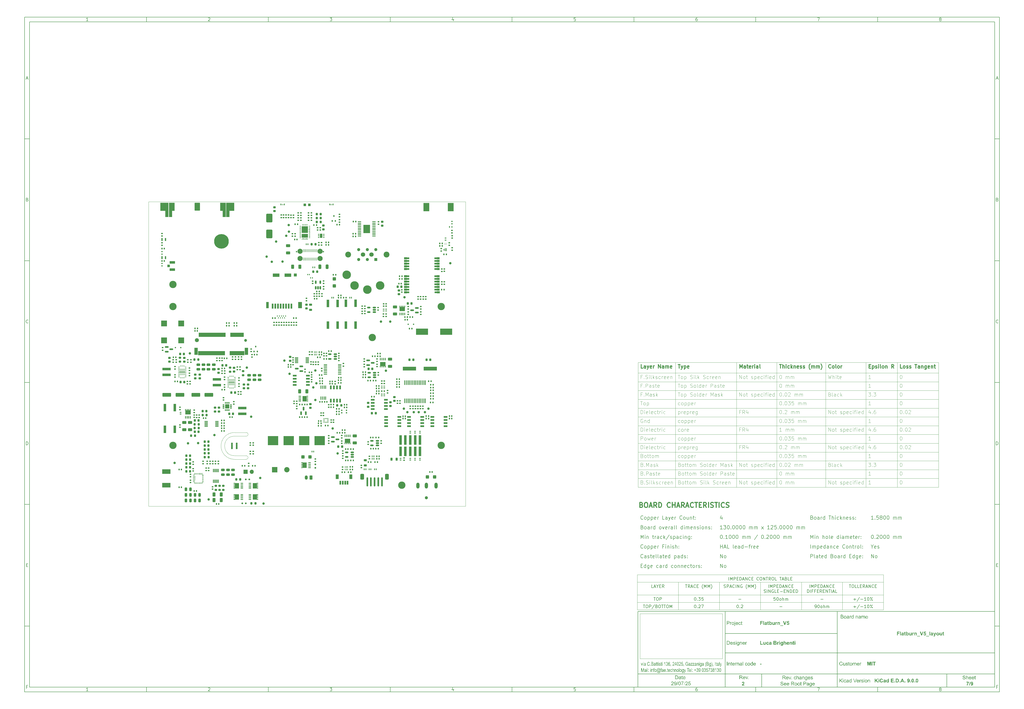
<source format=gbr>
%TF.GenerationSoftware,KiCad,Pcbnew,9.0.0*%
%TF.CreationDate,2025-07-29T08:56:10+02:00*%
%TF.ProjectId,Flatburn_V5,466c6174-6275-4726-9e5f-56352e6b6963,2*%
%TF.SameCoordinates,Original*%
%TF.FileFunction,Soldermask,Top*%
%TF.FilePolarity,Negative*%
%FSLAX46Y46*%
G04 Gerber Fmt 4.6, Leading zero omitted, Abs format (unit mm)*
G04 Created by KiCad (PCBNEW 9.0.0) date 2025-07-29 08:56:10*
%MOMM*%
%LPD*%
G01*
G04 APERTURE LIST*
G04 Aperture macros list*
%AMRoundRect*
0 Rectangle with rounded corners*
0 $1 Rounding radius*
0 $2 $3 $4 $5 $6 $7 $8 $9 X,Y pos of 4 corners*
0 Add a 4 corners polygon primitive as box body*
4,1,4,$2,$3,$4,$5,$6,$7,$8,$9,$2,$3,0*
0 Add four circle primitives for the rounded corners*
1,1,$1+$1,$2,$3*
1,1,$1+$1,$4,$5*
1,1,$1+$1,$6,$7*
1,1,$1+$1,$8,$9*
0 Add four rect primitives between the rounded corners*
20,1,$1+$1,$2,$3,$4,$5,0*
20,1,$1+$1,$4,$5,$6,$7,0*
20,1,$1+$1,$6,$7,$8,$9,0*
20,1,$1+$1,$8,$9,$2,$3,0*%
%AMFreePoly0*
4,1,9,0.616500,0.298453,1.511850,0.298453,1.511850,-0.298447,0.616500,-0.298447,0.616500,-0.400047,-0.590000,-0.400047,-0.590000,0.400053,0.616500,0.400053,0.616500,0.298453,0.616500,0.298453,$1*%
%AMFreePoly1*
4,1,9,0.603250,0.298450,1.498600,0.298450,1.498600,-0.298450,0.603250,-0.298450,0.603250,-0.400050,-0.603250,-0.400050,-0.603250,0.400050,0.603250,0.400050,0.603250,0.298450,0.603250,0.298450,$1*%
%AMFreePoly2*
4,1,9,0.603250,0.298449,1.498600,0.298449,1.498600,-0.298451,0.603250,-0.298451,0.603250,-0.400001,-0.603250,-0.400001,-0.603250,0.400049,0.603250,0.400049,0.603250,0.298449,0.603250,0.298449,$1*%
%AMFreePoly3*
4,1,9,0.603250,-0.400050,-0.603250,-0.400050,-0.603250,-0.298450,-1.498600,-0.298450,-1.498600,0.298450,-0.603250,0.298450,-0.603250,0.400050,0.603250,0.400050,0.603250,-0.400050,0.603250,-0.400050,$1*%
%AMFreePoly4*
4,1,9,0.603250,-0.400001,-0.603250,-0.400001,-0.603250,-0.298450,-1.498600,-0.298450,-1.498600,0.298450,-0.603250,0.298450,-0.603250,0.400050,0.603250,0.400050,0.603250,-0.400001,0.603250,-0.400001,$1*%
G04 Aperture macros list end*
%ADD10C,0.100000*%
%ADD11C,0.150000*%
%ADD12C,0.000000*%
%ADD13C,0.010000*%
%ADD14RoundRect,0.150000X0.200000X-0.150000X0.200000X0.150000X-0.200000X0.150000X-0.200000X-0.150000X0*%
%ADD15RoundRect,0.140000X-0.170000X0.140000X-0.170000X-0.140000X0.170000X-0.140000X0.170000X0.140000X0*%
%ADD16RoundRect,0.225000X0.250000X-0.225000X0.250000X0.225000X-0.250000X0.225000X-0.250000X-0.225000X0*%
%ADD17C,1.000000*%
%ADD18RoundRect,0.135000X-0.135000X-0.185000X0.135000X-0.185000X0.135000X0.185000X-0.135000X0.185000X0*%
%ADD19RoundRect,0.150000X-0.587500X-0.150000X0.587500X-0.150000X0.587500X0.150000X-0.587500X0.150000X0*%
%ADD20RoundRect,0.218750X-0.381250X0.218750X-0.381250X-0.218750X0.381250X-0.218750X0.381250X0.218750X0*%
%ADD21RoundRect,0.225000X-0.225000X-0.250000X0.225000X-0.250000X0.225000X0.250000X-0.225000X0.250000X0*%
%ADD22RoundRect,0.200000X0.275000X-0.200000X0.275000X0.200000X-0.275000X0.200000X-0.275000X-0.200000X0*%
%ADD23RoundRect,0.135000X-0.185000X0.135000X-0.185000X-0.135000X0.185000X-0.135000X0.185000X0.135000X0*%
%ADD24RoundRect,0.250000X0.400000X0.450000X-0.400000X0.450000X-0.400000X-0.450000X0.400000X-0.450000X0*%
%ADD25RoundRect,0.140000X-0.140000X-0.170000X0.140000X-0.170000X0.140000X0.170000X-0.140000X0.170000X0*%
%ADD26RoundRect,0.250000X0.625000X-0.312500X0.625000X0.312500X-0.625000X0.312500X-0.625000X-0.312500X0*%
%ADD27RoundRect,0.140000X0.140000X0.170000X-0.140000X0.170000X-0.140000X-0.170000X0.140000X-0.170000X0*%
%ADD28RoundRect,0.135000X0.185000X-0.135000X0.185000X0.135000X-0.185000X0.135000X-0.185000X-0.135000X0*%
%ADD29C,3.000000*%
%ADD30RoundRect,0.250000X0.250000X0.475000X-0.250000X0.475000X-0.250000X-0.475000X0.250000X-0.475000X0*%
%ADD31RoundRect,0.225000X-0.250000X0.225000X-0.250000X-0.225000X0.250000X-0.225000X0.250000X0.225000X0*%
%ADD32RoundRect,0.140000X0.170000X-0.140000X0.170000X0.140000X-0.170000X0.140000X-0.170000X-0.140000X0*%
%ADD33RoundRect,0.250000X-0.625000X0.312500X-0.625000X-0.312500X0.625000X-0.312500X0.625000X0.312500X0*%
%ADD34R,0.400000X0.700000*%
%ADD35RoundRect,0.150000X0.587500X0.150000X-0.587500X0.150000X-0.587500X-0.150000X0.587500X-0.150000X0*%
%ADD36R,4.900000X2.500000*%
%ADD37R,0.199999X0.750000*%
%ADD38R,0.699998X0.199999*%
%ADD39R,0.200000X0.599999*%
%ADD40R,0.199996X0.700000*%
%ADD41R,0.700000X0.200000*%
%ADD42R,0.599999X0.200000*%
%ADD43R,0.699999X0.200000*%
%ADD44R,0.199999X0.699998*%
%ADD45R,0.200000X0.700001*%
%ADD46R,0.200000X0.650001*%
%ADD47R,0.200000X0.680001*%
%ADD48R,0.699998X0.200000*%
%ADD49R,0.199998X0.749998*%
%ADD50R,1.000000X0.200000*%
%ADD51R,0.950001X0.200000*%
%ADD52R,0.300000X0.700000*%
%ADD53R,0.250000X0.500000*%
%ADD54RoundRect,0.200000X-0.200000X-0.275000X0.200000X-0.275000X0.200000X0.275000X-0.200000X0.275000X0*%
%ADD55RoundRect,0.250000X0.475000X-0.250000X0.475000X0.250000X-0.475000X0.250000X-0.475000X-0.250000X0*%
%ADD56C,3.500000*%
%ADD57R,1.475000X0.450000*%
%ADD58R,0.405000X0.990000*%
%ADD59R,0.077000X0.250000*%
%ADD60R,0.405000X0.510000*%
%ADD61R,2.235000X1.725000*%
%ADD62R,5.500000X1.500000*%
%ADD63RoundRect,0.250000X-0.475000X0.250000X-0.475000X-0.250000X0.475000X-0.250000X0.475000X0.250000X0*%
%ADD64RoundRect,0.135000X0.135000X0.185000X-0.135000X0.185000X-0.135000X-0.185000X0.135000X-0.185000X0*%
%ADD65R,0.750000X0.190000*%
%ADD66RoundRect,0.112500X-0.112500X-0.237500X0.112500X-0.237500X0.112500X0.237500X-0.112500X0.237500X0*%
%ADD67R,0.450000X1.425000*%
%ADD68RoundRect,0.218750X0.256250X-0.218750X0.256250X0.218750X-0.256250X0.218750X-0.256250X-0.218750X0*%
%ADD69RoundRect,0.225000X0.225000X0.250000X-0.225000X0.250000X-0.225000X-0.250000X0.225000X-0.250000X0*%
%ADD70RoundRect,0.102000X-1.100000X-1.600000X1.100000X-1.600000X1.100000X1.600000X-1.100000X1.600000X0*%
%ADD71RoundRect,0.150000X0.150000X-0.587500X0.150000X0.587500X-0.150000X0.587500X-0.150000X-0.587500X0*%
%ADD72RoundRect,0.250000X-1.500000X-0.550000X1.500000X-0.550000X1.500000X0.550000X-1.500000X0.550000X0*%
%ADD73RoundRect,0.250000X-0.450000X0.400000X-0.450000X-0.400000X0.450000X-0.400000X0.450000X0.400000X0*%
%ADD74C,0.600000*%
%ADD75R,0.270000X1.300000*%
%ADD76C,2.100000*%
%ADD77R,1.050000X1.050000*%
%ADD78R,2.200000X1.050000*%
%ADD79R,1.500000X0.650000*%
%ADD80R,0.540000X0.560000*%
%ADD81R,0.990000X0.405000*%
%ADD82R,0.250000X0.077000*%
%ADD83R,0.510000X0.405000*%
%ADD84R,1.725000X2.235000*%
%ADD85R,1.400000X0.300000*%
%ADD86R,0.700000X0.400000*%
%ADD87R,4.240000X3.810000*%
%ADD88R,3.400000X0.980000*%
%ADD89RoundRect,0.081750X-0.265250X-0.245250X0.265250X-0.245250X0.265250X0.245250X-0.265250X0.245250X0*%
%ADD90R,0.190000X0.750000*%
%ADD91RoundRect,0.250001X-0.499999X-0.899999X0.499999X-0.899999X0.499999X0.899999X-0.499999X0.899999X0*%
%ADD92RoundRect,0.175000X-0.175000X-1.675000X0.175000X-1.675000X0.175000X1.675000X-0.175000X1.675000X0*%
%ADD93RoundRect,0.150000X0.512500X0.150000X-0.512500X0.150000X-0.512500X-0.150000X0.512500X-0.150000X0*%
%ADD94R,0.700000X2.000000*%
%ADD95R,2.700000X1.400000*%
%ADD96R,1.000000X2.600000*%
%ADD97R,1.200000X1.200000*%
%ADD98R,1.500000X2.600000*%
%ADD99R,1.700000X1.700000*%
%ADD100O,1.700000X1.700000*%
%ADD101R,0.650000X1.500000*%
%ADD102R,0.200000X0.550000*%
%ADD103R,0.550000X0.200000*%
%ADD104R,0.200000X0.350000*%
%ADD105R,0.350000X0.200000*%
%ADD106R,2.650000X2.720000*%
%ADD107R,2.650000X1.530000*%
%ADD108R,1.100000X0.200000*%
%ADD109R,0.200000X0.600000*%
%ADD110RoundRect,0.102000X-1.000000X-1.500000X1.000000X-1.500000X1.000000X1.500000X-1.000000X1.500000X0*%
%ADD111R,0.600000X0.350000*%
%ADD112R,1.100000X1.700000*%
%ADD113C,1.300000*%
%ADD114O,1.312000X2.420000*%
%ADD115R,1.020000X3.900000*%
%ADD116R,2.175000X2.175000*%
%ADD117C,2.175000*%
%ADD118RoundRect,0.125000X-0.125000X-0.125000X0.125000X-0.125000X0.125000X0.125000X-0.125000X0.125000X0*%
%ADD119R,3.400000X1.850000*%
%ADD120RoundRect,0.250000X-0.325000X-0.650000X0.325000X-0.650000X0.325000X0.650000X-0.325000X0.650000X0*%
%ADD121RoundRect,0.150000X0.150000X0.200000X-0.150000X0.200000X-0.150000X-0.200000X0.150000X-0.200000X0*%
%ADD122RoundRect,0.250000X0.312500X0.625000X-0.312500X0.625000X-0.312500X-0.625000X0.312500X-0.625000X0*%
%ADD123R,2.489200X2.489200*%
%ADD124R,0.410000X0.660000*%
%ADD125R,0.250000X0.600000*%
%ADD126R,0.650000X0.250000*%
%ADD127R,0.600000X0.250000*%
%ADD128R,3.400000X0.250000*%
%ADD129R,0.525000X0.250000*%
%ADD130R,2.350000X0.330000*%
%ADD131RoundRect,0.250000X0.350000X0.625000X-0.350000X0.625000X-0.350000X-0.625000X0.350000X-0.625000X0*%
%ADD132O,1.200000X1.750000*%
%ADD133RoundRect,0.050000X0.135000X-0.172500X0.135000X0.172500X-0.135000X0.172500X-0.135000X-0.172500X0*%
%ADD134RoundRect,0.075000X-0.075000X0.175000X-0.075000X-0.175000X0.075000X-0.175000X0.075000X0.175000X0*%
%ADD135RoundRect,0.200000X0.200000X0.275000X-0.200000X0.275000X-0.200000X-0.275000X0.200000X-0.275000X0*%
%ADD136RoundRect,0.218750X0.218750X0.381250X-0.218750X0.381250X-0.218750X-0.381250X0.218750X-0.381250X0*%
%ADD137R,1.000000X3.100000*%
%ADD138R,0.660000X0.410000*%
%ADD139RoundRect,0.250000X1.500000X0.550000X-1.500000X0.550000X-1.500000X-0.550000X1.500000X-0.550000X0*%
%ADD140C,2.400000*%
%ADD141C,1.800000*%
%ADD142R,1.300000X1.300000*%
%ADD143RoundRect,0.250000X1.000000X-1.500000X1.000000X1.500000X-1.000000X1.500000X-1.000000X-1.500000X0*%
%ADD144R,2.750000X3.430000*%
%ADD145RoundRect,0.150000X-0.150000X-0.200000X0.150000X-0.200000X0.150000X0.200000X-0.150000X0.200000X0*%
%ADD146R,1.000000X1.000000*%
%ADD147R,0.450000X1.850000*%
%ADD148C,6.000000*%
%ADD149R,0.250000X0.250000*%
%ADD150C,1.150000*%
%ADD151C,1.650000*%
%ADD152RoundRect,0.102000X0.150000X0.775000X-0.150000X0.775000X-0.150000X-0.775000X0.150000X-0.775000X0*%
%ADD153RoundRect,0.102000X0.600000X1.375000X-0.600000X1.375000X-0.600000X-1.375000X0.600000X-1.375000X0*%
%ADD154FreePoly0,180.000000*%
%ADD155FreePoly1,180.000000*%
%ADD156FreePoly2,180.000000*%
%ADD157FreePoly3,180.000000*%
%ADD158FreePoly4,180.000000*%
%ADD159R,0.800000X0.300000*%
%ADD160R,0.300000X0.800000*%
%ADD161R,0.300000X0.550000*%
%ADD162R,1.295400X1.905000*%
%ADD163R,0.660400X1.549400*%
%ADD164R,0.570000X1.150000*%
%ADD165R,0.376600X0.304800*%
%ADD166R,0.304800X0.376600*%
%ADD167R,0.300000X1.400000*%
%ADD168RoundRect,0.150000X0.150000X-0.512500X0.150000X0.512500X-0.150000X0.512500X-0.150000X-0.512500X0*%
%ADD169RoundRect,0.250000X-0.312500X-0.625000X0.312500X-0.625000X0.312500X0.625000X-0.312500X0.625000X0*%
%ADD170R,0.650000X0.350000*%
%ADD171C,0.200000*%
%ADD172C,0.400000*%
%ADD173C,0.300000*%
%ADD174C,0.158750*%
%TA.AperFunction,Profile*%
%ADD175C,0.050000*%
%TD*%
G04 APERTURE END LIST*
D10*
X262466667Y-254931334D02*
X262466667Y-273388667D01*
X296333333Y-273388667D01*
X296333333Y-254931334D01*
X262466667Y-254931334D01*
D11*
X10000000Y-10000000D02*
X409989000Y-10000000D01*
X409989000Y-287002200D01*
X10000000Y-287002200D01*
X10000000Y-10000000D01*
D10*
D11*
X12000000Y-12000000D02*
X407989000Y-12000000D01*
X407989000Y-285002200D01*
X12000000Y-285002200D01*
X12000000Y-12000000D01*
D10*
D11*
X60000000Y-12000000D02*
X60000000Y-10000000D01*
D10*
D11*
X110000000Y-12000000D02*
X110000000Y-10000000D01*
D10*
D11*
X160000000Y-12000000D02*
X160000000Y-10000000D01*
D10*
D11*
X210000000Y-12000000D02*
X210000000Y-10000000D01*
D10*
D11*
X260000000Y-12000000D02*
X260000000Y-10000000D01*
D10*
D11*
X310000000Y-12000000D02*
X310000000Y-10000000D01*
D10*
D11*
X360000000Y-12000000D02*
X360000000Y-10000000D01*
D10*
D11*
X36089160Y-11593604D02*
X35346303Y-11593604D01*
X35717731Y-11593604D02*
X35717731Y-10293604D01*
X35717731Y-10293604D02*
X35593922Y-10479319D01*
X35593922Y-10479319D02*
X35470112Y-10603128D01*
X35470112Y-10603128D02*
X35346303Y-10665033D01*
D10*
D11*
X85346303Y-10417414D02*
X85408207Y-10355509D01*
X85408207Y-10355509D02*
X85532017Y-10293604D01*
X85532017Y-10293604D02*
X85841541Y-10293604D01*
X85841541Y-10293604D02*
X85965350Y-10355509D01*
X85965350Y-10355509D02*
X86027255Y-10417414D01*
X86027255Y-10417414D02*
X86089160Y-10541223D01*
X86089160Y-10541223D02*
X86089160Y-10665033D01*
X86089160Y-10665033D02*
X86027255Y-10850747D01*
X86027255Y-10850747D02*
X85284398Y-11593604D01*
X85284398Y-11593604D02*
X86089160Y-11593604D01*
D10*
D11*
X135284398Y-10293604D02*
X136089160Y-10293604D01*
X136089160Y-10293604D02*
X135655826Y-10788842D01*
X135655826Y-10788842D02*
X135841541Y-10788842D01*
X135841541Y-10788842D02*
X135965350Y-10850747D01*
X135965350Y-10850747D02*
X136027255Y-10912652D01*
X136027255Y-10912652D02*
X136089160Y-11036461D01*
X136089160Y-11036461D02*
X136089160Y-11345985D01*
X136089160Y-11345985D02*
X136027255Y-11469795D01*
X136027255Y-11469795D02*
X135965350Y-11531700D01*
X135965350Y-11531700D02*
X135841541Y-11593604D01*
X135841541Y-11593604D02*
X135470112Y-11593604D01*
X135470112Y-11593604D02*
X135346303Y-11531700D01*
X135346303Y-11531700D02*
X135284398Y-11469795D01*
D10*
D11*
X185965350Y-10726938D02*
X185965350Y-11593604D01*
X185655826Y-10231700D02*
X185346303Y-11160271D01*
X185346303Y-11160271D02*
X186151064Y-11160271D01*
D10*
D11*
X236027255Y-10293604D02*
X235408207Y-10293604D01*
X235408207Y-10293604D02*
X235346303Y-10912652D01*
X235346303Y-10912652D02*
X235408207Y-10850747D01*
X235408207Y-10850747D02*
X235532017Y-10788842D01*
X235532017Y-10788842D02*
X235841541Y-10788842D01*
X235841541Y-10788842D02*
X235965350Y-10850747D01*
X235965350Y-10850747D02*
X236027255Y-10912652D01*
X236027255Y-10912652D02*
X236089160Y-11036461D01*
X236089160Y-11036461D02*
X236089160Y-11345985D01*
X236089160Y-11345985D02*
X236027255Y-11469795D01*
X236027255Y-11469795D02*
X235965350Y-11531700D01*
X235965350Y-11531700D02*
X235841541Y-11593604D01*
X235841541Y-11593604D02*
X235532017Y-11593604D01*
X235532017Y-11593604D02*
X235408207Y-11531700D01*
X235408207Y-11531700D02*
X235346303Y-11469795D01*
D10*
D11*
X285965350Y-10293604D02*
X285717731Y-10293604D01*
X285717731Y-10293604D02*
X285593922Y-10355509D01*
X285593922Y-10355509D02*
X285532017Y-10417414D01*
X285532017Y-10417414D02*
X285408207Y-10603128D01*
X285408207Y-10603128D02*
X285346303Y-10850747D01*
X285346303Y-10850747D02*
X285346303Y-11345985D01*
X285346303Y-11345985D02*
X285408207Y-11469795D01*
X285408207Y-11469795D02*
X285470112Y-11531700D01*
X285470112Y-11531700D02*
X285593922Y-11593604D01*
X285593922Y-11593604D02*
X285841541Y-11593604D01*
X285841541Y-11593604D02*
X285965350Y-11531700D01*
X285965350Y-11531700D02*
X286027255Y-11469795D01*
X286027255Y-11469795D02*
X286089160Y-11345985D01*
X286089160Y-11345985D02*
X286089160Y-11036461D01*
X286089160Y-11036461D02*
X286027255Y-10912652D01*
X286027255Y-10912652D02*
X285965350Y-10850747D01*
X285965350Y-10850747D02*
X285841541Y-10788842D01*
X285841541Y-10788842D02*
X285593922Y-10788842D01*
X285593922Y-10788842D02*
X285470112Y-10850747D01*
X285470112Y-10850747D02*
X285408207Y-10912652D01*
X285408207Y-10912652D02*
X285346303Y-11036461D01*
D10*
D11*
X335284398Y-10293604D02*
X336151064Y-10293604D01*
X336151064Y-10293604D02*
X335593922Y-11593604D01*
D10*
D11*
X385593922Y-10850747D02*
X385470112Y-10788842D01*
X385470112Y-10788842D02*
X385408207Y-10726938D01*
X385408207Y-10726938D02*
X385346303Y-10603128D01*
X385346303Y-10603128D02*
X385346303Y-10541223D01*
X385346303Y-10541223D02*
X385408207Y-10417414D01*
X385408207Y-10417414D02*
X385470112Y-10355509D01*
X385470112Y-10355509D02*
X385593922Y-10293604D01*
X385593922Y-10293604D02*
X385841541Y-10293604D01*
X385841541Y-10293604D02*
X385965350Y-10355509D01*
X385965350Y-10355509D02*
X386027255Y-10417414D01*
X386027255Y-10417414D02*
X386089160Y-10541223D01*
X386089160Y-10541223D02*
X386089160Y-10603128D01*
X386089160Y-10603128D02*
X386027255Y-10726938D01*
X386027255Y-10726938D02*
X385965350Y-10788842D01*
X385965350Y-10788842D02*
X385841541Y-10850747D01*
X385841541Y-10850747D02*
X385593922Y-10850747D01*
X385593922Y-10850747D02*
X385470112Y-10912652D01*
X385470112Y-10912652D02*
X385408207Y-10974557D01*
X385408207Y-10974557D02*
X385346303Y-11098366D01*
X385346303Y-11098366D02*
X385346303Y-11345985D01*
X385346303Y-11345985D02*
X385408207Y-11469795D01*
X385408207Y-11469795D02*
X385470112Y-11531700D01*
X385470112Y-11531700D02*
X385593922Y-11593604D01*
X385593922Y-11593604D02*
X385841541Y-11593604D01*
X385841541Y-11593604D02*
X385965350Y-11531700D01*
X385965350Y-11531700D02*
X386027255Y-11469795D01*
X386027255Y-11469795D02*
X386089160Y-11345985D01*
X386089160Y-11345985D02*
X386089160Y-11098366D01*
X386089160Y-11098366D02*
X386027255Y-10974557D01*
X386027255Y-10974557D02*
X385965350Y-10912652D01*
X385965350Y-10912652D02*
X385841541Y-10850747D01*
D10*
D11*
X60000000Y-285002200D02*
X60000000Y-287002200D01*
D10*
D11*
X110000000Y-285002200D02*
X110000000Y-287002200D01*
D10*
D11*
X160000000Y-285002200D02*
X160000000Y-287002200D01*
D10*
D11*
X210000000Y-285002200D02*
X210000000Y-287002200D01*
D10*
D11*
X260000000Y-285002200D02*
X260000000Y-287002200D01*
D10*
D11*
X310000000Y-285002200D02*
X310000000Y-287002200D01*
D10*
D11*
X360000000Y-285002200D02*
X360000000Y-287002200D01*
D10*
D11*
X36089160Y-286595804D02*
X35346303Y-286595804D01*
X35717731Y-286595804D02*
X35717731Y-285295804D01*
X35717731Y-285295804D02*
X35593922Y-285481519D01*
X35593922Y-285481519D02*
X35470112Y-285605328D01*
X35470112Y-285605328D02*
X35346303Y-285667233D01*
D10*
D11*
X85346303Y-285419614D02*
X85408207Y-285357709D01*
X85408207Y-285357709D02*
X85532017Y-285295804D01*
X85532017Y-285295804D02*
X85841541Y-285295804D01*
X85841541Y-285295804D02*
X85965350Y-285357709D01*
X85965350Y-285357709D02*
X86027255Y-285419614D01*
X86027255Y-285419614D02*
X86089160Y-285543423D01*
X86089160Y-285543423D02*
X86089160Y-285667233D01*
X86089160Y-285667233D02*
X86027255Y-285852947D01*
X86027255Y-285852947D02*
X85284398Y-286595804D01*
X85284398Y-286595804D02*
X86089160Y-286595804D01*
D10*
D11*
X135284398Y-285295804D02*
X136089160Y-285295804D01*
X136089160Y-285295804D02*
X135655826Y-285791042D01*
X135655826Y-285791042D02*
X135841541Y-285791042D01*
X135841541Y-285791042D02*
X135965350Y-285852947D01*
X135965350Y-285852947D02*
X136027255Y-285914852D01*
X136027255Y-285914852D02*
X136089160Y-286038661D01*
X136089160Y-286038661D02*
X136089160Y-286348185D01*
X136089160Y-286348185D02*
X136027255Y-286471995D01*
X136027255Y-286471995D02*
X135965350Y-286533900D01*
X135965350Y-286533900D02*
X135841541Y-286595804D01*
X135841541Y-286595804D02*
X135470112Y-286595804D01*
X135470112Y-286595804D02*
X135346303Y-286533900D01*
X135346303Y-286533900D02*
X135284398Y-286471995D01*
D10*
D11*
X185965350Y-285729138D02*
X185965350Y-286595804D01*
X185655826Y-285233900D02*
X185346303Y-286162471D01*
X185346303Y-286162471D02*
X186151064Y-286162471D01*
D10*
D11*
X236027255Y-285295804D02*
X235408207Y-285295804D01*
X235408207Y-285295804D02*
X235346303Y-285914852D01*
X235346303Y-285914852D02*
X235408207Y-285852947D01*
X235408207Y-285852947D02*
X235532017Y-285791042D01*
X235532017Y-285791042D02*
X235841541Y-285791042D01*
X235841541Y-285791042D02*
X235965350Y-285852947D01*
X235965350Y-285852947D02*
X236027255Y-285914852D01*
X236027255Y-285914852D02*
X236089160Y-286038661D01*
X236089160Y-286038661D02*
X236089160Y-286348185D01*
X236089160Y-286348185D02*
X236027255Y-286471995D01*
X236027255Y-286471995D02*
X235965350Y-286533900D01*
X235965350Y-286533900D02*
X235841541Y-286595804D01*
X235841541Y-286595804D02*
X235532017Y-286595804D01*
X235532017Y-286595804D02*
X235408207Y-286533900D01*
X235408207Y-286533900D02*
X235346303Y-286471995D01*
D10*
D11*
X285965350Y-285295804D02*
X285717731Y-285295804D01*
X285717731Y-285295804D02*
X285593922Y-285357709D01*
X285593922Y-285357709D02*
X285532017Y-285419614D01*
X285532017Y-285419614D02*
X285408207Y-285605328D01*
X285408207Y-285605328D02*
X285346303Y-285852947D01*
X285346303Y-285852947D02*
X285346303Y-286348185D01*
X285346303Y-286348185D02*
X285408207Y-286471995D01*
X285408207Y-286471995D02*
X285470112Y-286533900D01*
X285470112Y-286533900D02*
X285593922Y-286595804D01*
X285593922Y-286595804D02*
X285841541Y-286595804D01*
X285841541Y-286595804D02*
X285965350Y-286533900D01*
X285965350Y-286533900D02*
X286027255Y-286471995D01*
X286027255Y-286471995D02*
X286089160Y-286348185D01*
X286089160Y-286348185D02*
X286089160Y-286038661D01*
X286089160Y-286038661D02*
X286027255Y-285914852D01*
X286027255Y-285914852D02*
X285965350Y-285852947D01*
X285965350Y-285852947D02*
X285841541Y-285791042D01*
X285841541Y-285791042D02*
X285593922Y-285791042D01*
X285593922Y-285791042D02*
X285470112Y-285852947D01*
X285470112Y-285852947D02*
X285408207Y-285914852D01*
X285408207Y-285914852D02*
X285346303Y-286038661D01*
D10*
D11*
X335284398Y-285295804D02*
X336151064Y-285295804D01*
X336151064Y-285295804D02*
X335593922Y-286595804D01*
D10*
D11*
X385593922Y-285852947D02*
X385470112Y-285791042D01*
X385470112Y-285791042D02*
X385408207Y-285729138D01*
X385408207Y-285729138D02*
X385346303Y-285605328D01*
X385346303Y-285605328D02*
X385346303Y-285543423D01*
X385346303Y-285543423D02*
X385408207Y-285419614D01*
X385408207Y-285419614D02*
X385470112Y-285357709D01*
X385470112Y-285357709D02*
X385593922Y-285295804D01*
X385593922Y-285295804D02*
X385841541Y-285295804D01*
X385841541Y-285295804D02*
X385965350Y-285357709D01*
X385965350Y-285357709D02*
X386027255Y-285419614D01*
X386027255Y-285419614D02*
X386089160Y-285543423D01*
X386089160Y-285543423D02*
X386089160Y-285605328D01*
X386089160Y-285605328D02*
X386027255Y-285729138D01*
X386027255Y-285729138D02*
X385965350Y-285791042D01*
X385965350Y-285791042D02*
X385841541Y-285852947D01*
X385841541Y-285852947D02*
X385593922Y-285852947D01*
X385593922Y-285852947D02*
X385470112Y-285914852D01*
X385470112Y-285914852D02*
X385408207Y-285976757D01*
X385408207Y-285976757D02*
X385346303Y-286100566D01*
X385346303Y-286100566D02*
X385346303Y-286348185D01*
X385346303Y-286348185D02*
X385408207Y-286471995D01*
X385408207Y-286471995D02*
X385470112Y-286533900D01*
X385470112Y-286533900D02*
X385593922Y-286595804D01*
X385593922Y-286595804D02*
X385841541Y-286595804D01*
X385841541Y-286595804D02*
X385965350Y-286533900D01*
X385965350Y-286533900D02*
X386027255Y-286471995D01*
X386027255Y-286471995D02*
X386089160Y-286348185D01*
X386089160Y-286348185D02*
X386089160Y-286100566D01*
X386089160Y-286100566D02*
X386027255Y-285976757D01*
X386027255Y-285976757D02*
X385965350Y-285914852D01*
X385965350Y-285914852D02*
X385841541Y-285852947D01*
D10*
D11*
X10000000Y-60000000D02*
X12000000Y-60000000D01*
D10*
D11*
X10000000Y-110000000D02*
X12000000Y-110000000D01*
D10*
D11*
X10000000Y-160000000D02*
X12000000Y-160000000D01*
D10*
D11*
X10000000Y-210000000D02*
X12000000Y-210000000D01*
D10*
D11*
X10000000Y-260000000D02*
X12000000Y-260000000D01*
D10*
D11*
X10690476Y-35222176D02*
X11309523Y-35222176D01*
X10566666Y-35593604D02*
X10999999Y-34293604D01*
X10999999Y-34293604D02*
X11433333Y-35593604D01*
D10*
D11*
X11092857Y-84912652D02*
X11278571Y-84974557D01*
X11278571Y-84974557D02*
X11340476Y-85036461D01*
X11340476Y-85036461D02*
X11402380Y-85160271D01*
X11402380Y-85160271D02*
X11402380Y-85345985D01*
X11402380Y-85345985D02*
X11340476Y-85469795D01*
X11340476Y-85469795D02*
X11278571Y-85531700D01*
X11278571Y-85531700D02*
X11154761Y-85593604D01*
X11154761Y-85593604D02*
X10659523Y-85593604D01*
X10659523Y-85593604D02*
X10659523Y-84293604D01*
X10659523Y-84293604D02*
X11092857Y-84293604D01*
X11092857Y-84293604D02*
X11216666Y-84355509D01*
X11216666Y-84355509D02*
X11278571Y-84417414D01*
X11278571Y-84417414D02*
X11340476Y-84541223D01*
X11340476Y-84541223D02*
X11340476Y-84665033D01*
X11340476Y-84665033D02*
X11278571Y-84788842D01*
X11278571Y-84788842D02*
X11216666Y-84850747D01*
X11216666Y-84850747D02*
X11092857Y-84912652D01*
X11092857Y-84912652D02*
X10659523Y-84912652D01*
D10*
D11*
X11402380Y-135469795D02*
X11340476Y-135531700D01*
X11340476Y-135531700D02*
X11154761Y-135593604D01*
X11154761Y-135593604D02*
X11030952Y-135593604D01*
X11030952Y-135593604D02*
X10845238Y-135531700D01*
X10845238Y-135531700D02*
X10721428Y-135407890D01*
X10721428Y-135407890D02*
X10659523Y-135284080D01*
X10659523Y-135284080D02*
X10597619Y-135036461D01*
X10597619Y-135036461D02*
X10597619Y-134850747D01*
X10597619Y-134850747D02*
X10659523Y-134603128D01*
X10659523Y-134603128D02*
X10721428Y-134479319D01*
X10721428Y-134479319D02*
X10845238Y-134355509D01*
X10845238Y-134355509D02*
X11030952Y-134293604D01*
X11030952Y-134293604D02*
X11154761Y-134293604D01*
X11154761Y-134293604D02*
X11340476Y-134355509D01*
X11340476Y-134355509D02*
X11402380Y-134417414D01*
D10*
D11*
X10659523Y-185593604D02*
X10659523Y-184293604D01*
X10659523Y-184293604D02*
X10969047Y-184293604D01*
X10969047Y-184293604D02*
X11154761Y-184355509D01*
X11154761Y-184355509D02*
X11278571Y-184479319D01*
X11278571Y-184479319D02*
X11340476Y-184603128D01*
X11340476Y-184603128D02*
X11402380Y-184850747D01*
X11402380Y-184850747D02*
X11402380Y-185036461D01*
X11402380Y-185036461D02*
X11340476Y-185284080D01*
X11340476Y-185284080D02*
X11278571Y-185407890D01*
X11278571Y-185407890D02*
X11154761Y-185531700D01*
X11154761Y-185531700D02*
X10969047Y-185593604D01*
X10969047Y-185593604D02*
X10659523Y-185593604D01*
D10*
D11*
X10721428Y-234912652D02*
X11154762Y-234912652D01*
X11340476Y-235593604D02*
X10721428Y-235593604D01*
X10721428Y-235593604D02*
X10721428Y-234293604D01*
X10721428Y-234293604D02*
X11340476Y-234293604D01*
D10*
D11*
X11185714Y-284912652D02*
X10752380Y-284912652D01*
X10752380Y-285593604D02*
X10752380Y-284293604D01*
X10752380Y-284293604D02*
X11371428Y-284293604D01*
D10*
D11*
X409989000Y-60000000D02*
X407989000Y-60000000D01*
D10*
D11*
X409989000Y-110000000D02*
X407989000Y-110000000D01*
D10*
D11*
X409989000Y-160000000D02*
X407989000Y-160000000D01*
D10*
D11*
X409989000Y-210000000D02*
X407989000Y-210000000D01*
D10*
D11*
X409989000Y-260000000D02*
X407989000Y-260000000D01*
D10*
D11*
X408679476Y-35222176D02*
X409298523Y-35222176D01*
X408555666Y-35593604D02*
X408988999Y-34293604D01*
X408988999Y-34293604D02*
X409422333Y-35593604D01*
D10*
D11*
X409081857Y-84912652D02*
X409267571Y-84974557D01*
X409267571Y-84974557D02*
X409329476Y-85036461D01*
X409329476Y-85036461D02*
X409391380Y-85160271D01*
X409391380Y-85160271D02*
X409391380Y-85345985D01*
X409391380Y-85345985D02*
X409329476Y-85469795D01*
X409329476Y-85469795D02*
X409267571Y-85531700D01*
X409267571Y-85531700D02*
X409143761Y-85593604D01*
X409143761Y-85593604D02*
X408648523Y-85593604D01*
X408648523Y-85593604D02*
X408648523Y-84293604D01*
X408648523Y-84293604D02*
X409081857Y-84293604D01*
X409081857Y-84293604D02*
X409205666Y-84355509D01*
X409205666Y-84355509D02*
X409267571Y-84417414D01*
X409267571Y-84417414D02*
X409329476Y-84541223D01*
X409329476Y-84541223D02*
X409329476Y-84665033D01*
X409329476Y-84665033D02*
X409267571Y-84788842D01*
X409267571Y-84788842D02*
X409205666Y-84850747D01*
X409205666Y-84850747D02*
X409081857Y-84912652D01*
X409081857Y-84912652D02*
X408648523Y-84912652D01*
D10*
D11*
X409391380Y-135469795D02*
X409329476Y-135531700D01*
X409329476Y-135531700D02*
X409143761Y-135593604D01*
X409143761Y-135593604D02*
X409019952Y-135593604D01*
X409019952Y-135593604D02*
X408834238Y-135531700D01*
X408834238Y-135531700D02*
X408710428Y-135407890D01*
X408710428Y-135407890D02*
X408648523Y-135284080D01*
X408648523Y-135284080D02*
X408586619Y-135036461D01*
X408586619Y-135036461D02*
X408586619Y-134850747D01*
X408586619Y-134850747D02*
X408648523Y-134603128D01*
X408648523Y-134603128D02*
X408710428Y-134479319D01*
X408710428Y-134479319D02*
X408834238Y-134355509D01*
X408834238Y-134355509D02*
X409019952Y-134293604D01*
X409019952Y-134293604D02*
X409143761Y-134293604D01*
X409143761Y-134293604D02*
X409329476Y-134355509D01*
X409329476Y-134355509D02*
X409391380Y-134417414D01*
D10*
D11*
X408648523Y-185593604D02*
X408648523Y-184293604D01*
X408648523Y-184293604D02*
X408958047Y-184293604D01*
X408958047Y-184293604D02*
X409143761Y-184355509D01*
X409143761Y-184355509D02*
X409267571Y-184479319D01*
X409267571Y-184479319D02*
X409329476Y-184603128D01*
X409329476Y-184603128D02*
X409391380Y-184850747D01*
X409391380Y-184850747D02*
X409391380Y-185036461D01*
X409391380Y-185036461D02*
X409329476Y-185284080D01*
X409329476Y-185284080D02*
X409267571Y-185407890D01*
X409267571Y-185407890D02*
X409143761Y-185531700D01*
X409143761Y-185531700D02*
X408958047Y-185593604D01*
X408958047Y-185593604D02*
X408648523Y-185593604D01*
D10*
D11*
X408710428Y-234912652D02*
X409143762Y-234912652D01*
X409329476Y-235593604D02*
X408710428Y-235593604D01*
X408710428Y-235593604D02*
X408710428Y-234293604D01*
X408710428Y-234293604D02*
X409329476Y-234293604D01*
D10*
D11*
X409174714Y-284912652D02*
X408741380Y-284912652D01*
X408741380Y-285593604D02*
X408741380Y-284293604D01*
X408741380Y-284293604D02*
X409360428Y-284293604D01*
D10*
G36*
X277637791Y-280250297D02*
G01*
X277740379Y-280265625D01*
X277823681Y-280291405D01*
X277896691Y-280327390D01*
X277960747Y-280373519D01*
X278032657Y-280446093D01*
X278091766Y-280531333D01*
X278138434Y-280630890D01*
X278170418Y-280736932D01*
X278190435Y-280855700D01*
X278197419Y-280989011D01*
X278192631Y-281103074D01*
X278178986Y-281204002D01*
X278157393Y-281293277D01*
X278110091Y-281418024D01*
X278054903Y-281512637D01*
X277987944Y-281591748D01*
X277918158Y-281649291D01*
X277838332Y-281692184D01*
X277738822Y-281724854D01*
X277629686Y-281743693D01*
X277497571Y-281750500D01*
X276955536Y-281750500D01*
X276955536Y-281576110D01*
X277154288Y-281576110D01*
X277475040Y-281576110D01*
X277615416Y-281568174D01*
X277708139Y-281548266D01*
X277785980Y-281513542D01*
X277842870Y-281469681D01*
X277885027Y-281418830D01*
X277921844Y-281355593D01*
X277952962Y-281277890D01*
X277973971Y-281196655D01*
X277987566Y-281100126D01*
X277992438Y-280985897D01*
X277986614Y-280863741D01*
X277970628Y-280764507D01*
X277946339Y-280684515D01*
X277915044Y-280620540D01*
X277857269Y-280541954D01*
X277794840Y-280486105D01*
X277727099Y-280449448D01*
X277672187Y-280433979D01*
X277589396Y-280422785D01*
X277469911Y-280418399D01*
X277154288Y-280418399D01*
X277154288Y-281576110D01*
X276955536Y-281576110D01*
X276955536Y-280244010D01*
X277472933Y-280244010D01*
X277637791Y-280250297D01*
G37*
G36*
X279039602Y-280645873D02*
G01*
X279133754Y-280669633D01*
X279212369Y-280708653D01*
X279261799Y-280752157D01*
X279296001Y-280806960D01*
X279319226Y-280877728D01*
X279325603Y-280934363D01*
X279328477Y-281047996D01*
X279328477Y-281294101D01*
X279332393Y-281528505D01*
X279340201Y-281619799D01*
X279357666Y-281686274D01*
X279386820Y-281750500D01*
X279194204Y-281750500D01*
X279171085Y-281689302D01*
X279157293Y-281615036D01*
X279053176Y-281691582D01*
X278960098Y-281738043D01*
X278862699Y-281764819D01*
X278756674Y-281773947D01*
X278666557Y-281767658D01*
X278592337Y-281750156D01*
X278531222Y-281722863D01*
X278480985Y-281686294D01*
X278438800Y-281639326D01*
X278409080Y-281587138D01*
X278390981Y-281528644D01*
X278384723Y-281462262D01*
X278385282Y-281457591D01*
X278581460Y-281457591D01*
X278587727Y-281504436D01*
X278606056Y-281545013D01*
X278637239Y-281580964D01*
X278677370Y-281607072D01*
X278730577Y-281624059D01*
X278800729Y-281630332D01*
X278870559Y-281624911D01*
X278933355Y-281609193D01*
X278990323Y-281583529D01*
X279041326Y-281548006D01*
X279081596Y-281505544D01*
X279112230Y-281455485D01*
X279133324Y-281384726D01*
X279141906Y-281270288D01*
X279141906Y-281202419D01*
X279028344Y-281237773D01*
X278840663Y-281272577D01*
X278735643Y-281291984D01*
X278679829Y-281309672D01*
X278637646Y-281335278D01*
X278607014Y-281369755D01*
X278587887Y-281411365D01*
X278581460Y-281457591D01*
X278385282Y-281457591D01*
X278393943Y-281385241D01*
X278421084Y-281316175D01*
X278463423Y-281256212D01*
X278516339Y-281210112D01*
X278578438Y-281175226D01*
X278649054Y-281149571D01*
X278813002Y-281121910D01*
X279021181Y-281090099D01*
X279141906Y-281058804D01*
X279143005Y-281010902D01*
X279136063Y-280937947D01*
X279117894Y-280887250D01*
X279090706Y-280852815D01*
X279039890Y-280820055D01*
X278971637Y-280798595D01*
X278880688Y-280790625D01*
X278794649Y-280796792D01*
X278732509Y-280812994D01*
X278688530Y-280836787D01*
X278653344Y-280872040D01*
X278622503Y-280924767D01*
X278596847Y-281000185D01*
X278416505Y-280975639D01*
X278437536Y-280899296D01*
X278464707Y-280836970D01*
X278497380Y-280786504D01*
X278538940Y-280743553D01*
X278592534Y-280706562D01*
X278660320Y-280675678D01*
X278772041Y-280647018D01*
X278907341Y-280636752D01*
X279039602Y-280645873D01*
G37*
G36*
X280016417Y-281581972D02*
G01*
X280043070Y-281750500D01*
X279903669Y-281762223D01*
X279809916Y-281753320D01*
X279747964Y-281730533D01*
X279700233Y-281693127D01*
X279670112Y-281647093D01*
X279654857Y-281581147D01*
X279647580Y-281429473D01*
X279647580Y-280803814D01*
X279512300Y-280803814D01*
X279512300Y-280660199D01*
X279647580Y-280660199D01*
X279647580Y-280390097D01*
X279830945Y-280279181D01*
X279830945Y-280660199D01*
X280016417Y-280660199D01*
X280016417Y-280803814D01*
X279830945Y-280803814D01*
X279830945Y-281442479D01*
X279834136Y-281514714D01*
X279840654Y-281544328D01*
X279853415Y-281564542D01*
X279872436Y-281580323D01*
X279897320Y-281589932D01*
X279935451Y-281593696D01*
X280016417Y-281581972D01*
G37*
G36*
X280750305Y-280646502D02*
G01*
X280843680Y-280674598D01*
X280926411Y-280720508D01*
X281000289Y-280785313D01*
X281058430Y-280863004D01*
X281101478Y-280956301D01*
X281128887Y-281068327D01*
X281138683Y-281203060D01*
X281137584Y-281252244D01*
X280326087Y-281252244D01*
X280337326Y-281341498D01*
X280358623Y-281415115D01*
X280388804Y-281475712D01*
X280427478Y-281525369D01*
X280493293Y-281577977D01*
X280568153Y-281609293D01*
X280654990Y-281620074D01*
X280720906Y-281613907D01*
X280778065Y-281596196D01*
X280828189Y-281567317D01*
X280870532Y-281527665D01*
X280908561Y-281472641D01*
X280941945Y-281398790D01*
X281132546Y-281422329D01*
X281092730Y-281527806D01*
X281037136Y-281613225D01*
X280965484Y-281681715D01*
X280902686Y-281720868D01*
X280830933Y-281749601D01*
X280748667Y-281767618D01*
X280653983Y-281773947D01*
X280536283Y-281763970D01*
X280435923Y-281735617D01*
X280349716Y-281690085D01*
X280275345Y-281626943D01*
X280216425Y-281549823D01*
X280172947Y-281457552D01*
X280145337Y-281347107D01*
X280135486Y-281214600D01*
X280143951Y-281098371D01*
X280336345Y-281098371D01*
X280943960Y-281098371D01*
X280929301Y-281009911D01*
X280905498Y-280943937D01*
X280874259Y-280895588D01*
X280826564Y-280849378D01*
X280773439Y-280817034D01*
X280713747Y-280797408D01*
X280645740Y-280790625D01*
X280564445Y-280800210D01*
X280494112Y-280828005D01*
X280432149Y-280874431D01*
X280383905Y-280935063D01*
X280351845Y-281008623D01*
X280336345Y-281098371D01*
X280143951Y-281098371D01*
X280145490Y-281077235D01*
X280173487Y-280962970D01*
X280217473Y-280867759D01*
X280276902Y-280788427D01*
X280352411Y-280722384D01*
X280437328Y-280675498D01*
X280533536Y-280646747D01*
X280643725Y-280636752D01*
X280750305Y-280646502D01*
G37*
G36*
X276274648Y-284096110D02*
G01*
X276274648Y-284270500D01*
X275281801Y-284270500D01*
X275286144Y-284205196D01*
X275303325Y-284142638D01*
X275351287Y-284044391D01*
X275424683Y-283943245D01*
X275519737Y-283844052D01*
X275666025Y-283716190D01*
X275828106Y-283575975D01*
X275933701Y-283471958D01*
X275996944Y-283396538D01*
X276047070Y-283314716D01*
X276074463Y-283241113D01*
X276083039Y-283173513D01*
X276074191Y-283103431D01*
X276048341Y-283042275D01*
X276004637Y-282987767D01*
X275948351Y-282946345D01*
X275881255Y-282920960D01*
X275800298Y-282912021D01*
X275714793Y-282921578D01*
X275644878Y-282948591D01*
X275587074Y-282992529D01*
X275543812Y-283050753D01*
X275516476Y-283123645D01*
X275506199Y-283215370D01*
X275316605Y-283195770D01*
X275334381Y-283090115D01*
X275365283Y-283002528D01*
X275408204Y-282929968D01*
X275463151Y-282870164D01*
X275529372Y-282822718D01*
X275606801Y-282787879D01*
X275697557Y-282765920D01*
X275804328Y-282758148D01*
X275911736Y-282766469D01*
X276002790Y-282789991D01*
X276080350Y-282827420D01*
X276146604Y-282878682D01*
X276202029Y-282942920D01*
X276240948Y-283013130D01*
X276264527Y-283090620D01*
X276272633Y-283177269D01*
X276263512Y-283266578D01*
X276235722Y-283355413D01*
X276189099Y-283441577D01*
X276113264Y-283539786D01*
X276011462Y-283643233D01*
X275828966Y-283805400D01*
X275678550Y-283935710D01*
X275615742Y-283995635D01*
X275572026Y-284046666D01*
X275537981Y-284096110D01*
X276274648Y-284096110D01*
G37*
G36*
X277039536Y-282767016D02*
G01*
X277128319Y-282793237D01*
X277212174Y-282837191D01*
X277285795Y-282896450D01*
X277347097Y-282970787D01*
X277396638Y-283062322D01*
X277428881Y-283162251D01*
X277451185Y-283300020D01*
X277459653Y-283485564D01*
X277451506Y-283678311D01*
X277429578Y-283828826D01*
X277397096Y-283944618D01*
X277346842Y-284052598D01*
X277284873Y-284138196D01*
X277211167Y-284204737D01*
X277125118Y-284253867D01*
X277029440Y-284283674D01*
X276921647Y-284293947D01*
X276834343Y-284287274D01*
X276758455Y-284268213D01*
X276692064Y-284237575D01*
X276633685Y-284195303D01*
X276584695Y-284142603D01*
X276545969Y-284079936D01*
X276517352Y-284005712D01*
X276499504Y-283917782D01*
X276676733Y-283901204D01*
X276698200Y-283982377D01*
X276727288Y-284041527D01*
X276762828Y-284083471D01*
X276808103Y-284114373D01*
X276861669Y-284133383D01*
X276925769Y-284140074D01*
X277006766Y-284130009D01*
X277074879Y-284101056D01*
X277132964Y-284055586D01*
X277179842Y-283996734D01*
X277215728Y-283924579D01*
X277248536Y-283820421D01*
X277269272Y-283708389D01*
X277276196Y-283594191D01*
X277275189Y-283557188D01*
X277234158Y-283611783D01*
X277184090Y-283659245D01*
X277124063Y-283699979D01*
X277058402Y-283730364D01*
X276989563Y-283748528D01*
X276916518Y-283754659D01*
X276826005Y-283746058D01*
X276744404Y-283720943D01*
X276669807Y-283679302D01*
X276600895Y-283619745D01*
X276545556Y-283548725D01*
X276505520Y-283467220D01*
X276480593Y-283373229D01*
X276472386Y-283270875D01*
X276661437Y-283270875D01*
X276671626Y-283362497D01*
X276700607Y-283438661D01*
X276747991Y-283502783D01*
X276810342Y-283552428D01*
X276880683Y-283581884D01*
X276961672Y-283591993D01*
X277043133Y-283581771D01*
X277112305Y-283552235D01*
X277172149Y-283502783D01*
X277216507Y-283438658D01*
X277244547Y-283357823D01*
X277254672Y-283255579D01*
X277244417Y-283153432D01*
X277215792Y-283071276D01*
X277170134Y-283004803D01*
X277108942Y-282952598D01*
X277041973Y-282922267D01*
X276966802Y-282912021D01*
X276889081Y-282922902D01*
X276818483Y-282955416D01*
X276752570Y-283011947D01*
X276702861Y-283083329D01*
X276672239Y-283168393D01*
X276661437Y-283270875D01*
X276472386Y-283270875D01*
X276471843Y-283264097D01*
X276480969Y-283151468D01*
X276506970Y-283054502D01*
X276548756Y-282970432D01*
X276606574Y-282897183D01*
X276678280Y-282836299D01*
X276757319Y-282793329D01*
X276845226Y-282767173D01*
X276944179Y-282758148D01*
X277039536Y-282767016D01*
G37*
G36*
X277551244Y-284293947D02*
G01*
X277986760Y-282740562D01*
X278134313Y-282740562D01*
X277699805Y-284293947D01*
X277551244Y-284293947D01*
G37*
G36*
X278790815Y-282763873D02*
G01*
X278861004Y-282780324D01*
X278923462Y-282806874D01*
X278980374Y-282843861D01*
X279030429Y-282890420D01*
X279074129Y-282947467D01*
X279125845Y-283046136D01*
X279167369Y-283171132D01*
X279191581Y-283314432D01*
X279201166Y-283526597D01*
X279194156Y-283703555D01*
X279175167Y-283843944D01*
X279146852Y-283953869D01*
X279102866Y-284057466D01*
X279048650Y-284140185D01*
X278984461Y-284205195D01*
X278908089Y-284253563D01*
X278818234Y-284283434D01*
X278711428Y-284293947D01*
X278605730Y-284283606D01*
X278515533Y-284254054D01*
X278437693Y-284205969D01*
X278370160Y-284137967D01*
X278322066Y-284063842D01*
X278281645Y-283969935D01*
X278250059Y-283852275D01*
X278229203Y-283706229D01*
X278221599Y-283526597D01*
X278221621Y-283526047D01*
X278411193Y-283526047D01*
X278418793Y-283723314D01*
X278438344Y-283862378D01*
X278465670Y-283956707D01*
X278497746Y-284017800D01*
X278545867Y-284073460D01*
X278596812Y-284110843D01*
X278651457Y-284132705D01*
X278711428Y-284140074D01*
X278771319Y-284132683D01*
X278825921Y-284110742D01*
X278876864Y-284073199D01*
X278925019Y-284017250D01*
X278957170Y-283955897D01*
X278984523Y-283861476D01*
X279004071Y-283722625D01*
X279011664Y-283526047D01*
X279004041Y-283328159D01*
X278984449Y-283188913D01*
X278957094Y-283094682D01*
X278925019Y-283033837D01*
X278876944Y-282978554D01*
X278825695Y-282941290D01*
X278770374Y-282919416D01*
X278709322Y-282912021D01*
X278648556Y-282918841D01*
X278595556Y-282938631D01*
X278548526Y-282971586D01*
X278506447Y-283019457D01*
X278470364Y-283087978D01*
X278440337Y-283188399D01*
X278419268Y-283330594D01*
X278411193Y-283526047D01*
X278221621Y-283526047D01*
X278228686Y-283348138D01*
X278247852Y-283207124D01*
X278276371Y-283097218D01*
X278320701Y-282993630D01*
X278375102Y-282911108D01*
X278439311Y-282846442D01*
X278515691Y-282798293D01*
X278605267Y-282768589D01*
X278711428Y-282758148D01*
X278790815Y-282763873D01*
G37*
G36*
X279400376Y-282955984D02*
G01*
X279400376Y-282781595D01*
X280372799Y-282781595D01*
X280372799Y-282925027D01*
X280282851Y-283031465D01*
X280188141Y-283165901D01*
X280088408Y-283332699D01*
X280001070Y-283504974D01*
X279928656Y-283679131D01*
X279870696Y-283855592D01*
X279838880Y-283982923D01*
X279815130Y-284120916D01*
X279799988Y-284270500D01*
X279610486Y-284270500D01*
X279618520Y-284152233D01*
X279640747Y-284009741D01*
X279680095Y-283839197D01*
X279730848Y-283673022D01*
X279794472Y-283510651D01*
X279871246Y-283351658D01*
X279959340Y-283197968D01*
X280047671Y-283066844D01*
X280136127Y-282955984D01*
X279400376Y-282955984D01*
G37*
G36*
X280467504Y-284293947D02*
G01*
X280903019Y-282740562D01*
X281050573Y-282740562D01*
X280616064Y-284293947D01*
X280467504Y-284293947D01*
G37*
G36*
X282107167Y-284096110D02*
G01*
X282107167Y-284270500D01*
X281114320Y-284270500D01*
X281118663Y-284205196D01*
X281135844Y-284142638D01*
X281183807Y-284044391D01*
X281257202Y-283943245D01*
X281352256Y-283844052D01*
X281498544Y-283716190D01*
X281660626Y-283575975D01*
X281766220Y-283471958D01*
X281829463Y-283396538D01*
X281879589Y-283314716D01*
X281906982Y-283241113D01*
X281915559Y-283173513D01*
X281906711Y-283103431D01*
X281880860Y-283042275D01*
X281837157Y-282987767D01*
X281780870Y-282946345D01*
X281713775Y-282920960D01*
X281632817Y-282912021D01*
X281547313Y-282921578D01*
X281477397Y-282948591D01*
X281419593Y-282992529D01*
X281376332Y-283050753D01*
X281348995Y-283123645D01*
X281338718Y-283215370D01*
X281149124Y-283195770D01*
X281166900Y-283090115D01*
X281197802Y-283002528D01*
X281240723Y-282929968D01*
X281295670Y-282870164D01*
X281361892Y-282822718D01*
X281439320Y-282787879D01*
X281530076Y-282765920D01*
X281636847Y-282758148D01*
X281744255Y-282766469D01*
X281835309Y-282789991D01*
X281912869Y-282827420D01*
X281979123Y-282878682D01*
X282034548Y-282942920D01*
X282073468Y-283013130D01*
X282097046Y-283090620D01*
X282105152Y-283177269D01*
X282096031Y-283266578D01*
X282068241Y-283355413D01*
X282021618Y-283441577D01*
X281945784Y-283539786D01*
X281843982Y-283643233D01*
X281661485Y-283805400D01*
X281511069Y-283935710D01*
X281448261Y-283995635D01*
X281404545Y-284046666D01*
X281370500Y-284096110D01*
X282107167Y-284096110D01*
G37*
G36*
X282304363Y-283871895D02*
G01*
X282497986Y-283855500D01*
X282520205Y-283946651D01*
X282553869Y-284016281D01*
X282597912Y-284068724D01*
X282653630Y-284108292D01*
X282715957Y-284131950D01*
X282786956Y-284140074D01*
X282851398Y-284133699D01*
X282909584Y-284115045D01*
X282962923Y-284083988D01*
X283012362Y-284039324D01*
X283051690Y-283986560D01*
X283080339Y-283925545D01*
X283098276Y-283854719D01*
X283104594Y-283772061D01*
X283098467Y-283693462D01*
X283081159Y-283626970D01*
X283053632Y-283570455D01*
X283015934Y-283522292D01*
X282951824Y-283472051D01*
X282875672Y-283441507D01*
X282783933Y-283430793D01*
X282698346Y-283441290D01*
X282623008Y-283472009D01*
X282558529Y-283519704D01*
X282510351Y-283578804D01*
X282337152Y-283556272D01*
X282482690Y-282781595D01*
X283229616Y-282781595D01*
X283229616Y-282955984D01*
X282630244Y-282955984D01*
X282549277Y-283364664D01*
X282643018Y-283310080D01*
X282737017Y-283278529D01*
X282833118Y-283268127D01*
X282928923Y-283276923D01*
X283014951Y-283302536D01*
X283093189Y-283344816D01*
X283165044Y-283404964D01*
X283223627Y-283477346D01*
X283265524Y-283558830D01*
X283291337Y-283651192D01*
X283300324Y-283756857D01*
X283292586Y-283857728D01*
X283270064Y-283949326D01*
X283233164Y-284033253D01*
X283181439Y-284110765D01*
X283119299Y-284176834D01*
X283050011Y-284227399D01*
X282972620Y-284263739D01*
X282885600Y-284286155D01*
X282786956Y-284293947D01*
X282685496Y-284286133D01*
X282597325Y-284263811D01*
X282520195Y-284227916D01*
X282452374Y-284178359D01*
X282395045Y-284116547D01*
X282351517Y-284045896D01*
X282321162Y-283965007D01*
X282304363Y-283871895D01*
G37*
G36*
X355747560Y-276118500D02*
G01*
X355747560Y-274612010D01*
X356201486Y-274612010D01*
X356474061Y-275639661D01*
X356743521Y-274612010D01*
X357198546Y-274612010D01*
X357198546Y-276118500D01*
X356916720Y-276118500D01*
X356916720Y-274932670D01*
X356618591Y-276118500D01*
X356326507Y-276118500D01*
X356029386Y-274932670D01*
X356029386Y-276118500D01*
X355747560Y-276118500D01*
G37*
G36*
X357490721Y-276118500D02*
G01*
X357490721Y-274612010D01*
X357794071Y-274612010D01*
X357794071Y-276118500D01*
X357490721Y-276118500D01*
G37*
G36*
X358421378Y-276118500D02*
G01*
X358421378Y-274864068D01*
X357975605Y-274864068D01*
X357975605Y-274612010D01*
X359169403Y-274612010D01*
X359169403Y-274864068D01*
X358724636Y-274864068D01*
X358724636Y-276118500D01*
X358421378Y-276118500D01*
G37*
G36*
X304103335Y-280239670D02*
G01*
X304202655Y-280253987D01*
X304273887Y-280274510D01*
X304338456Y-280307947D01*
X304393779Y-280354869D01*
X304440857Y-280416842D01*
X304475545Y-280487012D01*
X304496354Y-280561681D01*
X304503414Y-280642156D01*
X304496688Y-280720027D01*
X304477167Y-280789733D01*
X304445130Y-280852822D01*
X304399916Y-280910426D01*
X304345400Y-280957063D01*
X304276000Y-280996199D01*
X304188817Y-281027313D01*
X304080263Y-281049095D01*
X304153251Y-281089496D01*
X304200064Y-281124750D01*
X304282820Y-281213231D01*
X304365112Y-281326983D01*
X304626329Y-281740700D01*
X304376377Y-281740700D01*
X304177533Y-281424161D01*
X304034101Y-281214600D01*
X303977070Y-281149178D01*
X303933168Y-281112843D01*
X303887559Y-281087921D01*
X303842493Y-281072359D01*
X303731851Y-281065124D01*
X303501316Y-281065124D01*
X303501316Y-281740700D01*
X303302472Y-281740700D01*
X303302472Y-280896596D01*
X303501316Y-280896596D01*
X303928589Y-280896596D01*
X304057166Y-280888634D01*
X304141721Y-280868661D01*
X304189791Y-280845666D01*
X304228271Y-280815873D01*
X304258500Y-280778993D01*
X304288490Y-280714562D01*
X304298433Y-280645087D01*
X304289639Y-280577984D01*
X304264114Y-280520768D01*
X304221039Y-280470973D01*
X304165222Y-280435551D01*
X304086329Y-280411758D01*
X303976765Y-280402737D01*
X303501316Y-280402737D01*
X303501316Y-280896596D01*
X303302472Y-280896596D01*
X303302472Y-280234210D01*
X303968522Y-280234210D01*
X304103335Y-280239670D01*
G37*
G36*
X305344464Y-280636702D02*
G01*
X305437838Y-280664798D01*
X305520569Y-280710708D01*
X305594447Y-280775513D01*
X305652589Y-280853204D01*
X305695636Y-280946501D01*
X305723045Y-281058527D01*
X305732841Y-281193260D01*
X305731742Y-281242444D01*
X304920245Y-281242444D01*
X304931485Y-281331698D01*
X304952781Y-281405315D01*
X304982962Y-281465912D01*
X305021636Y-281515569D01*
X305087451Y-281568177D01*
X305162311Y-281599493D01*
X305249149Y-281610274D01*
X305315064Y-281604107D01*
X305372223Y-281586396D01*
X305422347Y-281557517D01*
X305464690Y-281517865D01*
X305502719Y-281462841D01*
X305536103Y-281388990D01*
X305726704Y-281412529D01*
X305686888Y-281518006D01*
X305631294Y-281603425D01*
X305559642Y-281671915D01*
X305496844Y-281711068D01*
X305425091Y-281739801D01*
X305342825Y-281757818D01*
X305248141Y-281764147D01*
X305130442Y-281754170D01*
X305030081Y-281725817D01*
X304943874Y-281680285D01*
X304869504Y-281617143D01*
X304810583Y-281540023D01*
X304767105Y-281447752D01*
X304739495Y-281337307D01*
X304729644Y-281204800D01*
X304738109Y-281088571D01*
X304930503Y-281088571D01*
X305538118Y-281088571D01*
X305523459Y-281000111D01*
X305499656Y-280934137D01*
X305468418Y-280885788D01*
X305420722Y-280839578D01*
X305367597Y-280807234D01*
X305307905Y-280787608D01*
X305239898Y-280780825D01*
X305158603Y-280790410D01*
X305088270Y-280818205D01*
X305026307Y-280864631D01*
X304978064Y-280925263D01*
X304946004Y-280998823D01*
X304930503Y-281088571D01*
X304738109Y-281088571D01*
X304739648Y-281067435D01*
X304767645Y-280953170D01*
X304811631Y-280857959D01*
X304871061Y-280778627D01*
X304946570Y-280712584D01*
X305031486Y-280665698D01*
X305127695Y-280636947D01*
X305237883Y-280626952D01*
X305344464Y-280636702D01*
G37*
G36*
X306259948Y-281740700D02*
G01*
X305845956Y-280650399D01*
X306040679Y-280650399D01*
X306274236Y-281303627D01*
X306343937Y-281523445D01*
X306412630Y-281315992D01*
X306654430Y-280650399D01*
X306844024Y-280650399D01*
X306432047Y-281740700D01*
X306259948Y-281740700D01*
G37*
G36*
X306903833Y-281740700D02*
G01*
X306903833Y-281529674D01*
X307113851Y-281529674D01*
X307113851Y-281740700D01*
X306903833Y-281740700D01*
G37*
G36*
X345508897Y-255358079D02*
G01*
X345599514Y-255374002D01*
X345670396Y-255397914D01*
X345735108Y-255434051D01*
X345789035Y-255480607D01*
X345833337Y-255538414D01*
X345866449Y-255603575D01*
X345885810Y-255669355D01*
X345892230Y-255736801D01*
X345886455Y-255799652D01*
X345869186Y-255859876D01*
X345839931Y-255918426D01*
X345800354Y-255970282D01*
X345748414Y-256016011D01*
X345682211Y-256055812D01*
X345768388Y-256090053D01*
X345837346Y-256135682D01*
X345891772Y-256192741D01*
X345932153Y-256260397D01*
X345956612Y-256335874D01*
X345965045Y-256421261D01*
X345953775Y-256524045D01*
X345920440Y-256618365D01*
X345869122Y-256700872D01*
X345810256Y-256758865D01*
X345738614Y-256801172D01*
X345645758Y-256833512D01*
X345541231Y-256851821D01*
X345403500Y-256858700D01*
X344830689Y-256858700D01*
X344830689Y-256684310D01*
X345029534Y-256684310D01*
X345403500Y-256684310D01*
X345538780Y-256676983D01*
X345603553Y-256659699D01*
X345653452Y-256635400D01*
X345694804Y-256600400D01*
X345729289Y-256550587D01*
X345751346Y-256491745D01*
X345759056Y-256421993D01*
X345754059Y-256366428D01*
X345739625Y-256317420D01*
X345716009Y-256273707D01*
X345683790Y-256236042D01*
X345644352Y-256206704D01*
X345596574Y-256185230D01*
X345511753Y-256167074D01*
X345376847Y-256159676D01*
X345029534Y-256159676D01*
X345029534Y-256684310D01*
X344830689Y-256684310D01*
X344830689Y-255985287D01*
X345029534Y-255985287D01*
X345354315Y-255985287D01*
X345477144Y-255979962D01*
X345543909Y-255967702D01*
X345611788Y-255936469D01*
X345658123Y-255892139D01*
X345686483Y-255834249D01*
X345696591Y-255759607D01*
X345687366Y-255687592D01*
X345660688Y-255626525D01*
X345633357Y-255592233D01*
X345599541Y-255566208D01*
X345558197Y-255547848D01*
X345479708Y-255533107D01*
X345329677Y-255526599D01*
X345029534Y-255526599D01*
X345029534Y-255985287D01*
X344830689Y-255985287D01*
X344830689Y-255352210D01*
X345394249Y-255352210D01*
X345508897Y-255358079D01*
G37*
G36*
X346766381Y-255754659D02*
G01*
X346862555Y-255782585D01*
X346947575Y-255828063D01*
X347023288Y-255891956D01*
X347083642Y-255969293D01*
X347127878Y-256060778D01*
X347155797Y-256169191D01*
X347165712Y-256298162D01*
X347157562Y-256437635D01*
X347135590Y-256545752D01*
X347102697Y-256628623D01*
X347054255Y-256702947D01*
X346993508Y-256764900D01*
X346919240Y-256815560D01*
X346836844Y-256852452D01*
X346749683Y-256874629D01*
X346656466Y-256882147D01*
X346544284Y-256872380D01*
X346447046Y-256844407D01*
X346361976Y-256799079D01*
X346287079Y-256735693D01*
X346228117Y-256658811D01*
X346184303Y-256565277D01*
X346156275Y-256451654D01*
X346146212Y-256313549D01*
X346146247Y-256313000D01*
X346335714Y-256313000D01*
X346342485Y-256418677D01*
X346361071Y-256503449D01*
X346389539Y-256571114D01*
X346426938Y-256624776D01*
X346476055Y-256670479D01*
X346529896Y-256702383D01*
X346589507Y-256721651D01*
X346656466Y-256728274D01*
X346722858Y-256721641D01*
X346782126Y-256702315D01*
X346835826Y-256670253D01*
X346884985Y-256624226D01*
X346922229Y-256570394D01*
X346950709Y-256501905D01*
X346969384Y-256415441D01*
X346976210Y-256306955D01*
X346969492Y-256205311D01*
X346950947Y-256122846D01*
X346922331Y-256056138D01*
X346884436Y-256002415D01*
X346835075Y-255956543D01*
X346781380Y-255924622D01*
X346722349Y-255905409D01*
X346656466Y-255898825D01*
X346589480Y-255905424D01*
X346529858Y-255924618D01*
X346476027Y-255956385D01*
X346426938Y-256001865D01*
X346389555Y-256055266D01*
X346361089Y-256122719D01*
X346342493Y-256207352D01*
X346335714Y-256313000D01*
X346146247Y-256313000D01*
X346154055Y-256190282D01*
X346176028Y-256086756D01*
X346210426Y-255999807D01*
X346256454Y-255926819D01*
X346314281Y-255865852D01*
X346387628Y-255813343D01*
X346468112Y-255775844D01*
X346557121Y-255752879D01*
X346656466Y-255744952D01*
X346766381Y-255754659D01*
G37*
G36*
X347973732Y-255754073D02*
G01*
X348067884Y-255777833D01*
X348146499Y-255816853D01*
X348195928Y-255860357D01*
X348230131Y-255915160D01*
X348253356Y-255985928D01*
X348259733Y-256042563D01*
X348262607Y-256156196D01*
X348262607Y-256402301D01*
X348266523Y-256636705D01*
X348274330Y-256727999D01*
X348291796Y-256794474D01*
X348320950Y-256858700D01*
X348128334Y-256858700D01*
X348105215Y-256797502D01*
X348091423Y-256723236D01*
X347987305Y-256799782D01*
X347894227Y-256846243D01*
X347796828Y-256873019D01*
X347690804Y-256882147D01*
X347600687Y-256875858D01*
X347526467Y-256858356D01*
X347465351Y-256831063D01*
X347415114Y-256794494D01*
X347372930Y-256747526D01*
X347343210Y-256695338D01*
X347325111Y-256636844D01*
X347318852Y-256570462D01*
X347319411Y-256565791D01*
X347515590Y-256565791D01*
X347521857Y-256612636D01*
X347540186Y-256653213D01*
X347571369Y-256689164D01*
X347611499Y-256715272D01*
X347664707Y-256732259D01*
X347734859Y-256738532D01*
X347804689Y-256733111D01*
X347867484Y-256717393D01*
X347924452Y-256691729D01*
X347975456Y-256656206D01*
X348015725Y-256613744D01*
X348046360Y-256563685D01*
X348067453Y-256492926D01*
X348076036Y-256378488D01*
X348076036Y-256310619D01*
X347962474Y-256345973D01*
X347774793Y-256380777D01*
X347669772Y-256400184D01*
X347613959Y-256417872D01*
X347571776Y-256443478D01*
X347541144Y-256477955D01*
X347522017Y-256519565D01*
X347515590Y-256565791D01*
X347319411Y-256565791D01*
X347328073Y-256493441D01*
X347355214Y-256424375D01*
X347397552Y-256364412D01*
X347450469Y-256318312D01*
X347512567Y-256283426D01*
X347583184Y-256257771D01*
X347747132Y-256230110D01*
X347955311Y-256198299D01*
X348076036Y-256167004D01*
X348077135Y-256119102D01*
X348070192Y-256046147D01*
X348052024Y-255995450D01*
X348024836Y-255961015D01*
X347974020Y-255928255D01*
X347905766Y-255906795D01*
X347814818Y-255898825D01*
X347728778Y-255904992D01*
X347666639Y-255921194D01*
X347622660Y-255944987D01*
X347587473Y-255980240D01*
X347556633Y-256032967D01*
X347530977Y-256108385D01*
X347350634Y-256083839D01*
X347371665Y-256007496D01*
X347398837Y-255945170D01*
X347431509Y-255894704D01*
X347473070Y-255851753D01*
X347526664Y-255814762D01*
X347594450Y-255783878D01*
X347706170Y-255755218D01*
X347841471Y-255744952D01*
X347973732Y-255754073D01*
G37*
G36*
X348545806Y-256858700D02*
G01*
X348545806Y-255768399D01*
X348711769Y-255768399D01*
X348711769Y-255932989D01*
X348778332Y-255830823D01*
X348829097Y-255781589D01*
X348885684Y-255754088D01*
X348947433Y-255744952D01*
X349008143Y-255751138D01*
X349070961Y-255770300D01*
X349137027Y-255804028D01*
X349073554Y-255974021D01*
X349004610Y-255943627D01*
X348938274Y-255933996D01*
X348880888Y-255943111D01*
X348829647Y-255970449D01*
X348788893Y-256013234D01*
X348760954Y-256071657D01*
X348738182Y-256173247D01*
X348730271Y-256287446D01*
X348730271Y-256858700D01*
X348545806Y-256858700D01*
G37*
G36*
X350124012Y-256858700D02*
G01*
X349952920Y-256858700D01*
X349952920Y-256721404D01*
X349894686Y-256792106D01*
X349826101Y-256841420D01*
X349745210Y-256871568D01*
X349648563Y-256882147D01*
X349563924Y-256874139D01*
X349484634Y-256850390D01*
X349409235Y-256810431D01*
X349342647Y-256756965D01*
X349286453Y-256690740D01*
X349240158Y-256610121D01*
X349207558Y-256522511D01*
X349187303Y-256424571D01*
X349180258Y-256314557D01*
X349180285Y-256314099D01*
X349369851Y-256314099D01*
X349376430Y-256419982D01*
X349394453Y-256504686D01*
X349421969Y-256572048D01*
X349457962Y-256625234D01*
X349522116Y-256683777D01*
X349590621Y-256717153D01*
X349665965Y-256728274D01*
X349742137Y-256717451D01*
X349809756Y-256685357D01*
X349871404Y-256629813D01*
X349905845Y-256578998D01*
X349932251Y-256514216D01*
X349949596Y-256432296D01*
X349955942Y-256329395D01*
X349949344Y-256215291D01*
X349931454Y-256125780D01*
X349904521Y-256056258D01*
X349869847Y-256002873D01*
X349823103Y-255956349D01*
X349772875Y-255924368D01*
X349718261Y-255905313D01*
X349657813Y-255898825D01*
X349580445Y-255909896D01*
X349512859Y-255942544D01*
X349452283Y-255998843D01*
X349419145Y-256050079D01*
X349393352Y-256117052D01*
X349376190Y-256203550D01*
X349369851Y-256314099D01*
X349180285Y-256314099D01*
X349186566Y-256207066D01*
X349204873Y-256108992D01*
X349234571Y-256019084D01*
X349277794Y-255935989D01*
X349331944Y-255868868D01*
X349397512Y-255815660D01*
X349472558Y-255776463D01*
X349552972Y-255752947D01*
X349640319Y-255744952D01*
X349734583Y-255755700D01*
X349815533Y-255786718D01*
X349885652Y-255835187D01*
X349940555Y-255895528D01*
X349940555Y-255352210D01*
X350124012Y-255352210D01*
X350124012Y-256858700D01*
G37*
G36*
X350996600Y-256858700D02*
G01*
X350996600Y-255768399D01*
X351162655Y-255768399D01*
X351162655Y-255922639D01*
X351215329Y-255858213D01*
X351275107Y-255809251D01*
X351342843Y-255774174D01*
X351420087Y-255752512D01*
X351508960Y-255744952D01*
X351604363Y-255754014D01*
X351689761Y-255780398D01*
X351763779Y-255822703D01*
X351813226Y-255873180D01*
X351847624Y-255934865D01*
X351870654Y-256009559D01*
X351877753Y-256070442D01*
X351880912Y-256188986D01*
X351880912Y-256858700D01*
X351696447Y-256858700D01*
X351696447Y-256195031D01*
X351690130Y-256089314D01*
X351674923Y-256026045D01*
X351645457Y-255976051D01*
X351598628Y-255936652D01*
X351540154Y-255911869D01*
X351470034Y-255903221D01*
X351394272Y-255911737D01*
X351327156Y-255936601D01*
X351266610Y-255978235D01*
X351232839Y-256018179D01*
X351206166Y-256075254D01*
X351187964Y-256154629D01*
X351181064Y-256262808D01*
X351181064Y-256858700D01*
X350996600Y-256858700D01*
G37*
G36*
X352755518Y-255754073D02*
G01*
X352849670Y-255777833D01*
X352928285Y-255816853D01*
X352977715Y-255860357D01*
X353011917Y-255915160D01*
X353035142Y-255985928D01*
X353041519Y-256042563D01*
X353044393Y-256156196D01*
X353044393Y-256402301D01*
X353048310Y-256636705D01*
X353056117Y-256727999D01*
X353073582Y-256794474D01*
X353102737Y-256858700D01*
X352910121Y-256858700D01*
X352887001Y-256797502D01*
X352873209Y-256723236D01*
X352769092Y-256799782D01*
X352676014Y-256846243D01*
X352578615Y-256873019D01*
X352472590Y-256882147D01*
X352382473Y-256875858D01*
X352308253Y-256858356D01*
X352247138Y-256831063D01*
X352196901Y-256794494D01*
X352154717Y-256747526D01*
X352124997Y-256695338D01*
X352106898Y-256636844D01*
X352100639Y-256570462D01*
X352101198Y-256565791D01*
X352297376Y-256565791D01*
X352303644Y-256612636D01*
X352321973Y-256653213D01*
X352353155Y-256689164D01*
X352393286Y-256715272D01*
X352446493Y-256732259D01*
X352516645Y-256738532D01*
X352586476Y-256733111D01*
X352649271Y-256717393D01*
X352706239Y-256691729D01*
X352757243Y-256656206D01*
X352797512Y-256613744D01*
X352828147Y-256563685D01*
X352849240Y-256492926D01*
X352857822Y-256378488D01*
X352857822Y-256310619D01*
X352744260Y-256345973D01*
X352556579Y-256380777D01*
X352451559Y-256400184D01*
X352395745Y-256417872D01*
X352353562Y-256443478D01*
X352322930Y-256477955D01*
X352303804Y-256519565D01*
X352297376Y-256565791D01*
X352101198Y-256565791D01*
X352109859Y-256493441D01*
X352137000Y-256424375D01*
X352179339Y-256364412D01*
X352232255Y-256318312D01*
X352294354Y-256283426D01*
X352364971Y-256257771D01*
X352528919Y-256230110D01*
X352737097Y-256198299D01*
X352857822Y-256167004D01*
X352858921Y-256119102D01*
X352851979Y-256046147D01*
X352833810Y-255995450D01*
X352806623Y-255961015D01*
X352755806Y-255928255D01*
X352687553Y-255906795D01*
X352596604Y-255898825D01*
X352510565Y-255904992D01*
X352448425Y-255921194D01*
X352404446Y-255944987D01*
X352369260Y-255980240D01*
X352338419Y-256032967D01*
X352312764Y-256108385D01*
X352132421Y-256083839D01*
X352153452Y-256007496D01*
X352180623Y-255945170D01*
X352213296Y-255894704D01*
X352254857Y-255851753D01*
X352308450Y-255814762D01*
X352376236Y-255783878D01*
X352487957Y-255755218D01*
X352623257Y-255744952D01*
X352755518Y-255754073D01*
G37*
G36*
X353329608Y-256858700D02*
G01*
X353329608Y-255768399D01*
X353494655Y-255768399D01*
X353494655Y-255920624D01*
X353554011Y-255849434D01*
X353630851Y-255793221D01*
X353689272Y-255766725D01*
X353753439Y-255750529D01*
X353824566Y-255744952D01*
X353903850Y-255751055D01*
X353969050Y-255768073D01*
X354022769Y-255794778D01*
X354069248Y-255832290D01*
X354105403Y-255878253D01*
X354131945Y-255933904D01*
X354189087Y-255863424D01*
X354250435Y-255811070D01*
X354316540Y-255774503D01*
X354388543Y-255752482D01*
X354468085Y-255744952D01*
X354548666Y-255751265D01*
X354615436Y-255768938D01*
X354670920Y-255796801D01*
X354717029Y-255834711D01*
X354752837Y-255881672D01*
X354779972Y-255941328D01*
X354797673Y-256016575D01*
X354804132Y-256111042D01*
X354804132Y-256858700D01*
X354620767Y-256858700D01*
X354620767Y-256171400D01*
X354615351Y-256068242D01*
X354602815Y-256011665D01*
X354577845Y-255967956D01*
X354537694Y-255933080D01*
X354487402Y-255910933D01*
X354427052Y-255903221D01*
X354353741Y-255912015D01*
X354291040Y-255937422D01*
X354236451Y-255979792D01*
X354196846Y-256035801D01*
X354170545Y-256114880D01*
X354160613Y-256224798D01*
X354160613Y-256858700D01*
X353976241Y-256858700D01*
X353976241Y-256149785D01*
X353970296Y-256068437D01*
X353954523Y-256008437D01*
X353931086Y-255964862D01*
X353896548Y-255931845D01*
X353848871Y-255910938D01*
X353783533Y-255903221D01*
X353708614Y-255913502D01*
X353639552Y-255944346D01*
X353599922Y-255975572D01*
X353568126Y-256015194D01*
X353543748Y-256064513D01*
X353522645Y-256152646D01*
X353514072Y-256292575D01*
X353514072Y-256858700D01*
X353329608Y-256858700D01*
G37*
G36*
X355631260Y-255754702D02*
G01*
X355724634Y-255782798D01*
X355807365Y-255828708D01*
X355881243Y-255893513D01*
X355939385Y-255971204D01*
X355982433Y-256064501D01*
X356009841Y-256176527D01*
X356019637Y-256311260D01*
X356018538Y-256360444D01*
X355207041Y-256360444D01*
X355218281Y-256449698D01*
X355239577Y-256523315D01*
X355269759Y-256583912D01*
X355308433Y-256633569D01*
X355374247Y-256686177D01*
X355449108Y-256717493D01*
X355535945Y-256728274D01*
X355601860Y-256722107D01*
X355659019Y-256704396D01*
X355709144Y-256675517D01*
X355751487Y-256635865D01*
X355789515Y-256580841D01*
X355822900Y-256506990D01*
X356013501Y-256530529D01*
X355973685Y-256636006D01*
X355918090Y-256721425D01*
X355846439Y-256789915D01*
X355783640Y-256829068D01*
X355711887Y-256857801D01*
X355629621Y-256875818D01*
X355534937Y-256882147D01*
X355417238Y-256872170D01*
X355316877Y-256843817D01*
X355230671Y-256798285D01*
X355156300Y-256735143D01*
X355097380Y-256658023D01*
X355053902Y-256565752D01*
X355026292Y-256455307D01*
X355016440Y-256322800D01*
X355024905Y-256206571D01*
X355217300Y-256206571D01*
X355824915Y-256206571D01*
X355810256Y-256118111D01*
X355786452Y-256052137D01*
X355755214Y-256003788D01*
X355707518Y-255957578D01*
X355654393Y-255925234D01*
X355594701Y-255905608D01*
X355526694Y-255898825D01*
X355445399Y-255908410D01*
X355375067Y-255936205D01*
X355313104Y-255982631D01*
X355264860Y-256043263D01*
X355232800Y-256116823D01*
X355217300Y-256206571D01*
X355024905Y-256206571D01*
X355026444Y-256185435D01*
X355054442Y-256071170D01*
X355098428Y-255975959D01*
X355157857Y-255896627D01*
X355233366Y-255830584D01*
X355318282Y-255783698D01*
X355414491Y-255754947D01*
X355524679Y-255744952D01*
X355631260Y-255754702D01*
G37*
G36*
X298137730Y-276118500D02*
G01*
X298137730Y-274612010D01*
X298336482Y-274612010D01*
X298336482Y-276118500D01*
X298137730Y-276118500D01*
G37*
G36*
X298663554Y-276118500D02*
G01*
X298663554Y-275028199D01*
X298829609Y-275028199D01*
X298829609Y-275182439D01*
X298882283Y-275118013D01*
X298942061Y-275069051D01*
X299009797Y-275033974D01*
X299087041Y-275012312D01*
X299175914Y-275004752D01*
X299271317Y-275013814D01*
X299356715Y-275040198D01*
X299430733Y-275082503D01*
X299480180Y-275132980D01*
X299514578Y-275194665D01*
X299537607Y-275269359D01*
X299544707Y-275330242D01*
X299547866Y-275448786D01*
X299547866Y-276118500D01*
X299363401Y-276118500D01*
X299363401Y-275454831D01*
X299357084Y-275349114D01*
X299341877Y-275285845D01*
X299312411Y-275235851D01*
X299265582Y-275196452D01*
X299207107Y-275171669D01*
X299136988Y-275163021D01*
X299061226Y-275171537D01*
X298994110Y-275196401D01*
X298933564Y-275238035D01*
X298899793Y-275277979D01*
X298873120Y-275335054D01*
X298854918Y-275414429D01*
X298848018Y-275522608D01*
X298848018Y-276118500D01*
X298663554Y-276118500D01*
G37*
G36*
X300232784Y-275949972D02*
G01*
X300259437Y-276118500D01*
X300120035Y-276130223D01*
X300026282Y-276121320D01*
X299964330Y-276098533D01*
X299916599Y-276061127D01*
X299886478Y-276015093D01*
X299871224Y-275949147D01*
X299863946Y-275797473D01*
X299863946Y-275171814D01*
X299728666Y-275171814D01*
X299728666Y-275028199D01*
X299863946Y-275028199D01*
X299863946Y-274758097D01*
X300047312Y-274647181D01*
X300047312Y-275028199D01*
X300232784Y-275028199D01*
X300232784Y-275171814D01*
X300047312Y-275171814D01*
X300047312Y-275810479D01*
X300050503Y-275882714D01*
X300057020Y-275912328D01*
X300069781Y-275932542D01*
X300088803Y-275948323D01*
X300113686Y-275957932D01*
X300151817Y-275961696D01*
X300232784Y-275949972D01*
G37*
G36*
X300966672Y-275014502D02*
G01*
X301060046Y-275042598D01*
X301142777Y-275088508D01*
X301216655Y-275153313D01*
X301274797Y-275231004D01*
X301317844Y-275324301D01*
X301345253Y-275436327D01*
X301355049Y-275571060D01*
X301353950Y-275620244D01*
X300542453Y-275620244D01*
X300553693Y-275709498D01*
X300574989Y-275783115D01*
X300605171Y-275843712D01*
X300643844Y-275893369D01*
X300709659Y-275945977D01*
X300784520Y-275977293D01*
X300871357Y-275988074D01*
X300937272Y-275981907D01*
X300994431Y-275964196D01*
X301044555Y-275935317D01*
X301086898Y-275895665D01*
X301124927Y-275840641D01*
X301158311Y-275766790D01*
X301348912Y-275790329D01*
X301309096Y-275895806D01*
X301253502Y-275981225D01*
X301181850Y-276049715D01*
X301119052Y-276088868D01*
X301047299Y-276117601D01*
X300965033Y-276135618D01*
X300870349Y-276141947D01*
X300752650Y-276131970D01*
X300652289Y-276103617D01*
X300566082Y-276058085D01*
X300491712Y-275994943D01*
X300432791Y-275917823D01*
X300389313Y-275825552D01*
X300361703Y-275715107D01*
X300351852Y-275582600D01*
X300360317Y-275466371D01*
X300552711Y-275466371D01*
X301160326Y-275466371D01*
X301145667Y-275377911D01*
X301121864Y-275311937D01*
X301090626Y-275263588D01*
X301042930Y-275217378D01*
X300989805Y-275185034D01*
X300930113Y-275165408D01*
X300862106Y-275158625D01*
X300780811Y-275168210D01*
X300710479Y-275196005D01*
X300648516Y-275242431D01*
X300600272Y-275303063D01*
X300568212Y-275376623D01*
X300552711Y-275466371D01*
X300360317Y-275466371D01*
X300361856Y-275445235D01*
X300389853Y-275330970D01*
X300433839Y-275235759D01*
X300493269Y-275156427D01*
X300568778Y-275090384D01*
X300653694Y-275043498D01*
X300749903Y-275014747D01*
X300860091Y-275004752D01*
X300966672Y-275014502D01*
G37*
G36*
X301577799Y-276118500D02*
G01*
X301577799Y-275028199D01*
X301743762Y-275028199D01*
X301743762Y-275192789D01*
X301810324Y-275090623D01*
X301861090Y-275041389D01*
X301917676Y-275013888D01*
X301979425Y-275004752D01*
X302040136Y-275010938D01*
X302102953Y-275030100D01*
X302169019Y-275063828D01*
X302105546Y-275233821D01*
X302036603Y-275203427D01*
X301970266Y-275193796D01*
X301912880Y-275202911D01*
X301861639Y-275230249D01*
X301820885Y-275273034D01*
X301792946Y-275331457D01*
X301770175Y-275433047D01*
X301762263Y-275547246D01*
X301762263Y-276118500D01*
X301577799Y-276118500D01*
G37*
G36*
X302278837Y-276118500D02*
G01*
X302278837Y-275028199D01*
X302444891Y-275028199D01*
X302444891Y-275182439D01*
X302497565Y-275118013D01*
X302557344Y-275069051D01*
X302625080Y-275033974D01*
X302702324Y-275012312D01*
X302791197Y-275004752D01*
X302886599Y-275013814D01*
X302971998Y-275040198D01*
X303046015Y-275082503D01*
X303095463Y-275132980D01*
X303129861Y-275194665D01*
X303152890Y-275269359D01*
X303159990Y-275330242D01*
X303163148Y-275448786D01*
X303163148Y-276118500D01*
X302978684Y-276118500D01*
X302978684Y-275454831D01*
X302972366Y-275349114D01*
X302957160Y-275285845D01*
X302927694Y-275235851D01*
X302880865Y-275196452D01*
X302822390Y-275171669D01*
X302752271Y-275163021D01*
X302676509Y-275171537D01*
X302609392Y-275196401D01*
X302548847Y-275238035D01*
X302515076Y-275277979D01*
X302488403Y-275335054D01*
X302470201Y-275414429D01*
X302463301Y-275522608D01*
X302463301Y-276118500D01*
X302278837Y-276118500D01*
G37*
G36*
X304037755Y-275013873D02*
G01*
X304131907Y-275037633D01*
X304210522Y-275076653D01*
X304259951Y-275120157D01*
X304294154Y-275174960D01*
X304317379Y-275245728D01*
X304323756Y-275302363D01*
X304326630Y-275415996D01*
X304326630Y-275662101D01*
X304330546Y-275896505D01*
X304338353Y-275987799D01*
X304355819Y-276054274D01*
X304384973Y-276118500D01*
X304192357Y-276118500D01*
X304169238Y-276057302D01*
X304155446Y-275983036D01*
X304051328Y-276059582D01*
X303958250Y-276106043D01*
X303860851Y-276132819D01*
X303754827Y-276141947D01*
X303664710Y-276135658D01*
X303590490Y-276118156D01*
X303529374Y-276090863D01*
X303479137Y-276054294D01*
X303436953Y-276007326D01*
X303407233Y-275955138D01*
X303389134Y-275896644D01*
X303382875Y-275830262D01*
X303383434Y-275825591D01*
X303579613Y-275825591D01*
X303585880Y-275872436D01*
X303604209Y-275913013D01*
X303635392Y-275948964D01*
X303675522Y-275975072D01*
X303728730Y-275992059D01*
X303798882Y-275998332D01*
X303868712Y-275992911D01*
X303931507Y-275977193D01*
X303988475Y-275951529D01*
X304039479Y-275916006D01*
X304079748Y-275873544D01*
X304110383Y-275823485D01*
X304131476Y-275752726D01*
X304140059Y-275638288D01*
X304140059Y-275570419D01*
X304026497Y-275605773D01*
X303838816Y-275640577D01*
X303733795Y-275659984D01*
X303677982Y-275677672D01*
X303635799Y-275703278D01*
X303605167Y-275737755D01*
X303586040Y-275779365D01*
X303579613Y-275825591D01*
X303383434Y-275825591D01*
X303392096Y-275753241D01*
X303419237Y-275684175D01*
X303461575Y-275624212D01*
X303514492Y-275578112D01*
X303576590Y-275543226D01*
X303647207Y-275517571D01*
X303811155Y-275489910D01*
X304019334Y-275458099D01*
X304140059Y-275426804D01*
X304141158Y-275378902D01*
X304134215Y-275305947D01*
X304116047Y-275255250D01*
X304088859Y-275220815D01*
X304038043Y-275188055D01*
X303969789Y-275166595D01*
X303878841Y-275158625D01*
X303792801Y-275164792D01*
X303730662Y-275180994D01*
X303686683Y-275204787D01*
X303651496Y-275240040D01*
X303620656Y-275292767D01*
X303595000Y-275368185D01*
X303414657Y-275343639D01*
X303435688Y-275267296D01*
X303462860Y-275204970D01*
X303495532Y-275154504D01*
X303537093Y-275111553D01*
X303590687Y-275074562D01*
X303658473Y-275043678D01*
X303770193Y-275015018D01*
X303905494Y-275004752D01*
X304037755Y-275013873D01*
G37*
G36*
X304607814Y-276118500D02*
G01*
X304607814Y-274612010D01*
X304792187Y-274612010D01*
X304792187Y-276118500D01*
X304607814Y-276118500D01*
G37*
G36*
X306371217Y-275719895D02*
G01*
X306552567Y-275743434D01*
X306530925Y-275835009D01*
X306498157Y-275913089D01*
X306454757Y-275979681D01*
X306400435Y-276036251D01*
X306336437Y-276082075D01*
X306265889Y-276114865D01*
X306187536Y-276134988D01*
X306099741Y-276141947D01*
X305990226Y-276132215D01*
X305895586Y-276104359D01*
X305813014Y-276059201D01*
X305740521Y-275995951D01*
X305683806Y-275919644D01*
X305641559Y-275826864D01*
X305614501Y-275714230D01*
X305604783Y-275577471D01*
X305611728Y-275461119D01*
X305631542Y-275358990D01*
X305663127Y-275269084D01*
X305709562Y-275187329D01*
X305768494Y-275121912D01*
X305840905Y-275070881D01*
X305922665Y-275034210D01*
X306008860Y-275012201D01*
X306100749Y-275004752D01*
X306189050Y-275010944D01*
X306265617Y-275028575D01*
X306332313Y-275056738D01*
X306390634Y-275095244D01*
X306440902Y-275144009D01*
X306481660Y-275202130D01*
X306513211Y-275270929D01*
X306535165Y-275352249D01*
X306355830Y-275379909D01*
X306333054Y-275309426D01*
X306302648Y-275255199D01*
X306265155Y-275214221D01*
X306219178Y-275183535D01*
X306167319Y-275165018D01*
X306107893Y-275158625D01*
X306040128Y-275165109D01*
X305980852Y-275183814D01*
X305928354Y-275214480D01*
X305881480Y-275258001D01*
X305846301Y-275309270D01*
X305819081Y-275376115D01*
X305801033Y-275462291D01*
X305794377Y-275572342D01*
X305800868Y-275684378D01*
X305818396Y-275771484D01*
X305844671Y-275838445D01*
X305878366Y-275889247D01*
X305923744Y-275932620D01*
X305974570Y-275963093D01*
X306031967Y-275981646D01*
X306097635Y-275988074D01*
X306167510Y-275980435D01*
X306227214Y-275958482D01*
X306278985Y-275922311D01*
X306319569Y-275873833D01*
X306350723Y-275807922D01*
X306371217Y-275719895D01*
G37*
G36*
X307261946Y-275014459D02*
G01*
X307358120Y-275042385D01*
X307443140Y-275087863D01*
X307518853Y-275151756D01*
X307579207Y-275229093D01*
X307623443Y-275320578D01*
X307651362Y-275428991D01*
X307661277Y-275557962D01*
X307653127Y-275697435D01*
X307631155Y-275805552D01*
X307598263Y-275888423D01*
X307549820Y-275962747D01*
X307489073Y-276024700D01*
X307414806Y-276075360D01*
X307332409Y-276112252D01*
X307245249Y-276134429D01*
X307152031Y-276141947D01*
X307039849Y-276132180D01*
X306942611Y-276104207D01*
X306857541Y-276058879D01*
X306782644Y-275995493D01*
X306723682Y-275918611D01*
X306679868Y-275825077D01*
X306651840Y-275711454D01*
X306641777Y-275573349D01*
X306641812Y-275572800D01*
X306831279Y-275572800D01*
X306838051Y-275678477D01*
X306856637Y-275763249D01*
X306885104Y-275830914D01*
X306922504Y-275884576D01*
X306971620Y-275930279D01*
X307025461Y-275962183D01*
X307085072Y-275981451D01*
X307152031Y-275988074D01*
X307218424Y-275981441D01*
X307277691Y-275962115D01*
X307331391Y-275930053D01*
X307380551Y-275884026D01*
X307417794Y-275830194D01*
X307446275Y-275761705D01*
X307464949Y-275675241D01*
X307471775Y-275566755D01*
X307465058Y-275465111D01*
X307446512Y-275382646D01*
X307417896Y-275315938D01*
X307380001Y-275262215D01*
X307330640Y-275216343D01*
X307276945Y-275184422D01*
X307217914Y-275165209D01*
X307152031Y-275158625D01*
X307085045Y-275165224D01*
X307025424Y-275184418D01*
X306971592Y-275216185D01*
X306922504Y-275261665D01*
X306885121Y-275315066D01*
X306856654Y-275382519D01*
X306838058Y-275467152D01*
X306831279Y-275572800D01*
X306641812Y-275572800D01*
X306649620Y-275450082D01*
X306671593Y-275346556D01*
X306705991Y-275259607D01*
X306752020Y-275186619D01*
X306809847Y-275125652D01*
X306883193Y-275073143D01*
X306963677Y-275035644D01*
X307052686Y-275012679D01*
X307152031Y-275004752D01*
X307261946Y-275014459D01*
G37*
G36*
X308754050Y-276118500D02*
G01*
X308582958Y-276118500D01*
X308582958Y-275981204D01*
X308524724Y-276051906D01*
X308456139Y-276101220D01*
X308375249Y-276131368D01*
X308278601Y-276141947D01*
X308193962Y-276133939D01*
X308114672Y-276110190D01*
X308039274Y-276070231D01*
X307972686Y-276016765D01*
X307916491Y-275950540D01*
X307870196Y-275869921D01*
X307837597Y-275782311D01*
X307817341Y-275684371D01*
X307810296Y-275574357D01*
X307810323Y-275573899D01*
X307999889Y-275573899D01*
X308006469Y-275679782D01*
X308024492Y-275764486D01*
X308052008Y-275831848D01*
X308088000Y-275885034D01*
X308152154Y-275943577D01*
X308220659Y-275976953D01*
X308296003Y-275988074D01*
X308372175Y-275977251D01*
X308439794Y-275945157D01*
X308501442Y-275889613D01*
X308535884Y-275838798D01*
X308562289Y-275774016D01*
X308579634Y-275692096D01*
X308585981Y-275589195D01*
X308579382Y-275475091D01*
X308561493Y-275385580D01*
X308534559Y-275316058D01*
X308499885Y-275262673D01*
X308453141Y-275216149D01*
X308402913Y-275184168D01*
X308348299Y-275165113D01*
X308287852Y-275158625D01*
X308210484Y-275169696D01*
X308142898Y-275202344D01*
X308082321Y-275258643D01*
X308049184Y-275309879D01*
X308023390Y-275376852D01*
X308006228Y-275463350D01*
X307999889Y-275573899D01*
X307810323Y-275573899D01*
X307816605Y-275466866D01*
X307834912Y-275368792D01*
X307864609Y-275278884D01*
X307907832Y-275195789D01*
X307961982Y-275128668D01*
X308027550Y-275075460D01*
X308102596Y-275036263D01*
X308183011Y-275012747D01*
X308270358Y-275004752D01*
X308364621Y-275015500D01*
X308445572Y-275046518D01*
X308515690Y-275094987D01*
X308570593Y-275155328D01*
X308570593Y-274612010D01*
X308754050Y-274612010D01*
X308754050Y-276118500D01*
G37*
G36*
X309596748Y-275014502D02*
G01*
X309690123Y-275042598D01*
X309772854Y-275088508D01*
X309846732Y-275153313D01*
X309904873Y-275231004D01*
X309947921Y-275324301D01*
X309975330Y-275436327D01*
X309985126Y-275571060D01*
X309984027Y-275620244D01*
X309172530Y-275620244D01*
X309183770Y-275709498D01*
X309205066Y-275783115D01*
X309235247Y-275843712D01*
X309273921Y-275893369D01*
X309339736Y-275945977D01*
X309414596Y-275977293D01*
X309501433Y-275988074D01*
X309567349Y-275981907D01*
X309624508Y-275964196D01*
X309674632Y-275935317D01*
X309716975Y-275895665D01*
X309755004Y-275840641D01*
X309788388Y-275766790D01*
X309978989Y-275790329D01*
X309939173Y-275895806D01*
X309883579Y-275981225D01*
X309811927Y-276049715D01*
X309749129Y-276088868D01*
X309677376Y-276117601D01*
X309595110Y-276135618D01*
X309500426Y-276141947D01*
X309382726Y-276131970D01*
X309282366Y-276103617D01*
X309196159Y-276058085D01*
X309121788Y-275994943D01*
X309062868Y-275917823D01*
X309019390Y-275825552D01*
X308991780Y-275715107D01*
X308981929Y-275582600D01*
X308990394Y-275466371D01*
X309182788Y-275466371D01*
X309790403Y-275466371D01*
X309775744Y-275377911D01*
X309751941Y-275311937D01*
X309720702Y-275263588D01*
X309673007Y-275217378D01*
X309619882Y-275185034D01*
X309560190Y-275165408D01*
X309492183Y-275158625D01*
X309410888Y-275168210D01*
X309340555Y-275196005D01*
X309278592Y-275242431D01*
X309230348Y-275303063D01*
X309198288Y-275376623D01*
X309182788Y-275466371D01*
X308990394Y-275466371D01*
X308991933Y-275445235D01*
X309019930Y-275330970D01*
X309063916Y-275235759D01*
X309123345Y-275156427D01*
X309198855Y-275090384D01*
X309283771Y-275043498D01*
X309379979Y-275014747D01*
X309490168Y-275004752D01*
X309596748Y-275014502D01*
G37*
D11*
X297449000Y-263002200D02*
X343408000Y-263002200D01*
D10*
G36*
X394862110Y-281312869D02*
G01*
X395049688Y-281296382D01*
X395063289Y-281371680D01*
X395084201Y-281433849D01*
X395111604Y-281484968D01*
X395148400Y-281529331D01*
X395197985Y-281569058D01*
X395262729Y-281604128D01*
X395332394Y-281628952D01*
X395408897Y-281644268D01*
X395493355Y-281649557D01*
X395602926Y-281640657D01*
X395694123Y-281615669D01*
X395749430Y-281588981D01*
X395791936Y-281557953D01*
X395823724Y-281522704D01*
X395855779Y-281460515D01*
X395866314Y-281393652D01*
X395855906Y-281326821D01*
X395825281Y-281269912D01*
X395774624Y-281223622D01*
X395690093Y-281180978D01*
X395611210Y-281155869D01*
X395422647Y-281107521D01*
X395232108Y-281054283D01*
X395132670Y-281013457D01*
X395064810Y-280971128D01*
X395012050Y-280924422D01*
X394972294Y-280873232D01*
X394943102Y-280815494D01*
X394925526Y-280753391D01*
X394919537Y-280685745D01*
X394926661Y-280611538D01*
X394947942Y-280540873D01*
X394984017Y-280472521D01*
X395032675Y-280412689D01*
X395094842Y-280362609D01*
X395172603Y-280321945D01*
X395256698Y-280293827D01*
X395348209Y-280276520D01*
X395448293Y-280270562D01*
X395558596Y-280276946D01*
X395656208Y-280295217D01*
X395742849Y-280324418D01*
X395822804Y-280366853D01*
X395887560Y-280419462D01*
X395939037Y-280482687D01*
X395977559Y-280554876D01*
X396002166Y-280633257D01*
X396012860Y-280719267D01*
X395822259Y-280733647D01*
X395802660Y-280642684D01*
X395767749Y-280572202D01*
X395718211Y-280517950D01*
X395654986Y-280479627D01*
X395569894Y-280454360D01*
X395456444Y-280444952D01*
X395337392Y-280453834D01*
X395252613Y-280477059D01*
X395193578Y-280511080D01*
X395146709Y-280559670D01*
X395120046Y-280612144D01*
X395111146Y-280670540D01*
X395117798Y-280721912D01*
X395137089Y-280765709D01*
X395169581Y-280803806D01*
X395213568Y-280832005D01*
X395304921Y-280867465D01*
X395469267Y-280910967D01*
X395691820Y-280967706D01*
X395801742Y-281006771D01*
X395884882Y-281052928D01*
X395948393Y-281104053D01*
X395995366Y-281160095D01*
X396029848Y-281224419D01*
X396050745Y-281295138D01*
X396057923Y-281373868D01*
X396050376Y-281451885D01*
X396027748Y-281526839D01*
X395989229Y-281600007D01*
X395937766Y-281664525D01*
X395872672Y-281719413D01*
X395792034Y-281765054D01*
X395704529Y-281797257D01*
X395608504Y-281817099D01*
X395502514Y-281823947D01*
X395367344Y-281816569D01*
X395254591Y-281796031D01*
X395160788Y-281764229D01*
X395074698Y-281717094D01*
X395003192Y-281657430D01*
X394944633Y-281584436D01*
X394900846Y-281501447D01*
X394873340Y-281411487D01*
X394862110Y-281312869D01*
G37*
G36*
X396305677Y-281800500D02*
G01*
X396305677Y-280294010D01*
X396490141Y-280294010D01*
X396490141Y-280835862D01*
X396559825Y-280769948D01*
X396636240Y-280724004D01*
X396720879Y-280696280D01*
X396816022Y-280686752D01*
X396895453Y-280692401D01*
X396964931Y-280708551D01*
X397026040Y-280734471D01*
X397080720Y-280771028D01*
X397122753Y-280814737D01*
X397153627Y-280866271D01*
X397173332Y-280923887D01*
X397186933Y-281003289D01*
X397192095Y-281110269D01*
X397192095Y-281800500D01*
X397007630Y-281800500D01*
X397007630Y-281109811D01*
X396999735Y-281019200D01*
X396978877Y-280954108D01*
X396947638Y-280908128D01*
X396903909Y-280874032D01*
X396848547Y-280852702D01*
X396778103Y-280845021D01*
X396698775Y-280855609D01*
X396623864Y-280887611D01*
X396579773Y-280919847D01*
X396545772Y-280958123D01*
X396520824Y-281003108D01*
X396498832Y-281083379D01*
X396490141Y-281204242D01*
X396490141Y-281800500D01*
X396305677Y-281800500D01*
G37*
G36*
X398025542Y-280696502D02*
G01*
X398118917Y-280724598D01*
X398201648Y-280770508D01*
X398275526Y-280835313D01*
X398333667Y-280913004D01*
X398376715Y-281006301D01*
X398404124Y-281118327D01*
X398413920Y-281253060D01*
X398412821Y-281302244D01*
X397601324Y-281302244D01*
X397612563Y-281391498D01*
X397633860Y-281465115D01*
X397664041Y-281525712D01*
X397702715Y-281575369D01*
X397768530Y-281627977D01*
X397843390Y-281659293D01*
X397930227Y-281670074D01*
X397996143Y-281663907D01*
X398053301Y-281646196D01*
X398103426Y-281617317D01*
X398145769Y-281577665D01*
X398183798Y-281522641D01*
X398217182Y-281448790D01*
X398407783Y-281472329D01*
X398367967Y-281577806D01*
X398312373Y-281663225D01*
X398240721Y-281731715D01*
X398177923Y-281770868D01*
X398106170Y-281799601D01*
X398023904Y-281817618D01*
X397929220Y-281823947D01*
X397811520Y-281813970D01*
X397711160Y-281785617D01*
X397624953Y-281740085D01*
X397550582Y-281676943D01*
X397491662Y-281599823D01*
X397448184Y-281507552D01*
X397420574Y-281397107D01*
X397410723Y-281264600D01*
X397419188Y-281148371D01*
X397611582Y-281148371D01*
X398219197Y-281148371D01*
X398204538Y-281059911D01*
X398180735Y-280993937D01*
X398149496Y-280945588D01*
X398101801Y-280899378D01*
X398048676Y-280867034D01*
X397988984Y-280847408D01*
X397920977Y-280840625D01*
X397839682Y-280850210D01*
X397769349Y-280878005D01*
X397707386Y-280924431D01*
X397659142Y-280985063D01*
X397627082Y-281058623D01*
X397611582Y-281148371D01*
X397419188Y-281148371D01*
X397420727Y-281127235D01*
X397448724Y-281012970D01*
X397492710Y-280917759D01*
X397552139Y-280838427D01*
X397627648Y-280772384D01*
X397712565Y-280725498D01*
X397808773Y-280696747D01*
X397918962Y-280686752D01*
X398025542Y-280696502D01*
G37*
G36*
X399192046Y-280696502D02*
G01*
X399285421Y-280724598D01*
X399368152Y-280770508D01*
X399442029Y-280835313D01*
X399500171Y-280913004D01*
X399543219Y-281006301D01*
X399570628Y-281118327D01*
X399580424Y-281253060D01*
X399579324Y-281302244D01*
X398767828Y-281302244D01*
X398779067Y-281391498D01*
X398800364Y-281465115D01*
X398830545Y-281525712D01*
X398869219Y-281575369D01*
X398935034Y-281627977D01*
X399009894Y-281659293D01*
X399096731Y-281670074D01*
X399162647Y-281663907D01*
X399219805Y-281646196D01*
X399269930Y-281617317D01*
X399312273Y-281577665D01*
X399350301Y-281522641D01*
X399383686Y-281448790D01*
X399574287Y-281472329D01*
X399534471Y-281577806D01*
X399478877Y-281663225D01*
X399407225Y-281731715D01*
X399344427Y-281770868D01*
X399272673Y-281799601D01*
X399190407Y-281817618D01*
X399095724Y-281823947D01*
X398978024Y-281813970D01*
X398877663Y-281785617D01*
X398791457Y-281740085D01*
X398717086Y-281676943D01*
X398658166Y-281599823D01*
X398614688Y-281507552D01*
X398587078Y-281397107D01*
X398577227Y-281264600D01*
X398585692Y-281148371D01*
X398778086Y-281148371D01*
X399385701Y-281148371D01*
X399371042Y-281059911D01*
X399347239Y-280993937D01*
X399316000Y-280945588D01*
X399268304Y-280899378D01*
X399215179Y-280867034D01*
X399155487Y-280847408D01*
X399087480Y-280840625D01*
X399006185Y-280850210D01*
X398935853Y-280878005D01*
X398873890Y-280924431D01*
X398825646Y-280985063D01*
X398793586Y-281058623D01*
X398778086Y-281148371D01*
X398585692Y-281148371D01*
X398587231Y-281127235D01*
X398615228Y-281012970D01*
X398659214Y-280917759D01*
X398718643Y-280838427D01*
X398794152Y-280772384D01*
X398879069Y-280725498D01*
X398975277Y-280696747D01*
X399085465Y-280686752D01*
X399192046Y-280696502D01*
G37*
G36*
X400207914Y-281631972D02*
G01*
X400234567Y-281800500D01*
X400095165Y-281812223D01*
X400001412Y-281803320D01*
X399939461Y-281780533D01*
X399891729Y-281743127D01*
X399861608Y-281697093D01*
X399846354Y-281631147D01*
X399839077Y-281479473D01*
X399839077Y-280853814D01*
X399703797Y-280853814D01*
X399703797Y-280710199D01*
X399839077Y-280710199D01*
X399839077Y-280440097D01*
X400022442Y-280329181D01*
X400022442Y-280710199D01*
X400207914Y-280710199D01*
X400207914Y-280853814D01*
X400022442Y-280853814D01*
X400022442Y-281492479D01*
X400025633Y-281564714D01*
X400032151Y-281594328D01*
X400044912Y-281614542D01*
X400063933Y-281630323D01*
X400088816Y-281639932D01*
X400126947Y-281643696D01*
X400207914Y-281631972D01*
G37*
D11*
X407900000Y-254000000D02*
X261620000Y-254000000D01*
D10*
D11*
X261625000Y-284975000D02*
X261620000Y-254000000D01*
D10*
G36*
X298786188Y-266076297D02*
G01*
X298888776Y-266091625D01*
X298972078Y-266117405D01*
X299045088Y-266153390D01*
X299109144Y-266199519D01*
X299181054Y-266272093D01*
X299240163Y-266357333D01*
X299286831Y-266456890D01*
X299318815Y-266562932D01*
X299338832Y-266681700D01*
X299345816Y-266815011D01*
X299341028Y-266929074D01*
X299327383Y-267030002D01*
X299305790Y-267119277D01*
X299258488Y-267244024D01*
X299203300Y-267338637D01*
X299136341Y-267417748D01*
X299066555Y-267475291D01*
X298986729Y-267518184D01*
X298887219Y-267550854D01*
X298778083Y-267569693D01*
X298645968Y-267576500D01*
X298103933Y-267576500D01*
X298103933Y-267402110D01*
X298302685Y-267402110D01*
X298623437Y-267402110D01*
X298763813Y-267394174D01*
X298856536Y-267374266D01*
X298934377Y-267339542D01*
X298991267Y-267295681D01*
X299033424Y-267244830D01*
X299070241Y-267181593D01*
X299101359Y-267103890D01*
X299122368Y-267022655D01*
X299135963Y-266926126D01*
X299140835Y-266811897D01*
X299135011Y-266689741D01*
X299119025Y-266590507D01*
X299094736Y-266510515D01*
X299063441Y-266446540D01*
X299005666Y-266367954D01*
X298943237Y-266312105D01*
X298875496Y-266275448D01*
X298820584Y-266259979D01*
X298737793Y-266248785D01*
X298618308Y-266244399D01*
X298302685Y-266244399D01*
X298302685Y-267402110D01*
X298103933Y-267402110D01*
X298103933Y-266070010D01*
X298621330Y-266070010D01*
X298786188Y-266076297D01*
G37*
G36*
X300148947Y-266472502D02*
G01*
X300242321Y-266500598D01*
X300325052Y-266546508D01*
X300398930Y-266611313D01*
X300457072Y-266689004D01*
X300500119Y-266782301D01*
X300527528Y-266894327D01*
X300537324Y-267029060D01*
X300536225Y-267078244D01*
X299724728Y-267078244D01*
X299735968Y-267167498D01*
X299757264Y-267241115D01*
X299787445Y-267301712D01*
X299826119Y-267351369D01*
X299891934Y-267403977D01*
X299966794Y-267435293D01*
X300053632Y-267446074D01*
X300119547Y-267439907D01*
X300176706Y-267422196D01*
X300226830Y-267393317D01*
X300269173Y-267353665D01*
X300307202Y-267298641D01*
X300340586Y-267224790D01*
X300531187Y-267248329D01*
X300491371Y-267353806D01*
X300435777Y-267439225D01*
X300364125Y-267507715D01*
X300301327Y-267546868D01*
X300229574Y-267575601D01*
X300147308Y-267593618D01*
X300052624Y-267599947D01*
X299934925Y-267589970D01*
X299834564Y-267561617D01*
X299748357Y-267516085D01*
X299673987Y-267452943D01*
X299615066Y-267375823D01*
X299571588Y-267283552D01*
X299543978Y-267173107D01*
X299534127Y-267040600D01*
X299542592Y-266924371D01*
X299734986Y-266924371D01*
X300342601Y-266924371D01*
X300327942Y-266835911D01*
X300304139Y-266769937D01*
X300272901Y-266721588D01*
X300225205Y-266675378D01*
X300172080Y-266643034D01*
X300112388Y-266623408D01*
X300044381Y-266616625D01*
X299963086Y-266626210D01*
X299892753Y-266654005D01*
X299830790Y-266700431D01*
X299782547Y-266761063D01*
X299750487Y-266834623D01*
X299734986Y-266924371D01*
X299542592Y-266924371D01*
X299544131Y-266903235D01*
X299572128Y-266788970D01*
X299616114Y-266693759D01*
X299675544Y-266614427D01*
X299751053Y-266548384D01*
X299835969Y-266501498D01*
X299932178Y-266472747D01*
X300042366Y-266462752D01*
X300148947Y-266472502D01*
G37*
G36*
X300688358Y-267247688D02*
G01*
X300870715Y-267218928D01*
X300887933Y-267288931D01*
X300916560Y-267344185D01*
X300956262Y-267387547D01*
X301006284Y-267418717D01*
X301070415Y-267438761D01*
X301152541Y-267446074D01*
X301235955Y-267439346D01*
X301297005Y-267421491D01*
X301341036Y-267394783D01*
X301376135Y-267357339D01*
X301396001Y-267317706D01*
X301402585Y-267274432D01*
X301396538Y-267236051D01*
X301378877Y-267204134D01*
X301348271Y-267176979D01*
X301295811Y-267153936D01*
X301159685Y-267115064D01*
X300973115Y-267062510D01*
X300878409Y-267026404D01*
X300808642Y-266981037D01*
X300759524Y-266922814D01*
X300729236Y-266853428D01*
X300719041Y-266776635D01*
X300727445Y-266706243D01*
X300752380Y-266641813D01*
X300791716Y-266584983D01*
X300843055Y-266538681D01*
X300891060Y-266510649D01*
X300960383Y-266484826D01*
X301036453Y-266468398D01*
X301119752Y-266462752D01*
X301242982Y-266472600D01*
X301344608Y-266500121D01*
X301406238Y-266529548D01*
X301453058Y-266563374D01*
X301487581Y-266601421D01*
X301525226Y-266672529D01*
X301551146Y-266772238D01*
X301370803Y-266796876D01*
X301356893Y-266743137D01*
X301333170Y-266699593D01*
X301299545Y-266664344D01*
X301257684Y-266639050D01*
X301203337Y-266622646D01*
X301133032Y-266616625D01*
X301048677Y-266622390D01*
X300990511Y-266637207D01*
X300951682Y-266658391D01*
X300920464Y-266689181D01*
X300903075Y-266721374D01*
X300897368Y-266756210D01*
X300902978Y-266790054D01*
X300919900Y-266820415D01*
X300947323Y-266846371D01*
X300990608Y-266869325D01*
X301153549Y-266916219D01*
X301333876Y-266968184D01*
X301426582Y-267001674D01*
X301496292Y-267042998D01*
X301548031Y-267098394D01*
X301571915Y-267142649D01*
X301586824Y-267194602D01*
X301592087Y-267256022D01*
X301586189Y-267315881D01*
X301568492Y-267373400D01*
X301538323Y-267429587D01*
X301498027Y-267478874D01*
X301446816Y-267520742D01*
X301383076Y-267555434D01*
X301314109Y-267579719D01*
X301237984Y-267594745D01*
X301153549Y-267599947D01*
X301045804Y-267593398D01*
X300958223Y-267575338D01*
X300887331Y-267547582D01*
X300830232Y-267511103D01*
X300781221Y-267463190D01*
X300741196Y-267404547D01*
X300710030Y-267333479D01*
X300688358Y-267247688D01*
G37*
G36*
X301812455Y-266281035D02*
G01*
X301812455Y-266070010D01*
X301996828Y-266070010D01*
X301996828Y-266281035D01*
X301812455Y-266281035D01*
G37*
G36*
X301812455Y-267576500D02*
G01*
X301812455Y-266486199D01*
X301996828Y-266486199D01*
X301996828Y-267576500D01*
X301812455Y-267576500D01*
G37*
G36*
X302770587Y-266472658D02*
G01*
X302852936Y-266501574D01*
X302927496Y-266549828D01*
X302995720Y-266619739D01*
X302995720Y-266486199D01*
X303165804Y-266486199D01*
X303165804Y-267426931D01*
X303158377Y-267598202D01*
X303139651Y-267713375D01*
X303114056Y-267787067D01*
X303073317Y-267852212D01*
X303019227Y-267907797D01*
X302950107Y-267954587D01*
X302872970Y-267987686D01*
X302781850Y-268008676D01*
X302673960Y-268016137D01*
X302576138Y-268009998D01*
X302492477Y-267992667D01*
X302420813Y-267965319D01*
X302359345Y-267928484D01*
X302308019Y-267880179D01*
X302271820Y-267821705D01*
X302249950Y-267750893D01*
X302243574Y-267664427D01*
X302422909Y-267690897D01*
X302435746Y-267743385D01*
X302456727Y-267782543D01*
X302485374Y-267811247D01*
X302533745Y-267838372D01*
X302595144Y-267855883D01*
X302672953Y-267862264D01*
X302757067Y-267855740D01*
X302821577Y-267838095D01*
X302870698Y-267811247D01*
X302911714Y-267773270D01*
X302943023Y-267726254D01*
X302964945Y-267668549D01*
X302974484Y-267597219D01*
X302978318Y-267432976D01*
X302912761Y-267496834D01*
X302841694Y-267540996D01*
X302763792Y-267567454D01*
X302676983Y-267576500D01*
X302567837Y-267565692D01*
X302475665Y-267534927D01*
X302396988Y-267485008D01*
X302329578Y-267414475D01*
X302276445Y-267330660D01*
X302238240Y-267238945D01*
X302214766Y-267137905D01*
X302206663Y-267025762D01*
X302207497Y-267012482D01*
X302396256Y-267012482D01*
X302402776Y-267122028D01*
X302420431Y-267207622D01*
X302447004Y-267273831D01*
X302481253Y-267324441D01*
X302543380Y-267379394D01*
X302613495Y-267411619D01*
X302694477Y-267422627D01*
X302774806Y-267411721D01*
X302844895Y-267379706D01*
X302907518Y-267324990D01*
X302942402Y-267274474D01*
X302969298Y-267209054D01*
X302987074Y-267125198D01*
X302993613Y-267018618D01*
X302987076Y-266917528D01*
X302969080Y-266835941D01*
X302941420Y-266770358D01*
X302904953Y-266717925D01*
X302840536Y-266660767D01*
X302770212Y-266627747D01*
X302691363Y-266616625D01*
X302613891Y-266627594D01*
X302545092Y-266660114D01*
X302482352Y-266716368D01*
X302446979Y-266767957D01*
X302420111Y-266832525D01*
X302402615Y-266912887D01*
X302396256Y-267012482D01*
X302207497Y-267012482D01*
X302213114Y-266923020D01*
X302232007Y-266827513D01*
X302262991Y-266738166D01*
X302307246Y-266655426D01*
X302361609Y-266588203D01*
X302426481Y-266534560D01*
X302500762Y-266495174D01*
X302583932Y-266471090D01*
X302678082Y-266462752D01*
X302770587Y-266472658D01*
G37*
G36*
X303443875Y-267576500D02*
G01*
X303443875Y-266486199D01*
X303609930Y-266486199D01*
X303609930Y-266640439D01*
X303662604Y-266576013D01*
X303722382Y-266527051D01*
X303790118Y-266491974D01*
X303867362Y-266470312D01*
X303956235Y-266462752D01*
X304051638Y-266471814D01*
X304137036Y-266498198D01*
X304211054Y-266540503D01*
X304260501Y-266590980D01*
X304294899Y-266652665D01*
X304317928Y-266727359D01*
X304325028Y-266788242D01*
X304328187Y-266906786D01*
X304328187Y-267576500D01*
X304143722Y-267576500D01*
X304143722Y-266912831D01*
X304137405Y-266807114D01*
X304122198Y-266743845D01*
X304092732Y-266693851D01*
X304045903Y-266654452D01*
X303987428Y-266629669D01*
X303917309Y-266621021D01*
X303841547Y-266629537D01*
X303774431Y-266654401D01*
X303713885Y-266696035D01*
X303680114Y-266735979D01*
X303653441Y-266793054D01*
X303635239Y-266872429D01*
X303628339Y-266980608D01*
X303628339Y-267576500D01*
X303443875Y-267576500D01*
G37*
G36*
X305163741Y-266472502D02*
G01*
X305257115Y-266500598D01*
X305339846Y-266546508D01*
X305413724Y-266611313D01*
X305471866Y-266689004D01*
X305514913Y-266782301D01*
X305542322Y-266894327D01*
X305552118Y-267029060D01*
X305551019Y-267078244D01*
X304739522Y-267078244D01*
X304750762Y-267167498D01*
X304772058Y-267241115D01*
X304802240Y-267301712D01*
X304840913Y-267351369D01*
X304906728Y-267403977D01*
X304981589Y-267435293D01*
X305068426Y-267446074D01*
X305134341Y-267439907D01*
X305191500Y-267422196D01*
X305241624Y-267393317D01*
X305283967Y-267353665D01*
X305321996Y-267298641D01*
X305355381Y-267224790D01*
X305545982Y-267248329D01*
X305506165Y-267353806D01*
X305450571Y-267439225D01*
X305378919Y-267507715D01*
X305316121Y-267546868D01*
X305244368Y-267575601D01*
X305162102Y-267593618D01*
X305067418Y-267599947D01*
X304949719Y-267589970D01*
X304849358Y-267561617D01*
X304763152Y-267516085D01*
X304688781Y-267452943D01*
X304629860Y-267375823D01*
X304586382Y-267283552D01*
X304558772Y-267173107D01*
X304548921Y-267040600D01*
X304557386Y-266924371D01*
X304749780Y-266924371D01*
X305357396Y-266924371D01*
X305342736Y-266835911D01*
X305318933Y-266769937D01*
X305287695Y-266721588D01*
X305239999Y-266675378D01*
X305186874Y-266643034D01*
X305127182Y-266623408D01*
X305059175Y-266616625D01*
X304977880Y-266626210D01*
X304907548Y-266654005D01*
X304845585Y-266700431D01*
X304797341Y-266761063D01*
X304765281Y-266834623D01*
X304749780Y-266924371D01*
X304557386Y-266924371D01*
X304558925Y-266903235D01*
X304586923Y-266788970D01*
X304630908Y-266693759D01*
X304690338Y-266614427D01*
X304765847Y-266548384D01*
X304850763Y-266501498D01*
X304946972Y-266472747D01*
X305057160Y-266462752D01*
X305163741Y-266472502D01*
G37*
G36*
X305774868Y-267576500D02*
G01*
X305774868Y-266486199D01*
X305940831Y-266486199D01*
X305940831Y-266650789D01*
X306007393Y-266548623D01*
X306058159Y-266499389D01*
X306114745Y-266471888D01*
X306176494Y-266462752D01*
X306237205Y-266468938D01*
X306300022Y-266488100D01*
X306366088Y-266521828D01*
X306302615Y-266691821D01*
X306233672Y-266661427D01*
X306167335Y-266651796D01*
X306109949Y-266660911D01*
X306058708Y-266688249D01*
X306017954Y-266731034D01*
X305990015Y-266789457D01*
X305967244Y-266891047D01*
X305959332Y-267005246D01*
X305959332Y-267576500D01*
X305774868Y-267576500D01*
G37*
G36*
X298811309Y-257946363D02*
G01*
X298899035Y-257956498D01*
X299003178Y-257984155D01*
X299084506Y-258026565D01*
X299130303Y-258064767D01*
X299170366Y-258112575D01*
X299204857Y-258171279D01*
X299229991Y-258234641D01*
X299245259Y-258302479D01*
X299250469Y-258375710D01*
X299242539Y-258469438D01*
X299219518Y-258553506D01*
X299181763Y-258629712D01*
X299128562Y-258699393D01*
X299078808Y-258742400D01*
X299013651Y-258778249D01*
X298929710Y-258806274D01*
X298822786Y-258824895D01*
X298688009Y-258831742D01*
X298302685Y-258831742D01*
X298302685Y-259448700D01*
X298103933Y-259448700D01*
X298103933Y-258657353D01*
X298302685Y-258657353D01*
X298691031Y-258657353D01*
X298790471Y-258651653D01*
X298866143Y-258636412D01*
X298922859Y-258613828D01*
X298964614Y-258585179D01*
X299008644Y-258532072D01*
X299035855Y-258465634D01*
X299045580Y-258381847D01*
X299040002Y-258320042D01*
X299023992Y-258266369D01*
X298997953Y-258219273D01*
X298962526Y-258179031D01*
X298921005Y-258149557D01*
X298872382Y-258129971D01*
X298811617Y-258120782D01*
X298686910Y-258116599D01*
X298302685Y-258116599D01*
X298302685Y-258657353D01*
X298103933Y-258657353D01*
X298103933Y-257942210D01*
X298670515Y-257942210D01*
X298811309Y-257946363D01*
G37*
G36*
X299477799Y-259448700D02*
G01*
X299477799Y-258358399D01*
X299643762Y-258358399D01*
X299643762Y-258522989D01*
X299710324Y-258420823D01*
X299761090Y-258371589D01*
X299817676Y-258344088D01*
X299879425Y-258334952D01*
X299940136Y-258341138D01*
X300002953Y-258360300D01*
X300069019Y-258394028D01*
X300005546Y-258564021D01*
X299936603Y-258533627D01*
X299870266Y-258523996D01*
X299812880Y-258533111D01*
X299761639Y-258560449D01*
X299720885Y-258603234D01*
X299692946Y-258661657D01*
X299670175Y-258763247D01*
X299662263Y-258877446D01*
X299662263Y-259448700D01*
X299477799Y-259448700D01*
G37*
G36*
X300730404Y-258344659D02*
G01*
X300826578Y-258372585D01*
X300911598Y-258418063D01*
X300987311Y-258481956D01*
X301047665Y-258559293D01*
X301091901Y-258650778D01*
X301119820Y-258759191D01*
X301129735Y-258888162D01*
X301121585Y-259027635D01*
X301099613Y-259135752D01*
X301066720Y-259218623D01*
X301018278Y-259292947D01*
X300957531Y-259354900D01*
X300883263Y-259405560D01*
X300800867Y-259442452D01*
X300713707Y-259464629D01*
X300620489Y-259472147D01*
X300508307Y-259462380D01*
X300411069Y-259434407D01*
X300325999Y-259389079D01*
X300251102Y-259325693D01*
X300192140Y-259248811D01*
X300148326Y-259155277D01*
X300120298Y-259041654D01*
X300110235Y-258903549D01*
X300110270Y-258903000D01*
X300299737Y-258903000D01*
X300306508Y-259008677D01*
X300325094Y-259093449D01*
X300353562Y-259161114D01*
X300390961Y-259214776D01*
X300440078Y-259260479D01*
X300493919Y-259292383D01*
X300553530Y-259311651D01*
X300620489Y-259318274D01*
X300686881Y-259311641D01*
X300746149Y-259292315D01*
X300799849Y-259260253D01*
X300849008Y-259214226D01*
X300886252Y-259160394D01*
X300914732Y-259091905D01*
X300933407Y-259005441D01*
X300940233Y-258896955D01*
X300933515Y-258795311D01*
X300914970Y-258712846D01*
X300886354Y-258646138D01*
X300848459Y-258592415D01*
X300799098Y-258546543D01*
X300745403Y-258514622D01*
X300686372Y-258495409D01*
X300620489Y-258488825D01*
X300553503Y-258495424D01*
X300493881Y-258514618D01*
X300440050Y-258546385D01*
X300390961Y-258591865D01*
X300353578Y-258645266D01*
X300325112Y-258712719D01*
X300306516Y-258797352D01*
X300299737Y-258903000D01*
X300110270Y-258903000D01*
X300118078Y-258780282D01*
X300140051Y-258676756D01*
X300174449Y-258589807D01*
X300220477Y-258516819D01*
X300278304Y-258455852D01*
X300351651Y-258403343D01*
X300432135Y-258365844D01*
X300521144Y-258342879D01*
X300620489Y-258334952D01*
X300730404Y-258344659D01*
G37*
G36*
X301344333Y-258159097D02*
G01*
X301344333Y-257942210D01*
X301528797Y-257942210D01*
X301528797Y-258159097D01*
X301344333Y-258159097D01*
G37*
G36*
X301110684Y-259869286D02*
G01*
X301145580Y-259715779D01*
X301232683Y-259730067D01*
X301282905Y-259720197D01*
X301316672Y-259692515D01*
X301329460Y-259664524D01*
X301339859Y-259607490D01*
X301344333Y-259505028D01*
X301344333Y-258358399D01*
X301528797Y-258358399D01*
X301528797Y-259506127D01*
X301521282Y-259640881D01*
X301502418Y-259729894D01*
X301476499Y-259785846D01*
X301439089Y-259829469D01*
X301391422Y-259861038D01*
X301331275Y-259881086D01*
X301255215Y-259888337D01*
X301181363Y-259883534D01*
X301110684Y-259869286D01*
G37*
G36*
X302364718Y-258344702D02*
G01*
X302458092Y-258372798D01*
X302540823Y-258418708D01*
X302614701Y-258483513D01*
X302672843Y-258561204D01*
X302715890Y-258654501D01*
X302743299Y-258766527D01*
X302753095Y-258901260D01*
X302751996Y-258950444D01*
X301940499Y-258950444D01*
X301951739Y-259039698D01*
X301973035Y-259113315D01*
X302003217Y-259173912D01*
X302041890Y-259223569D01*
X302107705Y-259276177D01*
X302182566Y-259307493D01*
X302269403Y-259318274D01*
X302335318Y-259312107D01*
X302392477Y-259294396D01*
X302442601Y-259265517D01*
X302484944Y-259225865D01*
X302522973Y-259170841D01*
X302556357Y-259096990D01*
X302746959Y-259120529D01*
X302707142Y-259226006D01*
X302651548Y-259311425D01*
X302579896Y-259379915D01*
X302517098Y-259419068D01*
X302445345Y-259447801D01*
X302363079Y-259465818D01*
X302268395Y-259472147D01*
X302150696Y-259462170D01*
X302050335Y-259433817D01*
X301964129Y-259388285D01*
X301889758Y-259325143D01*
X301830837Y-259248023D01*
X301787359Y-259155752D01*
X301759749Y-259045307D01*
X301749898Y-258912800D01*
X301758363Y-258796571D01*
X301950757Y-258796571D01*
X302558372Y-258796571D01*
X302543713Y-258708111D01*
X302519910Y-258642137D01*
X302488672Y-258593788D01*
X302440976Y-258547578D01*
X302387851Y-258515234D01*
X302328159Y-258495608D01*
X302260152Y-258488825D01*
X302178857Y-258498410D01*
X302108525Y-258526205D01*
X302046562Y-258572631D01*
X301998318Y-258633263D01*
X301966258Y-258706823D01*
X301950757Y-258796571D01*
X301758363Y-258796571D01*
X301759902Y-258775435D01*
X301787900Y-258661170D01*
X301831885Y-258565959D01*
X301891315Y-258486627D01*
X301966824Y-258420584D01*
X302051740Y-258373698D01*
X302147949Y-258344947D01*
X302258137Y-258334952D01*
X302364718Y-258344702D01*
G37*
G36*
X303687965Y-259050095D02*
G01*
X303869315Y-259073634D01*
X303847673Y-259165209D01*
X303814905Y-259243289D01*
X303771505Y-259309881D01*
X303717183Y-259366451D01*
X303653185Y-259412275D01*
X303582637Y-259445065D01*
X303504284Y-259465188D01*
X303416489Y-259472147D01*
X303306974Y-259462415D01*
X303212334Y-259434559D01*
X303129762Y-259389401D01*
X303057269Y-259326151D01*
X303000554Y-259249844D01*
X302958307Y-259157064D01*
X302931249Y-259044430D01*
X302921531Y-258907671D01*
X302928476Y-258791319D01*
X302948290Y-258689190D01*
X302979875Y-258599284D01*
X303026310Y-258517529D01*
X303085242Y-258452112D01*
X303157653Y-258401081D01*
X303239413Y-258364410D01*
X303325608Y-258342401D01*
X303417497Y-258334952D01*
X303505798Y-258341144D01*
X303582365Y-258358775D01*
X303649061Y-258386938D01*
X303707382Y-258425444D01*
X303757650Y-258474209D01*
X303798408Y-258532330D01*
X303829959Y-258601129D01*
X303851913Y-258682449D01*
X303672578Y-258710109D01*
X303649802Y-258639626D01*
X303619396Y-258585399D01*
X303581903Y-258544421D01*
X303535927Y-258513735D01*
X303484067Y-258495218D01*
X303424641Y-258488825D01*
X303356876Y-258495309D01*
X303297601Y-258514014D01*
X303245102Y-258544680D01*
X303198228Y-258588201D01*
X303163049Y-258639470D01*
X303135829Y-258706315D01*
X303117781Y-258792491D01*
X303111125Y-258902542D01*
X303117616Y-259014578D01*
X303135144Y-259101684D01*
X303161419Y-259168645D01*
X303195114Y-259219447D01*
X303240492Y-259262820D01*
X303291319Y-259293293D01*
X303348716Y-259311846D01*
X303414383Y-259318274D01*
X303484258Y-259310635D01*
X303543962Y-259288682D01*
X303595733Y-259252511D01*
X303636317Y-259204033D01*
X303667471Y-259138122D01*
X303687965Y-259050095D01*
G37*
G36*
X304429853Y-259280172D02*
G01*
X304456506Y-259448700D01*
X304317104Y-259460423D01*
X304223351Y-259451520D01*
X304161399Y-259428733D01*
X304113668Y-259391327D01*
X304083547Y-259345293D01*
X304068293Y-259279347D01*
X304061016Y-259127673D01*
X304061016Y-258502014D01*
X303925736Y-258502014D01*
X303925736Y-258358399D01*
X304061016Y-258358399D01*
X304061016Y-258088297D01*
X304244381Y-257977381D01*
X304244381Y-258358399D01*
X304429853Y-258358399D01*
X304429853Y-258502014D01*
X304244381Y-258502014D01*
X304244381Y-259140679D01*
X304247572Y-259212914D01*
X304254090Y-259242528D01*
X304266850Y-259262742D01*
X304285872Y-259278523D01*
X304310755Y-259288132D01*
X304348886Y-259291896D01*
X304429853Y-259280172D01*
G37*
D11*
X261620000Y-279654000D02*
X407924000Y-279654000D01*
D10*
D11*
X297434000Y-254000000D02*
X297434000Y-284988000D01*
D10*
G36*
X263225771Y-276222500D02*
G01*
X262910309Y-275132199D01*
X263058688Y-275132199D01*
X263236658Y-275785427D01*
X263289770Y-276005245D01*
X263342115Y-275797792D01*
X263526367Y-275132199D01*
X263670837Y-275132199D01*
X263356911Y-276222500D01*
X263225771Y-276222500D01*
G37*
G36*
X263795765Y-274927035D02*
G01*
X263795765Y-274716010D01*
X263936257Y-274716010D01*
X263936257Y-274927035D01*
X263795765Y-274927035D01*
G37*
G36*
X263795765Y-276222500D02*
G01*
X263795765Y-275132199D01*
X263936257Y-275132199D01*
X263936257Y-276222500D01*
X263795765Y-276222500D01*
G37*
G36*
X264601451Y-275117873D02*
G01*
X264673195Y-275141633D01*
X264733100Y-275180653D01*
X264770765Y-275224157D01*
X264796827Y-275278960D01*
X264814525Y-275349728D01*
X264819384Y-275406363D01*
X264821574Y-275519996D01*
X264821574Y-275766101D01*
X264824558Y-276000505D01*
X264830507Y-276091799D01*
X264843816Y-276158274D01*
X264866032Y-276222500D01*
X264719258Y-276222500D01*
X264701641Y-276161302D01*
X264691132Y-276087036D01*
X264611794Y-276163582D01*
X264540869Y-276210043D01*
X264466651Y-276236819D01*
X264385860Y-276245947D01*
X264317191Y-276239658D01*
X264260635Y-276222156D01*
X264214065Y-276194863D01*
X264175785Y-276158294D01*
X264143640Y-276111326D01*
X264120994Y-276059138D01*
X264107202Y-276000644D01*
X264102433Y-275934262D01*
X264102859Y-275929591D01*
X264252347Y-275929591D01*
X264257123Y-275976436D01*
X264271089Y-276017013D01*
X264294851Y-276052964D01*
X264325430Y-276079072D01*
X264365974Y-276096059D01*
X264419430Y-276102332D01*
X264472641Y-276096911D01*
X264520491Y-276081193D01*
X264563900Y-276055529D01*
X264602765Y-276020006D01*
X264633450Y-275977544D01*
X264656794Y-275927485D01*
X264672867Y-275856726D01*
X264679407Y-275742288D01*
X264679407Y-275674419D01*
X264592872Y-275709773D01*
X264449859Y-275744577D01*
X264369834Y-275763984D01*
X264327304Y-275781672D01*
X264295161Y-275807278D01*
X264271819Y-275841755D01*
X264257245Y-275883365D01*
X264252347Y-275929591D01*
X264102859Y-275929591D01*
X264109459Y-275857241D01*
X264130141Y-275788175D01*
X264162402Y-275728212D01*
X264202725Y-275682112D01*
X264250044Y-275647226D01*
X264303854Y-275621571D01*
X264428782Y-275593910D01*
X264587414Y-275562099D01*
X264679407Y-275530804D01*
X264680244Y-275482902D01*
X264674954Y-275409947D01*
X264661110Y-275359250D01*
X264640393Y-275324815D01*
X264601671Y-275292055D01*
X264549662Y-275270595D01*
X264480359Y-275262625D01*
X264414797Y-275268792D01*
X264367446Y-275284994D01*
X264333934Y-275308787D01*
X264307122Y-275344040D01*
X264283622Y-275396767D01*
X264264072Y-275472185D01*
X264126651Y-275447639D01*
X264142677Y-275371296D01*
X264163381Y-275308970D01*
X264188278Y-275258504D01*
X264219947Y-275215553D01*
X264260785Y-275178562D01*
X264312438Y-275147678D01*
X264397569Y-275119018D01*
X264500668Y-275108752D01*
X264601451Y-275117873D01*
G37*
G36*
X266318062Y-275694935D02*
G01*
X266469512Y-275745127D01*
X266439464Y-275864769D01*
X266400692Y-275965080D01*
X266353626Y-276048729D01*
X266298102Y-276117719D01*
X266233946Y-276173006D01*
X266163004Y-276212858D01*
X266084052Y-276237431D01*
X265995552Y-276245947D01*
X265902215Y-276238987D01*
X265822166Y-276219351D01*
X265753486Y-276188464D01*
X265694537Y-276147120D01*
X265640860Y-276093098D01*
X265593742Y-276028121D01*
X265552828Y-275951153D01*
X265518102Y-275860715D01*
X265484685Y-275733573D01*
X265464455Y-275599772D01*
X265457592Y-275457989D01*
X265465676Y-275303660D01*
X265488805Y-275168192D01*
X265525919Y-275048668D01*
X265564227Y-274965556D01*
X265609177Y-274894272D01*
X265661027Y-274833718D01*
X265720360Y-274783237D01*
X265806694Y-274733113D01*
X265898748Y-274702855D01*
X265997925Y-274692562D01*
X266083341Y-274700232D01*
X266159015Y-274722266D01*
X266226431Y-274757761D01*
X266286795Y-274806593D01*
X266340132Y-274868279D01*
X266384928Y-274941305D01*
X266421577Y-275026959D01*
X266449970Y-275127070D01*
X266300893Y-275173232D01*
X266268274Y-275069027D01*
X266229594Y-274991479D01*
X266185317Y-274935553D01*
X266132198Y-274895148D01*
X266069463Y-274869982D01*
X265994784Y-274861090D01*
X265908802Y-274871018D01*
X265836106Y-274899163D01*
X265774170Y-274944346D01*
X265721077Y-275005980D01*
X265679803Y-275079840D01*
X265649661Y-275167737D01*
X265629733Y-275262172D01*
X265617789Y-275358375D01*
X265613787Y-275456890D01*
X265618887Y-275584153D01*
X265633372Y-275695274D01*
X265656291Y-275792388D01*
X265690805Y-275881656D01*
X265734758Y-275952166D01*
X265788617Y-276006528D01*
X265850330Y-276046005D01*
X265914802Y-276069506D01*
X265983059Y-276077419D01*
X266045861Y-276071065D01*
X266102007Y-276052692D01*
X266152621Y-276022781D01*
X266198578Y-275981065D01*
X266237582Y-275929497D01*
X266270594Y-275865952D01*
X266297590Y-275788569D01*
X266318062Y-275694935D01*
G37*
G36*
X266677842Y-276222500D02*
G01*
X266677842Y-276011474D01*
X266837876Y-276011474D01*
X266837876Y-276222500D01*
X266677842Y-276222500D01*
G37*
G36*
X267610948Y-274721879D02*
G01*
X267679998Y-274737802D01*
X267734010Y-274761714D01*
X267783321Y-274797851D01*
X267824413Y-274844407D01*
X267858171Y-274902214D01*
X267883403Y-274967375D01*
X267898156Y-275033155D01*
X267903048Y-275100601D01*
X267898647Y-275163452D01*
X267885488Y-275223676D01*
X267863196Y-275282226D01*
X267833038Y-275334082D01*
X267793460Y-275379811D01*
X267743014Y-275419612D01*
X267808680Y-275453853D01*
X267861226Y-275499482D01*
X267902699Y-275556541D01*
X267933469Y-275624197D01*
X267952107Y-275699674D01*
X267958532Y-275785061D01*
X267949945Y-275887845D01*
X267924544Y-275982165D01*
X267885440Y-276064672D01*
X267840583Y-276122665D01*
X267785993Y-276164972D01*
X267715236Y-276197312D01*
X267635586Y-276215621D01*
X267530635Y-276222500D01*
X267094154Y-276222500D01*
X267094154Y-276048110D01*
X267245673Y-276048110D01*
X267530635Y-276048110D01*
X267633719Y-276040783D01*
X267683076Y-276023499D01*
X267721099Y-275999200D01*
X267752609Y-275964200D01*
X267778887Y-275914387D01*
X267795694Y-275855545D01*
X267801569Y-275785793D01*
X267797761Y-275730228D01*
X267786763Y-275681220D01*
X267768767Y-275637507D01*
X267744216Y-275599842D01*
X267714165Y-275570504D01*
X267677758Y-275549030D01*
X267613125Y-275530874D01*
X267510326Y-275523476D01*
X267245673Y-275523476D01*
X267245673Y-276048110D01*
X267094154Y-276048110D01*
X267094154Y-275349087D01*
X267245673Y-275349087D01*
X267493157Y-275349087D01*
X267586752Y-275343762D01*
X267637627Y-275331502D01*
X267689351Y-275300269D01*
X267724658Y-275255939D01*
X267746268Y-275198049D01*
X267753971Y-275123407D01*
X267746941Y-275051392D01*
X267726612Y-274990325D01*
X267705787Y-274956033D01*
X267680019Y-274930008D01*
X267648515Y-274911648D01*
X267588706Y-274896907D01*
X267474383Y-274890399D01*
X267245673Y-274890399D01*
X267245673Y-275349087D01*
X267094154Y-275349087D01*
X267094154Y-274716010D01*
X267523586Y-274716010D01*
X267610948Y-274721879D01*
G37*
G36*
X268600276Y-275117873D02*
G01*
X268672020Y-275141633D01*
X268731925Y-275180653D01*
X268769590Y-275224157D01*
X268795652Y-275278960D01*
X268813350Y-275349728D01*
X268818209Y-275406363D01*
X268820399Y-275519996D01*
X268820399Y-275766101D01*
X268823383Y-276000505D01*
X268829332Y-276091799D01*
X268842641Y-276158274D01*
X268864857Y-276222500D01*
X268718083Y-276222500D01*
X268700466Y-276161302D01*
X268689957Y-276087036D01*
X268610619Y-276163582D01*
X268539694Y-276210043D01*
X268465476Y-276236819D01*
X268384685Y-276245947D01*
X268316016Y-276239658D01*
X268259460Y-276222156D01*
X268212890Y-276194863D01*
X268174610Y-276158294D01*
X268142465Y-276111326D01*
X268119819Y-276059138D01*
X268106027Y-276000644D01*
X268101258Y-275934262D01*
X268101684Y-275929591D01*
X268251172Y-275929591D01*
X268255948Y-275976436D01*
X268269914Y-276017013D01*
X268293676Y-276052964D01*
X268324255Y-276079072D01*
X268364799Y-276096059D01*
X268418255Y-276102332D01*
X268471466Y-276096911D01*
X268519316Y-276081193D01*
X268562725Y-276055529D01*
X268601590Y-276020006D01*
X268632275Y-275977544D01*
X268655619Y-275927485D01*
X268671692Y-275856726D01*
X268678232Y-275742288D01*
X268678232Y-275674419D01*
X268591697Y-275709773D01*
X268448684Y-275744577D01*
X268368659Y-275763984D01*
X268326129Y-275781672D01*
X268293985Y-275807278D01*
X268270644Y-275841755D01*
X268256070Y-275883365D01*
X268251172Y-275929591D01*
X268101684Y-275929591D01*
X268108284Y-275857241D01*
X268128966Y-275788175D01*
X268161227Y-275728212D01*
X268201550Y-275682112D01*
X268248869Y-275647226D01*
X268302679Y-275621571D01*
X268427607Y-275593910D01*
X268586239Y-275562099D01*
X268678232Y-275530804D01*
X268679069Y-275482902D01*
X268673779Y-275409947D01*
X268659935Y-275359250D01*
X268639218Y-275324815D01*
X268600496Y-275292055D01*
X268548487Y-275270595D01*
X268479184Y-275262625D01*
X268413622Y-275268792D01*
X268366271Y-275284994D01*
X268332759Y-275308787D01*
X268305947Y-275344040D01*
X268282447Y-275396767D01*
X268262897Y-275472185D01*
X268125476Y-275447639D01*
X268141502Y-275371296D01*
X268162206Y-275308970D01*
X268187103Y-275258504D01*
X268218772Y-275215553D01*
X268259610Y-275178562D01*
X268311263Y-275147678D01*
X268396394Y-275119018D01*
X268499493Y-275108752D01*
X268600276Y-275117873D01*
G37*
G36*
X269344609Y-276053972D02*
G01*
X269364919Y-276222500D01*
X269258695Y-276234223D01*
X269187255Y-276225320D01*
X269140048Y-276202533D01*
X269103677Y-276165127D01*
X269080724Y-276119093D01*
X269069101Y-276053147D01*
X269063555Y-275901473D01*
X269063555Y-275275814D01*
X268960472Y-275275814D01*
X268960472Y-275132199D01*
X269063555Y-275132199D01*
X269063555Y-274862097D01*
X269203280Y-274751181D01*
X269203280Y-275132199D01*
X269344609Y-275132199D01*
X269344609Y-275275814D01*
X269203280Y-275275814D01*
X269203280Y-275914479D01*
X269205711Y-275986714D01*
X269210678Y-276016328D01*
X269220402Y-276036542D01*
X269234896Y-276052323D01*
X269253857Y-276061932D01*
X269282913Y-276065696D01*
X269344609Y-276053972D01*
G37*
G36*
X269789047Y-276053972D02*
G01*
X269809357Y-276222500D01*
X269703133Y-276234223D01*
X269631693Y-276225320D01*
X269584486Y-276202533D01*
X269548115Y-276165127D01*
X269525162Y-276119093D01*
X269513539Y-276053147D01*
X269507993Y-275901473D01*
X269507993Y-275275814D01*
X269404910Y-275275814D01*
X269404910Y-275132199D01*
X269507993Y-275132199D01*
X269507993Y-274862097D01*
X269647718Y-274751181D01*
X269647718Y-275132199D01*
X269789047Y-275132199D01*
X269789047Y-275275814D01*
X269647718Y-275275814D01*
X269647718Y-275914479D01*
X269650149Y-275986714D01*
X269655116Y-276016328D01*
X269664840Y-276036542D01*
X269679334Y-276052323D01*
X269698295Y-276061932D01*
X269727351Y-276065696D01*
X269789047Y-276053972D01*
G37*
G36*
X269927446Y-274927035D02*
G01*
X269927446Y-274716010D01*
X270067938Y-274716010D01*
X270067938Y-274927035D01*
X269927446Y-274927035D01*
G37*
G36*
X269927446Y-276222500D02*
G01*
X269927446Y-275132199D01*
X270067938Y-275132199D01*
X270067938Y-276222500D01*
X269927446Y-276222500D01*
G37*
G36*
X270225529Y-275893688D02*
G01*
X270364486Y-275864928D01*
X270377605Y-275934931D01*
X270399419Y-275990185D01*
X270429672Y-276033547D01*
X270467789Y-276064717D01*
X270516657Y-276084761D01*
X270579237Y-276092074D01*
X270642798Y-276085346D01*
X270689318Y-276067491D01*
X270722870Y-276040783D01*
X270749616Y-276003339D01*
X270764753Y-275963706D01*
X270769770Y-275920432D01*
X270765162Y-275882051D01*
X270751705Y-275850134D01*
X270728383Y-275822979D01*
X270688408Y-275799936D01*
X270584681Y-275761064D01*
X270442514Y-275708510D01*
X270370348Y-275672404D01*
X270317186Y-275627037D01*
X270279758Y-275568814D01*
X270256678Y-275499428D01*
X270248909Y-275422635D01*
X270255313Y-275352243D01*
X270274314Y-275287813D01*
X270304288Y-275230983D01*
X270343408Y-275184681D01*
X270379988Y-275156649D01*
X270432812Y-275130826D01*
X270490778Y-275114398D01*
X270554251Y-275108752D01*
X270648153Y-275118600D01*
X270725592Y-275146121D01*
X270772554Y-275175548D01*
X270808231Y-275209374D01*
X270834537Y-275247421D01*
X270863223Y-275318529D01*
X270882973Y-275418238D01*
X270745552Y-275442876D01*
X270734953Y-275389137D01*
X270716876Y-275345593D01*
X270691254Y-275310344D01*
X270659356Y-275285050D01*
X270617943Y-275268646D01*
X270564371Y-275262625D01*
X270500092Y-275268390D01*
X270455770Y-275283207D01*
X270426182Y-275304391D01*
X270402394Y-275335181D01*
X270389143Y-275367374D01*
X270384795Y-275402210D01*
X270389070Y-275436054D01*
X270401964Y-275466415D01*
X270422861Y-275492371D01*
X270455844Y-275515325D01*
X270580005Y-275562219D01*
X270717414Y-275614184D01*
X270788056Y-275647674D01*
X270841175Y-275688998D01*
X270880600Y-275744394D01*
X270898800Y-275788649D01*
X270910160Y-275840602D01*
X270914171Y-275902022D01*
X270909677Y-275961881D01*
X270896191Y-276019400D01*
X270873202Y-276075587D01*
X270842497Y-276124874D01*
X270803475Y-276166742D01*
X270754904Y-276201434D01*
X270702352Y-276225719D01*
X270644345Y-276240745D01*
X270580005Y-276245947D01*
X270497903Y-276239398D01*
X270431166Y-276221338D01*
X270377146Y-276193582D01*
X270333637Y-276157103D01*
X270296291Y-276109190D01*
X270265792Y-276050547D01*
X270242043Y-275979479D01*
X270225529Y-275893688D01*
G37*
G36*
X271388131Y-276053972D02*
G01*
X271408440Y-276222500D01*
X271302216Y-276234223D01*
X271230777Y-276225320D01*
X271183569Y-276202533D01*
X271147198Y-276165127D01*
X271124246Y-276119093D01*
X271112622Y-276053147D01*
X271107077Y-275901473D01*
X271107077Y-275275814D01*
X271003993Y-275275814D01*
X271003993Y-275132199D01*
X271107077Y-275132199D01*
X271107077Y-274862097D01*
X271246801Y-274751181D01*
X271246801Y-275132199D01*
X271388131Y-275132199D01*
X271388131Y-275275814D01*
X271246801Y-275275814D01*
X271246801Y-275914479D01*
X271249232Y-275986714D01*
X271254199Y-276016328D01*
X271263923Y-276036542D01*
X271278417Y-276052323D01*
X271297378Y-276061932D01*
X271326434Y-276065696D01*
X271388131Y-276053972D01*
G37*
G36*
X271526529Y-274927035D02*
G01*
X271526529Y-274716010D01*
X271667021Y-274716010D01*
X271667021Y-274927035D01*
X271526529Y-274927035D01*
G37*
G36*
X271526529Y-276222500D02*
G01*
X271526529Y-275132199D01*
X271667021Y-275132199D01*
X271667021Y-276222500D01*
X271526529Y-276222500D01*
G37*
G36*
X272815595Y-276222500D02*
G01*
X272675033Y-276222500D01*
X272675033Y-275044089D01*
X272619100Y-275105160D01*
X272541939Y-275171492D01*
X272460734Y-275229154D01*
X272393979Y-275267021D01*
X272393979Y-275091167D01*
X272470425Y-275037796D01*
X272538917Y-274978432D01*
X272600076Y-274913114D01*
X272656185Y-274839732D01*
X272696992Y-274772365D01*
X272725004Y-274710148D01*
X272815595Y-274710148D01*
X272815595Y-276222500D01*
G37*
G36*
X273175863Y-275824994D02*
G01*
X273316425Y-275800448D01*
X273338264Y-275900779D01*
X273366064Y-275973158D01*
X273398780Y-276023747D01*
X273440110Y-276061508D01*
X273486829Y-276084231D01*
X273540528Y-276092074D01*
X273603810Y-276081887D01*
X273658947Y-276052196D01*
X273707960Y-276002223D01*
X273745861Y-275937633D01*
X273768490Y-275864306D01*
X273776287Y-275779474D01*
X273768981Y-275698493D01*
X273747957Y-275629801D01*
X273713055Y-275570554D01*
X273667584Y-275525228D01*
X273614713Y-275497840D01*
X273552253Y-275488306D01*
X273510343Y-275492867D01*
X273453078Y-275508822D01*
X273468642Y-275346980D01*
X273491325Y-275349087D01*
X273549763Y-275342122D01*
X273603263Y-275321687D01*
X273652894Y-275287721D01*
X273684086Y-275253215D01*
X273706182Y-275211293D01*
X273719905Y-275160494D01*
X273724780Y-275098402D01*
X273718775Y-275033722D01*
X273701420Y-274978509D01*
X273672436Y-274930516D01*
X273634883Y-274894064D01*
X273590514Y-274871823D01*
X273537387Y-274864021D01*
X273484740Y-274871785D01*
X273439763Y-274894130D01*
X273400734Y-274931065D01*
X273370085Y-274980148D01*
X273346379Y-275045786D01*
X273330453Y-275132199D01*
X273189961Y-275099410D01*
X273207827Y-275008503D01*
X273233474Y-274931589D01*
X273266507Y-274866622D01*
X273307073Y-274812089D01*
X273354715Y-274768100D01*
X273407744Y-274736449D01*
X273467158Y-274716926D01*
X273534247Y-274710148D01*
X273595748Y-274716163D01*
X273653017Y-274733846D01*
X273706843Y-274763087D01*
X273756056Y-274803358D01*
X273795909Y-274851292D01*
X273827445Y-274907343D01*
X273850834Y-274970094D01*
X273864638Y-275034461D01*
X273869250Y-275101425D01*
X273864767Y-275164899D01*
X273851536Y-275223757D01*
X273829399Y-275279112D01*
X273799491Y-275327685D01*
X273760664Y-275370075D01*
X273711520Y-275406423D01*
X273775524Y-275435078D01*
X273827413Y-275477483D01*
X273869181Y-275533918D01*
X273899774Y-275601837D01*
X273918749Y-275681564D01*
X273925433Y-275775993D01*
X273918483Y-275871324D01*
X273898167Y-275957418D01*
X273864441Y-276036280D01*
X273816138Y-276109293D01*
X273758520Y-276168547D01*
X273694199Y-276210885D01*
X273621868Y-276236911D01*
X273539760Y-276245947D01*
X273465432Y-276238154D01*
X273399898Y-276215731D01*
X273341635Y-276179363D01*
X273289485Y-276128710D01*
X273245216Y-276066029D01*
X273211795Y-275995435D01*
X273188627Y-275915686D01*
X273175863Y-275824994D01*
G37*
G36*
X274535358Y-274716837D02*
G01*
X274593658Y-274735958D01*
X274644764Y-274766713D01*
X274689799Y-274809158D01*
X274727856Y-274862099D01*
X274757737Y-274924302D01*
X274779661Y-274997195D01*
X274793232Y-275082740D01*
X274653507Y-275097028D01*
X274629041Y-274999598D01*
X274600395Y-274941690D01*
X274559294Y-274898430D01*
X274513022Y-274872804D01*
X274459834Y-274864021D01*
X274416303Y-274869613D01*
X274377338Y-274885912D01*
X274341954Y-274912930D01*
X274301991Y-274959894D01*
X274267086Y-275020663D01*
X274237266Y-275097578D01*
X274217501Y-275180289D01*
X274203508Y-275292977D01*
X274197484Y-275443151D01*
X274234658Y-275380220D01*
X274275913Y-275330556D01*
X274321575Y-275292759D01*
X274371605Y-275265305D01*
X274422704Y-275249018D01*
X274475467Y-275243574D01*
X274543572Y-275252195D01*
X274605288Y-275277436D01*
X274662034Y-275319424D01*
X274714785Y-275379678D01*
X274757344Y-275451308D01*
X274787964Y-275532484D01*
X274806920Y-275625031D01*
X274813541Y-275731388D01*
X274808288Y-275824450D01*
X274792786Y-275911916D01*
X274767060Y-275994896D01*
X274731582Y-276070841D01*
X274689165Y-276132434D01*
X274639409Y-276181284D01*
X274583502Y-276216895D01*
X274522484Y-276238526D01*
X274455157Y-276245947D01*
X274369960Y-276234954D01*
X274295112Y-276203156D01*
X274228461Y-276150802D01*
X274168590Y-276076137D01*
X274132529Y-276008499D01*
X274102364Y-275922711D01*
X274078853Y-275815107D01*
X274069126Y-275731205D01*
X274219329Y-275731205D01*
X274227026Y-275824422D01*
X274250177Y-275913746D01*
X274274039Y-275968264D01*
X274302720Y-276012062D01*
X274336441Y-276046461D01*
X274393797Y-276080877D01*
X274452785Y-276092074D01*
X274509009Y-276081742D01*
X274559419Y-276051024D01*
X274605839Y-275997827D01*
X274640305Y-275930360D01*
X274662028Y-275846408D01*
X274669839Y-275741463D01*
X274662132Y-275640740D01*
X274640694Y-275560398D01*
X274606607Y-275495999D01*
X274560754Y-275446089D01*
X274508379Y-275416447D01*
X274447341Y-275406240D01*
X274386703Y-275416331D01*
X274333467Y-275445892D01*
X274285702Y-275495999D01*
X274249438Y-275560502D01*
X274227179Y-275637708D01*
X274219329Y-275731205D01*
X274069126Y-275731205D01*
X274063345Y-275681346D01*
X274057690Y-275516516D01*
X274063884Y-275332562D01*
X274080934Y-275181992D01*
X274106883Y-275059703D01*
X274140291Y-274961166D01*
X274180315Y-274882522D01*
X274226178Y-274820352D01*
X274277053Y-274772745D01*
X274333621Y-274738539D01*
X274396948Y-274717462D01*
X274468418Y-274710148D01*
X274535358Y-274716837D01*
G37*
G36*
X275028572Y-276222500D02*
G01*
X275028572Y-276011474D01*
X275188676Y-276011474D01*
X275188676Y-276222683D01*
X275184755Y-276299506D01*
X275173978Y-276361259D01*
X275157409Y-276410719D01*
X275133224Y-276453871D01*
X275100644Y-276490703D01*
X275058234Y-276521453D01*
X275019220Y-276445249D01*
X275058306Y-276412490D01*
X275084824Y-276368404D01*
X275100412Y-276311348D01*
X275108205Y-276222500D01*
X275028572Y-276222500D01*
G37*
G36*
X276580336Y-276048110D02*
G01*
X276580336Y-276222500D01*
X275823786Y-276222500D01*
X275827096Y-276157196D01*
X275840188Y-276094638D01*
X275876735Y-275996391D01*
X275932662Y-275895245D01*
X276005094Y-275796052D01*
X276116565Y-275668190D01*
X276240071Y-275527975D01*
X276320534Y-275423958D01*
X276368725Y-275348538D01*
X276406921Y-275266716D01*
X276427795Y-275193113D01*
X276434330Y-275125513D01*
X276427588Y-275055431D01*
X276407890Y-274994275D01*
X276374588Y-274939767D01*
X276331697Y-274898345D01*
X276280571Y-274872960D01*
X276218881Y-274864021D01*
X276153727Y-274873578D01*
X276100451Y-274900591D01*
X276056404Y-274944529D01*
X276023439Y-275002753D01*
X276002609Y-275075645D01*
X275994778Y-275167370D01*
X275850307Y-275147770D01*
X275863852Y-275042115D01*
X275887400Y-274954528D01*
X275920106Y-274881968D01*
X275961975Y-274822164D01*
X276012436Y-274774718D01*
X276071437Y-274739879D01*
X276140592Y-274717920D01*
X276221952Y-274710148D01*
X276303797Y-274718469D01*
X276373180Y-274741991D01*
X276432281Y-274779420D01*
X276482766Y-274830682D01*
X276525000Y-274894920D01*
X276554657Y-274965130D01*
X276572624Y-275042620D01*
X276578800Y-275129269D01*
X276571850Y-275218578D01*
X276550674Y-275307413D01*
X276515147Y-275393577D01*
X276457362Y-275491786D01*
X276379788Y-275595233D01*
X276240726Y-275757400D01*
X276126109Y-275887710D01*
X276078249Y-275947635D01*
X276044938Y-275998666D01*
X276018996Y-276048110D01*
X276580336Y-276048110D01*
G37*
G36*
X277321671Y-275694935D02*
G01*
X277476261Y-275694935D01*
X277476261Y-275863463D01*
X277321671Y-275863463D01*
X277321671Y-276222500D01*
X277181109Y-276222500D01*
X277181109Y-275863463D01*
X276684536Y-275863463D01*
X276684536Y-275694935D01*
X276822725Y-275694935D01*
X277181109Y-275694935D01*
X277181109Y-275017894D01*
X276822725Y-275694935D01*
X276684536Y-275694935D01*
X277206862Y-274721871D01*
X277321671Y-274721871D01*
X277321671Y-275694935D01*
G37*
G36*
X278053217Y-274715873D02*
G01*
X278106701Y-274732324D01*
X278154294Y-274758874D01*
X278197661Y-274795861D01*
X278235803Y-274842420D01*
X278269102Y-274899467D01*
X278308510Y-274998136D01*
X278340151Y-275123132D01*
X278358601Y-275266432D01*
X278365904Y-275478597D01*
X278360563Y-275655555D01*
X278346093Y-275795944D01*
X278324518Y-275905869D01*
X278291000Y-276009466D01*
X278249687Y-276092185D01*
X278200776Y-276157195D01*
X278142580Y-276205563D01*
X278074110Y-276235434D01*
X277992725Y-276245947D01*
X277912183Y-276235606D01*
X277843453Y-276206054D01*
X277784138Y-276157969D01*
X277732678Y-276089967D01*
X277696031Y-276015842D01*
X277665229Y-275921935D01*
X277641161Y-275804275D01*
X277625269Y-275658229D01*
X277619475Y-275478597D01*
X277619492Y-275478047D01*
X277763945Y-275478047D01*
X277769736Y-275675314D01*
X277784634Y-275814378D01*
X277805457Y-275908707D01*
X277829899Y-275969800D01*
X277866567Y-276025460D01*
X277905387Y-276062843D01*
X277947027Y-276084705D01*
X277992725Y-276092074D01*
X278038362Y-276084683D01*
X278079968Y-276062742D01*
X278118786Y-276025199D01*
X278155480Y-275969250D01*
X278179980Y-275907897D01*
X278200823Y-275813476D01*
X278215718Y-275674625D01*
X278221504Y-275478047D01*
X278215696Y-275280159D01*
X278200767Y-275140913D01*
X278179922Y-275046682D01*
X278155480Y-274985837D01*
X278118847Y-274930554D01*
X278079796Y-274893290D01*
X278037641Y-274871416D01*
X277991119Y-274864021D01*
X277944816Y-274870841D01*
X277904430Y-274890631D01*
X277868593Y-274923586D01*
X277836529Y-274971457D01*
X277809033Y-275039978D01*
X277786153Y-275140399D01*
X277770098Y-275282594D01*
X277763945Y-275478047D01*
X277619492Y-275478047D01*
X277624875Y-275300138D01*
X277639480Y-275159124D01*
X277661211Y-275049218D01*
X277694990Y-274945630D01*
X277736444Y-274863108D01*
X277785371Y-274798442D01*
X277843573Y-274750293D01*
X277911830Y-274720589D01*
X277992725Y-274710148D01*
X278053217Y-274715873D01*
G37*
G36*
X279246964Y-276048110D02*
G01*
X279246964Y-276222500D01*
X278490414Y-276222500D01*
X278493723Y-276157196D01*
X278506815Y-276094638D01*
X278543363Y-275996391D01*
X278599290Y-275895245D01*
X278671722Y-275796052D01*
X278783193Y-275668190D01*
X278906699Y-275527975D01*
X278987162Y-275423958D01*
X279035353Y-275348538D01*
X279073549Y-275266716D01*
X279094423Y-275193113D01*
X279100958Y-275125513D01*
X279094216Y-275055431D01*
X279074518Y-274994275D01*
X279041216Y-274939767D01*
X278998325Y-274898345D01*
X278947199Y-274872960D01*
X278885509Y-274864021D01*
X278820355Y-274873578D01*
X278767079Y-274900591D01*
X278723032Y-274944529D01*
X278690067Y-275002753D01*
X278669236Y-275075645D01*
X278661405Y-275167370D01*
X278516935Y-275147770D01*
X278530480Y-275042115D01*
X278554027Y-274954528D01*
X278586733Y-274881968D01*
X278628603Y-274822164D01*
X278679064Y-274774718D01*
X278738065Y-274739879D01*
X278807220Y-274717920D01*
X278888580Y-274710148D01*
X278970424Y-274718469D01*
X279039808Y-274741991D01*
X279098909Y-274779420D01*
X279149394Y-274830682D01*
X279191628Y-274894920D01*
X279221285Y-274965130D01*
X279239251Y-275042620D01*
X279245428Y-275129269D01*
X279238478Y-275218578D01*
X279217302Y-275307413D01*
X279181775Y-275393577D01*
X279123989Y-275491786D01*
X279046416Y-275595233D01*
X278907354Y-275757400D01*
X278792737Y-275887710D01*
X278744877Y-275947635D01*
X278711566Y-275998666D01*
X278685623Y-276048110D01*
X279246964Y-276048110D01*
G37*
G36*
X279397227Y-275823895D02*
G01*
X279544768Y-275807500D01*
X279561698Y-275898651D01*
X279587350Y-275968281D01*
X279620911Y-276020724D01*
X279663368Y-276060292D01*
X279710862Y-276083950D01*
X279764963Y-276092074D01*
X279814068Y-276085699D01*
X279858406Y-276067045D01*
X279899050Y-276035988D01*
X279936722Y-275991324D01*
X279966690Y-275938560D01*
X279988521Y-275877545D01*
X280002188Y-275806719D01*
X280007003Y-275724061D01*
X280002334Y-275645462D01*
X279989146Y-275578970D01*
X279968170Y-275522455D01*
X279939444Y-275474292D01*
X279890592Y-275424051D01*
X279832564Y-275393507D01*
X279762660Y-275382793D01*
X279697442Y-275393290D01*
X279640034Y-275424009D01*
X279590901Y-275471704D01*
X279554190Y-275530804D01*
X279422212Y-275508272D01*
X279533112Y-274733595D01*
X280102269Y-274733595D01*
X280102269Y-274907984D01*
X279645548Y-274907984D01*
X279583851Y-275316664D01*
X279655282Y-275262080D01*
X279726909Y-275230529D01*
X279800138Y-275220127D01*
X279873142Y-275228923D01*
X279938695Y-275254536D01*
X279998312Y-275296816D01*
X280053066Y-275356964D01*
X280097706Y-275429346D01*
X280129632Y-275510830D01*
X280149301Y-275603192D01*
X280156149Y-275708857D01*
X280150253Y-275809728D01*
X280133091Y-275901326D01*
X280104973Y-275985253D01*
X280065559Y-276062765D01*
X280018208Y-276128834D01*
X279965411Y-276179399D01*
X279906439Y-276215739D01*
X279840130Y-276238155D01*
X279764963Y-276245947D01*
X279687650Y-276238133D01*
X279620464Y-276215811D01*
X279561691Y-276179916D01*
X279510011Y-276130359D01*
X279466326Y-276068547D01*
X279433158Y-275997896D01*
X279410028Y-275917007D01*
X279397227Y-275823895D01*
G37*
G36*
X280361827Y-276222500D02*
G01*
X280361827Y-276011474D01*
X280521931Y-276011474D01*
X280521931Y-276222683D01*
X280518011Y-276299506D01*
X280507233Y-276361259D01*
X280490664Y-276410719D01*
X280466479Y-276453871D01*
X280433900Y-276490703D01*
X280391489Y-276521453D01*
X280352475Y-276445249D01*
X280391562Y-276412490D01*
X280418080Y-276368404D01*
X280433667Y-276311348D01*
X280441460Y-276222500D01*
X280361827Y-276222500D01*
G37*
G36*
X281767586Y-275628989D02*
G01*
X281767586Y-275454600D01*
X282252503Y-275453592D01*
X282252503Y-276011474D01*
X282175737Y-276084155D01*
X282099050Y-276142328D01*
X282022119Y-276187054D01*
X281942031Y-276219867D01*
X281861025Y-276239420D01*
X281778543Y-276245947D01*
X281667893Y-276235088D01*
X281566240Y-276203346D01*
X281472015Y-276151150D01*
X281406858Y-276098003D01*
X281350953Y-276035025D01*
X281303470Y-275961722D01*
X281263964Y-275877110D01*
X281225334Y-275754589D01*
X281201765Y-275621710D01*
X281193683Y-275476399D01*
X281201571Y-275332340D01*
X281224870Y-275196436D01*
X281263545Y-275067078D01*
X281303220Y-274976456D01*
X281349762Y-274900106D01*
X281403363Y-274836530D01*
X281464617Y-274784795D01*
X281554514Y-274734409D01*
X281654595Y-274703334D01*
X281766818Y-274692562D01*
X281848831Y-274698682D01*
X281923325Y-274716397D01*
X281991270Y-274745044D01*
X282055094Y-274785971D01*
X282107000Y-274834738D01*
X282148582Y-274891315D01*
X282182187Y-274956907D01*
X282211273Y-275037543D01*
X282235334Y-275135771D01*
X282098681Y-275184956D01*
X282068222Y-275078467D01*
X282034611Y-275005163D01*
X282006513Y-274965676D01*
X281970516Y-274930757D01*
X281925317Y-274900474D01*
X281851494Y-274871221D01*
X281767586Y-274861090D01*
X281698867Y-274866102D01*
X281639442Y-274880288D01*
X281588010Y-274902672D01*
X281518326Y-274951945D01*
X281465803Y-275012032D01*
X281424383Y-275083382D01*
X281393568Y-275160776D01*
X281369514Y-275255398D01*
X281354869Y-275355989D01*
X281349878Y-275463576D01*
X281356333Y-275596391D01*
X281374379Y-275707465D01*
X281402571Y-275800356D01*
X281443436Y-275883563D01*
X281494244Y-275950033D01*
X281555975Y-276001490D01*
X281624607Y-276038001D01*
X281695660Y-276059822D01*
X281769959Y-276067161D01*
X281834805Y-276061688D01*
X281898642Y-276045262D01*
X281961958Y-276017610D01*
X282048535Y-275963250D01*
X282104125Y-275911823D01*
X282104125Y-275628989D01*
X281767586Y-275628989D01*
G37*
G36*
X282909392Y-275117873D02*
G01*
X282981136Y-275141633D01*
X283041040Y-275180653D01*
X283078706Y-275224157D01*
X283104768Y-275278960D01*
X283122465Y-275349728D01*
X283127325Y-275406363D01*
X283129514Y-275519996D01*
X283129514Y-275766101D01*
X283132499Y-276000505D01*
X283138448Y-276091799D01*
X283151757Y-276158274D01*
X283173972Y-276222500D01*
X283027199Y-276222500D01*
X283009582Y-276161302D01*
X282999072Y-276087036D01*
X282919735Y-276163582D01*
X282848809Y-276210043D01*
X282774591Y-276236819D01*
X282693801Y-276245947D01*
X282625131Y-276239658D01*
X282568576Y-276222156D01*
X282522006Y-276194863D01*
X282483725Y-276158294D01*
X282451581Y-276111326D01*
X282428934Y-276059138D01*
X282415143Y-276000644D01*
X282410374Y-275934262D01*
X282410800Y-275929591D01*
X282560288Y-275929591D01*
X282565063Y-275976436D01*
X282579030Y-276017013D01*
X282602791Y-276052964D01*
X282633371Y-276079072D01*
X282673915Y-276096059D01*
X282727371Y-276102332D01*
X282780581Y-276096911D01*
X282828431Y-276081193D01*
X282871841Y-276055529D01*
X282910706Y-276020006D01*
X282941391Y-275977544D01*
X282964735Y-275927485D01*
X282980808Y-275856726D01*
X282987347Y-275742288D01*
X282987347Y-275674419D01*
X282900813Y-275709773D01*
X282757800Y-275744577D01*
X282677775Y-275763984D01*
X282635245Y-275781672D01*
X282603101Y-275807278D01*
X282579760Y-275841755D01*
X282565185Y-275883365D01*
X282560288Y-275929591D01*
X282410800Y-275929591D01*
X282417399Y-275857241D01*
X282438081Y-275788175D01*
X282470343Y-275728212D01*
X282510665Y-275682112D01*
X282557984Y-275647226D01*
X282611794Y-275621571D01*
X282736723Y-275593910D01*
X282895355Y-275562099D01*
X282987347Y-275530804D01*
X282988185Y-275482902D01*
X282982895Y-275409947D01*
X282969051Y-275359250D01*
X282948333Y-275324815D01*
X282909611Y-275292055D01*
X282857602Y-275270595D01*
X282788299Y-275262625D01*
X282722737Y-275268792D01*
X282675387Y-275284994D01*
X282641875Y-275308787D01*
X282615063Y-275344040D01*
X282591562Y-275396767D01*
X282572013Y-275472185D01*
X282434592Y-275447639D01*
X282450617Y-275371296D01*
X282471322Y-275308970D01*
X282496218Y-275258504D01*
X282527888Y-275215553D01*
X282568726Y-275178562D01*
X282620379Y-275147678D01*
X282705510Y-275119018D01*
X282808609Y-275108752D01*
X282909392Y-275117873D01*
G37*
G36*
X283272728Y-276222500D02*
G01*
X283272728Y-276073481D01*
X283800499Y-275279936D01*
X283642000Y-275286072D01*
X283303926Y-275286072D01*
X283303926Y-275132199D01*
X283981680Y-275132199D01*
X283981680Y-275254107D01*
X283532705Y-275946994D01*
X283446023Y-276073481D01*
X283623296Y-276064230D01*
X284006665Y-276064230D01*
X284006665Y-276222500D01*
X283272728Y-276222500D01*
G37*
G36*
X284072270Y-276222500D02*
G01*
X284072270Y-276073481D01*
X284600040Y-275279936D01*
X284441542Y-275286072D01*
X284103467Y-275286072D01*
X284103467Y-275132199D01*
X284781221Y-275132199D01*
X284781221Y-275254107D01*
X284332247Y-275946994D01*
X284245565Y-276073481D01*
X284422837Y-276064230D01*
X284806207Y-276064230D01*
X284806207Y-276222500D01*
X284072270Y-276222500D01*
G37*
G36*
X285397351Y-275117873D02*
G01*
X285469095Y-275141633D01*
X285528999Y-275180653D01*
X285566665Y-275224157D01*
X285592727Y-275278960D01*
X285610425Y-275349728D01*
X285615284Y-275406363D01*
X285617474Y-275519996D01*
X285617474Y-275766101D01*
X285620458Y-276000505D01*
X285626407Y-276091799D01*
X285639716Y-276158274D01*
X285661931Y-276222500D01*
X285515158Y-276222500D01*
X285497541Y-276161302D01*
X285487032Y-276087036D01*
X285407694Y-276163582D01*
X285336769Y-276210043D01*
X285262551Y-276236819D01*
X285181760Y-276245947D01*
X285113091Y-276239658D01*
X285056535Y-276222156D01*
X285009965Y-276194863D01*
X284971685Y-276158294D01*
X284939540Y-276111326D01*
X284916894Y-276059138D01*
X284903102Y-276000644D01*
X284898333Y-275934262D01*
X284898759Y-275929591D01*
X285048247Y-275929591D01*
X285053023Y-275976436D01*
X285066989Y-276017013D01*
X285090751Y-276052964D01*
X285121330Y-276079072D01*
X285161874Y-276096059D01*
X285215330Y-276102332D01*
X285268541Y-276096911D01*
X285316391Y-276081193D01*
X285359800Y-276055529D01*
X285398665Y-276020006D01*
X285429350Y-275977544D01*
X285452694Y-275927485D01*
X285468767Y-275856726D01*
X285475307Y-275742288D01*
X285475307Y-275674419D01*
X285388772Y-275709773D01*
X285245759Y-275744577D01*
X285165734Y-275763984D01*
X285123204Y-275781672D01*
X285091060Y-275807278D01*
X285067719Y-275841755D01*
X285053145Y-275883365D01*
X285048247Y-275929591D01*
X284898759Y-275929591D01*
X284905359Y-275857241D01*
X284926040Y-275788175D01*
X284958302Y-275728212D01*
X284998625Y-275682112D01*
X285045944Y-275647226D01*
X285099754Y-275621571D01*
X285224682Y-275593910D01*
X285383314Y-275562099D01*
X285475307Y-275530804D01*
X285476144Y-275482902D01*
X285470854Y-275409947D01*
X285457010Y-275359250D01*
X285436293Y-275324815D01*
X285397571Y-275292055D01*
X285345561Y-275270595D01*
X285276259Y-275262625D01*
X285210696Y-275268792D01*
X285163346Y-275284994D01*
X285129834Y-275308787D01*
X285103022Y-275344040D01*
X285079522Y-275396767D01*
X285059972Y-275472185D01*
X284922551Y-275447639D01*
X284938576Y-275371296D01*
X284959281Y-275308970D01*
X284984178Y-275258504D01*
X285015847Y-275215553D01*
X285056685Y-275178562D01*
X285108338Y-275147678D01*
X285193469Y-275119018D01*
X285296568Y-275108752D01*
X285397351Y-275117873D01*
G37*
G36*
X285834807Y-276222500D02*
G01*
X285834807Y-275132199D01*
X285961341Y-275132199D01*
X285961341Y-275286439D01*
X286001479Y-275222013D01*
X286047030Y-275173051D01*
X286098645Y-275137974D01*
X286157504Y-275116312D01*
X286225226Y-275108752D01*
X286297922Y-275117814D01*
X286362996Y-275144198D01*
X286419397Y-275186503D01*
X286457076Y-275236980D01*
X286483288Y-275298665D01*
X286500836Y-275373359D01*
X286506246Y-275434242D01*
X286508653Y-275552786D01*
X286508653Y-276222500D01*
X286368091Y-276222500D01*
X286368091Y-275558831D01*
X286363277Y-275453114D01*
X286351690Y-275389845D01*
X286329236Y-275339851D01*
X286293553Y-275300452D01*
X286248995Y-275275669D01*
X286195564Y-275267021D01*
X286137834Y-275275537D01*
X286086691Y-275300401D01*
X286040555Y-275342035D01*
X286014822Y-275381979D01*
X285994497Y-275439054D01*
X285980627Y-275518429D01*
X285975369Y-275626608D01*
X285975369Y-276222500D01*
X285834807Y-276222500D01*
G37*
G36*
X286724521Y-274927035D02*
G01*
X286724521Y-274716010D01*
X286865013Y-274716010D01*
X286865013Y-274927035D01*
X286724521Y-274927035D01*
G37*
G36*
X286724521Y-276222500D02*
G01*
X286724521Y-275132199D01*
X286865013Y-275132199D01*
X286865013Y-276222500D01*
X286724521Y-276222500D01*
G37*
G36*
X287454617Y-275118658D02*
G01*
X287517367Y-275147574D01*
X287574182Y-275195828D01*
X287626169Y-275265739D01*
X287626169Y-275132199D01*
X287755773Y-275132199D01*
X287755773Y-276072931D01*
X287750113Y-276244202D01*
X287735844Y-276359375D01*
X287716340Y-276433067D01*
X287685298Y-276498212D01*
X287644081Y-276553797D01*
X287591412Y-276600587D01*
X287532633Y-276633686D01*
X287463200Y-276654676D01*
X287380988Y-276662137D01*
X287306447Y-276655998D01*
X287242697Y-276638667D01*
X287188089Y-276611319D01*
X287141251Y-276574484D01*
X287102141Y-276526179D01*
X287074557Y-276467705D01*
X287057892Y-276396893D01*
X287053033Y-276310427D01*
X287189687Y-276336897D01*
X287199469Y-276389385D01*
X287215456Y-276428543D01*
X287237285Y-276457247D01*
X287274144Y-276484372D01*
X287320930Y-276501883D01*
X287380220Y-276508264D01*
X287444315Y-276501740D01*
X287493472Y-276484095D01*
X287530902Y-276457247D01*
X287562156Y-276419270D01*
X287586014Y-276372254D01*
X287602718Y-276314549D01*
X287609987Y-276243219D01*
X287612908Y-276078976D01*
X287562954Y-276142834D01*
X287508801Y-276186996D01*
X287449440Y-276213454D01*
X287383291Y-276222500D01*
X287300122Y-276211692D01*
X287229887Y-276180927D01*
X287169935Y-276131008D01*
X287118569Y-276060475D01*
X287078081Y-275976660D01*
X287048969Y-275884945D01*
X287031081Y-275783905D01*
X287024907Y-275671762D01*
X287025542Y-275658482D01*
X287169377Y-275658482D01*
X287174345Y-275768028D01*
X287187799Y-275853622D01*
X287208047Y-275919831D01*
X287234145Y-275970441D01*
X287281485Y-276025394D01*
X287334913Y-276057619D01*
X287396621Y-276068627D01*
X287457833Y-276057721D01*
X287511240Y-276025706D01*
X287558959Y-275970990D01*
X287585541Y-275920474D01*
X287606035Y-275855054D01*
X287619580Y-275771198D01*
X287624563Y-275664618D01*
X287619582Y-275563528D01*
X287605869Y-275481941D01*
X287584792Y-275416358D01*
X287557004Y-275363925D01*
X287507919Y-275306767D01*
X287454332Y-275273747D01*
X287394248Y-275262625D01*
X287335215Y-275273594D01*
X287282790Y-275306114D01*
X287234982Y-275362368D01*
X287208028Y-275413957D01*
X287187555Y-275478525D01*
X287174222Y-275558887D01*
X287169377Y-275658482D01*
X287025542Y-275658482D01*
X287029823Y-275569020D01*
X287044219Y-275473513D01*
X287067829Y-275384166D01*
X287101552Y-275301426D01*
X287142976Y-275234203D01*
X287192409Y-275180560D01*
X287249010Y-275141174D01*
X287312387Y-275117090D01*
X287384129Y-275108752D01*
X287454617Y-275118658D01*
G37*
G36*
X288419083Y-275117873D02*
G01*
X288490827Y-275141633D01*
X288550731Y-275180653D01*
X288588396Y-275224157D01*
X288614458Y-275278960D01*
X288632156Y-275349728D01*
X288637015Y-275406363D01*
X288639205Y-275519996D01*
X288639205Y-275766101D01*
X288642190Y-276000505D01*
X288648139Y-276091799D01*
X288661447Y-276158274D01*
X288683663Y-276222500D01*
X288536890Y-276222500D01*
X288519273Y-276161302D01*
X288508763Y-276087036D01*
X288429426Y-276163582D01*
X288358500Y-276210043D01*
X288284282Y-276236819D01*
X288203491Y-276245947D01*
X288134822Y-276239658D01*
X288078267Y-276222156D01*
X288031697Y-276194863D01*
X287993416Y-276158294D01*
X287961272Y-276111326D01*
X287938625Y-276059138D01*
X287924834Y-276000644D01*
X287920064Y-275934262D01*
X287920490Y-275929591D01*
X288069978Y-275929591D01*
X288074754Y-275976436D01*
X288088721Y-276017013D01*
X288112482Y-276052964D01*
X288143061Y-276079072D01*
X288183606Y-276096059D01*
X288237061Y-276102332D01*
X288290272Y-276096911D01*
X288338122Y-276081193D01*
X288381532Y-276055529D01*
X288420397Y-276020006D01*
X288451082Y-275977544D01*
X288474425Y-275927485D01*
X288490498Y-275856726D01*
X288497038Y-275742288D01*
X288497038Y-275674419D01*
X288410504Y-275709773D01*
X288267491Y-275744577D01*
X288187465Y-275763984D01*
X288144935Y-275781672D01*
X288112792Y-275807278D01*
X288089451Y-275841755D01*
X288074876Y-275883365D01*
X288069978Y-275929591D01*
X287920490Y-275929591D01*
X287927090Y-275857241D01*
X287947772Y-275788175D01*
X287980034Y-275728212D01*
X288020356Y-275682112D01*
X288067675Y-275647226D01*
X288121485Y-275621571D01*
X288246414Y-275593910D01*
X288405046Y-275562099D01*
X288497038Y-275530804D01*
X288497876Y-275482902D01*
X288492586Y-275409947D01*
X288478741Y-275359250D01*
X288458024Y-275324815D01*
X288419302Y-275292055D01*
X288367293Y-275270595D01*
X288297990Y-275262625D01*
X288232428Y-275268792D01*
X288185078Y-275284994D01*
X288151566Y-275308787D01*
X288124754Y-275344040D01*
X288101253Y-275396767D01*
X288081704Y-275472185D01*
X287944282Y-275447639D01*
X287960308Y-275371296D01*
X287981013Y-275308970D01*
X288005909Y-275258504D01*
X288037578Y-275215553D01*
X288078417Y-275178562D01*
X288130070Y-275147678D01*
X288215201Y-275119018D01*
X288318300Y-275108752D01*
X288419083Y-275117873D01*
G37*
G36*
X289569608Y-276662137D02*
G01*
X289497438Y-276529325D01*
X289431766Y-276379586D01*
X289372793Y-276211325D01*
X289337504Y-276080536D01*
X289312452Y-275948167D01*
X289297425Y-275813642D01*
X289292392Y-275676342D01*
X289299153Y-275515117D01*
X289319228Y-275359693D01*
X289352553Y-275209044D01*
X289406314Y-275040729D01*
X289478100Y-274868857D01*
X289569608Y-274692562D01*
X289670318Y-274692562D01*
X289585202Y-274891483D01*
X289545390Y-274996919D01*
X289502944Y-275141040D01*
X289470433Y-275292026D01*
X289445225Y-275484502D01*
X289436862Y-275677349D01*
X289443009Y-275837289D01*
X289461564Y-275997922D01*
X289492879Y-276160014D01*
X289537538Y-276324295D01*
X289596346Y-276491457D01*
X289670318Y-276662137D01*
X289569608Y-276662137D01*
G37*
G36*
X290362152Y-274721879D02*
G01*
X290431202Y-274737802D01*
X290485214Y-274761714D01*
X290534524Y-274797851D01*
X290575617Y-274844407D01*
X290609375Y-274902214D01*
X290634607Y-274967375D01*
X290649359Y-275033155D01*
X290654251Y-275100601D01*
X290649851Y-275163452D01*
X290636692Y-275223676D01*
X290614400Y-275282226D01*
X290584242Y-275334082D01*
X290544664Y-275379811D01*
X290494217Y-275419612D01*
X290559883Y-275453853D01*
X290612430Y-275499482D01*
X290653902Y-275556541D01*
X290684672Y-275624197D01*
X290703311Y-275699674D01*
X290709736Y-275785061D01*
X290701148Y-275887845D01*
X290675747Y-275982165D01*
X290636643Y-276064672D01*
X290591787Y-276122665D01*
X290537196Y-276164972D01*
X290466440Y-276197312D01*
X290386790Y-276215621D01*
X290281839Y-276222500D01*
X289845357Y-276222500D01*
X289845357Y-276048110D01*
X289996877Y-276048110D01*
X290281839Y-276048110D01*
X290384922Y-276040783D01*
X290434279Y-276023499D01*
X290472302Y-275999200D01*
X290503813Y-275964200D01*
X290530091Y-275914387D01*
X290546898Y-275855545D01*
X290552773Y-275785793D01*
X290548965Y-275730228D01*
X290537967Y-275681220D01*
X290519971Y-275637507D01*
X290495420Y-275599842D01*
X290465369Y-275570504D01*
X290428961Y-275549030D01*
X290364328Y-275530874D01*
X290261529Y-275523476D01*
X289996877Y-275523476D01*
X289996877Y-276048110D01*
X289845357Y-276048110D01*
X289845357Y-275349087D01*
X289996877Y-275349087D01*
X290244360Y-275349087D01*
X290337956Y-275343762D01*
X290388831Y-275331502D01*
X290440554Y-275300269D01*
X290475862Y-275255939D01*
X290497472Y-275198049D01*
X290505175Y-275123407D01*
X290498145Y-275051392D01*
X290477816Y-274990325D01*
X290456990Y-274956033D01*
X290431222Y-274930008D01*
X290399718Y-274911648D01*
X290339910Y-274896907D01*
X290225586Y-274890399D01*
X289996877Y-274890399D01*
X289996877Y-275349087D01*
X289845357Y-275349087D01*
X289845357Y-274716010D01*
X290274790Y-274716010D01*
X290362152Y-274721879D01*
G37*
G36*
X291275890Y-275118658D02*
G01*
X291338640Y-275147574D01*
X291395455Y-275195828D01*
X291447442Y-275265739D01*
X291447442Y-275132199D01*
X291577046Y-275132199D01*
X291577046Y-276072931D01*
X291571386Y-276244202D01*
X291557117Y-276359375D01*
X291537614Y-276433067D01*
X291506571Y-276498212D01*
X291465354Y-276553797D01*
X291412685Y-276600587D01*
X291353907Y-276633686D01*
X291284473Y-276654676D01*
X291202261Y-276662137D01*
X291127720Y-276655998D01*
X291063970Y-276638667D01*
X291009363Y-276611319D01*
X290962524Y-276574484D01*
X290923414Y-276526179D01*
X290895830Y-276467705D01*
X290879165Y-276396893D01*
X290874307Y-276310427D01*
X291010960Y-276336897D01*
X291020742Y-276389385D01*
X291036729Y-276428543D01*
X291058559Y-276457247D01*
X291095417Y-276484372D01*
X291142203Y-276501883D01*
X291201493Y-276508264D01*
X291265588Y-276501740D01*
X291314745Y-276484095D01*
X291352175Y-276457247D01*
X291383429Y-276419270D01*
X291407287Y-276372254D01*
X291423991Y-276314549D01*
X291431260Y-276243219D01*
X291434181Y-276078976D01*
X291384227Y-276142834D01*
X291330074Y-276186996D01*
X291270713Y-276213454D01*
X291204564Y-276222500D01*
X291121395Y-276211692D01*
X291051160Y-276180927D01*
X290991208Y-276131008D01*
X290939842Y-276060475D01*
X290899355Y-275976660D01*
X290870242Y-275884945D01*
X290852355Y-275783905D01*
X290846180Y-275671762D01*
X290846815Y-275658482D01*
X290990651Y-275658482D01*
X290995619Y-275768028D01*
X291009072Y-275853622D01*
X291029320Y-275919831D01*
X291055418Y-275970441D01*
X291102759Y-276025394D01*
X291156186Y-276057619D01*
X291217895Y-276068627D01*
X291279106Y-276057721D01*
X291332514Y-276025706D01*
X291380232Y-275970990D01*
X291406814Y-275920474D01*
X291427308Y-275855054D01*
X291440853Y-275771198D01*
X291445837Y-275664618D01*
X291440855Y-275563528D01*
X291427142Y-275481941D01*
X291406065Y-275416358D01*
X291378277Y-275363925D01*
X291329192Y-275306767D01*
X291275605Y-275273747D01*
X291215522Y-275262625D01*
X291156488Y-275273594D01*
X291104063Y-275306114D01*
X291056255Y-275362368D01*
X291029302Y-275413957D01*
X291008828Y-275478525D01*
X290995496Y-275558887D01*
X290990651Y-275658482D01*
X290846815Y-275658482D01*
X290851096Y-275569020D01*
X290865492Y-275473513D01*
X290889103Y-275384166D01*
X290922825Y-275301426D01*
X290964250Y-275234203D01*
X291013682Y-275180560D01*
X291070283Y-275141174D01*
X291133660Y-275117090D01*
X291205402Y-275108752D01*
X291275890Y-275118658D01*
G37*
G36*
X291881062Y-276662137D02*
G01*
X291780351Y-276662137D01*
X291854324Y-276491457D01*
X291913132Y-276324295D01*
X291957791Y-276160014D01*
X291989106Y-275997922D01*
X292007661Y-275837289D01*
X292013807Y-275677349D01*
X292005435Y-275485728D01*
X291980237Y-275295140D01*
X291948345Y-275144186D01*
X291906048Y-275000034D01*
X291866086Y-274893490D01*
X291780351Y-274692562D01*
X291881062Y-274692562D01*
X291972612Y-274868863D01*
X292044420Y-275040734D01*
X292098186Y-275209044D01*
X292131472Y-275359689D01*
X292151524Y-275515114D01*
X292158277Y-275676342D01*
X292153220Y-275813627D01*
X292138117Y-275948143D01*
X292112935Y-276080515D01*
X292077458Y-276211325D01*
X292018343Y-276379673D01*
X291952808Y-276529410D01*
X291881062Y-276662137D01*
G37*
G36*
X292358302Y-276222500D02*
G01*
X292358302Y-276011474D01*
X292518406Y-276011474D01*
X292518406Y-276222683D01*
X292514486Y-276299506D01*
X292503708Y-276361259D01*
X292487139Y-276410719D01*
X292462954Y-276453871D01*
X292430375Y-276490703D01*
X292387964Y-276521453D01*
X292348950Y-276445249D01*
X292388037Y-276412490D01*
X292414555Y-276368404D01*
X292430142Y-276311348D01*
X292437935Y-276222500D01*
X292358302Y-276222500D01*
G37*
G36*
X293254227Y-276222500D02*
G01*
X293254227Y-274716010D01*
X293405677Y-274716010D01*
X293405677Y-276222500D01*
X293254227Y-276222500D01*
G37*
G36*
X293961782Y-276053972D02*
G01*
X293982092Y-276222500D01*
X293875868Y-276234223D01*
X293804428Y-276225320D01*
X293757221Y-276202533D01*
X293720850Y-276165127D01*
X293697897Y-276119093D01*
X293686274Y-276053147D01*
X293680729Y-275901473D01*
X293680729Y-275275814D01*
X293577645Y-275275814D01*
X293577645Y-275132199D01*
X293680729Y-275132199D01*
X293680729Y-274862097D01*
X293820453Y-274751181D01*
X293820453Y-275132199D01*
X293961782Y-275132199D01*
X293961782Y-275275814D01*
X293820453Y-275275814D01*
X293820453Y-275914479D01*
X293822884Y-275986714D01*
X293827851Y-276016328D01*
X293837575Y-276036542D01*
X293852069Y-276052323D01*
X293871030Y-276061932D01*
X293900086Y-276065696D01*
X293961782Y-276053972D01*
G37*
G36*
X294550763Y-275117873D02*
G01*
X294622507Y-275141633D01*
X294682411Y-275180653D01*
X294720077Y-275224157D01*
X294746139Y-275278960D01*
X294763837Y-275349728D01*
X294768696Y-275406363D01*
X294770886Y-275519996D01*
X294770886Y-275766101D01*
X294773870Y-276000505D01*
X294779819Y-276091799D01*
X294793128Y-276158274D01*
X294815343Y-276222500D01*
X294668570Y-276222500D01*
X294650953Y-276161302D01*
X294640444Y-276087036D01*
X294561106Y-276163582D01*
X294490181Y-276210043D01*
X294415963Y-276236819D01*
X294335172Y-276245947D01*
X294266503Y-276239658D01*
X294209947Y-276222156D01*
X294163377Y-276194863D01*
X294125097Y-276158294D01*
X294092952Y-276111326D01*
X294070306Y-276059138D01*
X294056514Y-276000644D01*
X294051745Y-275934262D01*
X294052171Y-275929591D01*
X294201659Y-275929591D01*
X294206435Y-275976436D01*
X294220401Y-276017013D01*
X294244163Y-276052964D01*
X294274742Y-276079072D01*
X294315286Y-276096059D01*
X294368742Y-276102332D01*
X294421953Y-276096911D01*
X294469803Y-276081193D01*
X294513212Y-276055529D01*
X294552077Y-276020006D01*
X294582762Y-275977544D01*
X294606106Y-275927485D01*
X294622179Y-275856726D01*
X294628719Y-275742288D01*
X294628719Y-275674419D01*
X294542184Y-275709773D01*
X294399171Y-275744577D01*
X294319146Y-275763984D01*
X294276616Y-275781672D01*
X294244472Y-275807278D01*
X294221131Y-275841755D01*
X294206557Y-275883365D01*
X294201659Y-275929591D01*
X294052171Y-275929591D01*
X294058771Y-275857241D01*
X294079452Y-275788175D01*
X294111714Y-275728212D01*
X294152037Y-275682112D01*
X294199356Y-275647226D01*
X294253166Y-275621571D01*
X294378094Y-275593910D01*
X294536726Y-275562099D01*
X294628719Y-275530804D01*
X294629556Y-275482902D01*
X294624266Y-275409947D01*
X294610422Y-275359250D01*
X294589705Y-275324815D01*
X294550983Y-275292055D01*
X294498973Y-275270595D01*
X294429671Y-275262625D01*
X294364108Y-275268792D01*
X294316758Y-275284994D01*
X294283246Y-275308787D01*
X294256434Y-275344040D01*
X294232934Y-275396767D01*
X294213384Y-275472185D01*
X294075963Y-275447639D01*
X294091988Y-275371296D01*
X294112693Y-275308970D01*
X294137590Y-275258504D01*
X294169259Y-275215553D01*
X294210097Y-275178562D01*
X294261750Y-275147678D01*
X294346881Y-275119018D01*
X294449980Y-275108752D01*
X294550763Y-275117873D01*
G37*
G36*
X294985148Y-276222500D02*
G01*
X294985148Y-274716010D01*
X295125640Y-274716010D01*
X295125640Y-276222500D01*
X294985148Y-276222500D01*
G37*
G36*
X295337111Y-276640246D02*
G01*
X295321478Y-276471352D01*
X295366356Y-276483998D01*
X295401879Y-276487747D01*
X295445893Y-276482003D01*
X295476836Y-276466864D01*
X295502285Y-276441956D01*
X295522899Y-276408338D01*
X295537128Y-276369495D01*
X295565891Y-276268478D01*
X295578384Y-276222500D01*
X295263690Y-275132199D01*
X295415209Y-275132199D01*
X295587736Y-275762438D01*
X295619285Y-275884313D01*
X295647827Y-276014496D01*
X295674441Y-275888721D01*
X295705615Y-275766468D01*
X295882888Y-275132199D01*
X296023450Y-275132199D01*
X295707988Y-276238894D01*
X295658635Y-276403559D01*
X295629123Y-276485915D01*
X295587218Y-276567489D01*
X295543208Y-276619547D01*
X295509626Y-276642817D01*
X295471471Y-276657145D01*
X295427702Y-276662137D01*
X295386271Y-276657027D01*
X295337111Y-276640246D01*
G37*
G36*
X263008716Y-278742500D02*
G01*
X263008716Y-277236010D01*
X263236658Y-277236010D01*
X263507592Y-278303137D01*
X263562240Y-278526253D01*
X263623169Y-278284636D01*
X263897243Y-277236010D01*
X264101037Y-277236010D01*
X264101037Y-278742500D01*
X263955031Y-278742500D01*
X263955031Y-277480924D01*
X263622401Y-278742500D01*
X263485747Y-278742500D01*
X263154722Y-277459400D01*
X263154722Y-278742500D01*
X263008716Y-278742500D01*
G37*
G36*
X264779003Y-277637873D02*
G01*
X264850747Y-277661633D01*
X264910651Y-277700653D01*
X264948317Y-277744157D01*
X264974379Y-277798960D01*
X264992077Y-277869728D01*
X264996936Y-277926363D01*
X264999126Y-278039996D01*
X264999126Y-278286101D01*
X265002110Y-278520505D01*
X265008059Y-278611799D01*
X265021368Y-278678274D01*
X265043583Y-278742500D01*
X264896810Y-278742500D01*
X264879193Y-278681302D01*
X264868684Y-278607036D01*
X264789346Y-278683582D01*
X264718421Y-278730043D01*
X264644203Y-278756819D01*
X264563412Y-278765947D01*
X264494743Y-278759658D01*
X264438187Y-278742156D01*
X264391617Y-278714863D01*
X264353337Y-278678294D01*
X264321192Y-278631326D01*
X264298546Y-278579138D01*
X264284754Y-278520644D01*
X264279985Y-278454262D01*
X264280411Y-278449591D01*
X264429899Y-278449591D01*
X264434675Y-278496436D01*
X264448641Y-278537013D01*
X264472402Y-278572964D01*
X264502982Y-278599072D01*
X264543526Y-278616059D01*
X264596982Y-278622332D01*
X264650193Y-278616911D01*
X264698043Y-278601193D01*
X264741452Y-278575529D01*
X264780317Y-278540006D01*
X264811002Y-278497544D01*
X264834346Y-278447485D01*
X264850419Y-278376726D01*
X264856959Y-278262288D01*
X264856959Y-278194419D01*
X264770424Y-278229773D01*
X264627411Y-278264577D01*
X264547386Y-278283984D01*
X264504856Y-278301672D01*
X264472712Y-278327278D01*
X264449371Y-278361755D01*
X264434796Y-278403365D01*
X264429899Y-278449591D01*
X264280411Y-278449591D01*
X264287011Y-278377241D01*
X264307692Y-278308175D01*
X264339954Y-278248212D01*
X264380276Y-278202112D01*
X264427596Y-278167226D01*
X264481406Y-278141571D01*
X264606334Y-278113910D01*
X264764966Y-278082099D01*
X264856959Y-278050804D01*
X264857796Y-278002902D01*
X264852506Y-277929947D01*
X264838662Y-277879250D01*
X264817945Y-277844815D01*
X264779223Y-277812055D01*
X264727213Y-277790595D01*
X264657911Y-277782625D01*
X264592348Y-277788792D01*
X264544998Y-277804994D01*
X264511486Y-277828787D01*
X264484674Y-277864040D01*
X264461173Y-277916767D01*
X264441624Y-277992185D01*
X264304203Y-277967639D01*
X264320228Y-277891296D01*
X264340933Y-277828970D01*
X264365829Y-277778504D01*
X264397499Y-277735553D01*
X264438337Y-277698562D01*
X264489990Y-277667678D01*
X264575121Y-277639018D01*
X264678220Y-277628752D01*
X264779003Y-277637873D01*
G37*
G36*
X265217297Y-277447035D02*
G01*
X265217297Y-277236010D01*
X265357789Y-277236010D01*
X265357789Y-277447035D01*
X265217297Y-277447035D01*
G37*
G36*
X265217297Y-278742500D02*
G01*
X265217297Y-277652199D01*
X265357789Y-277652199D01*
X265357789Y-278742500D01*
X265217297Y-278742500D01*
G37*
G36*
X265568492Y-278742500D02*
G01*
X265568492Y-277236010D01*
X265708984Y-277236010D01*
X265708984Y-278742500D01*
X265568492Y-278742500D01*
G37*
G36*
X265965750Y-277863225D02*
G01*
X265965750Y-277652199D01*
X266125784Y-277652199D01*
X266125784Y-277863225D01*
X265965750Y-277863225D01*
G37*
G36*
X265965750Y-278742500D02*
G01*
X265965750Y-278531474D01*
X266125784Y-278531474D01*
X266125784Y-278742500D01*
X265965750Y-278742500D01*
G37*
G36*
X266816380Y-277447035D02*
G01*
X266816380Y-277236010D01*
X266956872Y-277236010D01*
X266956872Y-277447035D01*
X266816380Y-277447035D01*
G37*
G36*
X266816380Y-278742500D02*
G01*
X266816380Y-277652199D01*
X266956872Y-277652199D01*
X266956872Y-278742500D01*
X266816380Y-278742500D01*
G37*
G36*
X267170646Y-278742500D02*
G01*
X267170646Y-277652199D01*
X267297180Y-277652199D01*
X267297180Y-277806439D01*
X267337318Y-277742013D01*
X267382869Y-277693051D01*
X267434484Y-277657974D01*
X267493343Y-277636312D01*
X267561065Y-277628752D01*
X267633761Y-277637814D01*
X267698835Y-277664198D01*
X267755236Y-277706503D01*
X267792915Y-277756980D01*
X267819127Y-277818665D01*
X267836675Y-277893359D01*
X267842085Y-277954242D01*
X267844492Y-278072786D01*
X267844492Y-278742500D01*
X267703930Y-278742500D01*
X267703930Y-278078831D01*
X267699116Y-277973114D01*
X267687529Y-277909845D01*
X267665075Y-277859851D01*
X267629392Y-277820452D01*
X267584834Y-277795669D01*
X267531403Y-277787021D01*
X267473672Y-277795537D01*
X267422530Y-277820401D01*
X267376394Y-277862035D01*
X267350661Y-277901979D01*
X267330336Y-277959054D01*
X267316466Y-278038429D01*
X267311208Y-278146608D01*
X267311208Y-278742500D01*
X267170646Y-278742500D01*
G37*
G36*
X268093092Y-278742500D02*
G01*
X268093092Y-277795814D01*
X267969001Y-277795814D01*
X267969001Y-277652199D01*
X268093092Y-277652199D01*
X268093092Y-277536428D01*
X268097480Y-277433880D01*
X268107958Y-277373488D01*
X268124823Y-277328842D01*
X268148394Y-277290300D01*
X268179356Y-277257167D01*
X268215118Y-277233750D01*
X268261931Y-277218284D01*
X268322709Y-277212562D01*
X268383349Y-277216914D01*
X268453849Y-277230972D01*
X268432772Y-277391348D01*
X268349998Y-277381090D01*
X268308133Y-277385919D01*
X268279078Y-277398496D01*
X268259408Y-277417085D01*
X268246087Y-277443666D01*
X268236637Y-277486278D01*
X268232886Y-277551541D01*
X268232886Y-277652199D01*
X268394526Y-277652199D01*
X268394526Y-277795814D01*
X268232886Y-277795814D01*
X268232886Y-278742500D01*
X268093092Y-278742500D01*
G37*
G36*
X268924254Y-277638459D02*
G01*
X268997539Y-277666385D01*
X269062324Y-277711863D01*
X269120018Y-277775756D01*
X269166008Y-277853093D01*
X269199715Y-277944578D01*
X269220989Y-278052991D01*
X269228545Y-278181962D01*
X269222334Y-278321435D01*
X269205592Y-278429552D01*
X269180528Y-278512423D01*
X269143615Y-278586747D01*
X269097325Y-278648700D01*
X269040733Y-278699360D01*
X268977947Y-278736252D01*
X268911531Y-278758429D01*
X268840499Y-278765947D01*
X268755017Y-278756180D01*
X268680921Y-278728207D01*
X268616098Y-278682879D01*
X268559026Y-278619493D01*
X268514097Y-278542611D01*
X268480711Y-278449077D01*
X268459354Y-278335454D01*
X268451686Y-278197349D01*
X268451713Y-278196800D01*
X268596086Y-278196800D01*
X268601246Y-278302477D01*
X268615409Y-278387249D01*
X268637100Y-278454914D01*
X268665599Y-278508576D01*
X268703026Y-278554279D01*
X268744053Y-278586183D01*
X268789476Y-278605451D01*
X268840499Y-278612074D01*
X268891090Y-278605441D01*
X268936252Y-278586115D01*
X268977171Y-278554053D01*
X269014631Y-278508026D01*
X269043011Y-278454194D01*
X269064713Y-278385705D01*
X269078943Y-278299241D01*
X269084144Y-278190755D01*
X269079025Y-278089111D01*
X269064894Y-278006646D01*
X269043088Y-277939938D01*
X269014212Y-277886215D01*
X268976599Y-277840343D01*
X268935684Y-277808422D01*
X268890702Y-277789209D01*
X268840499Y-277782625D01*
X268789456Y-277789224D01*
X268744024Y-277808418D01*
X268703005Y-277840185D01*
X268665599Y-277885665D01*
X268637113Y-277939066D01*
X268615422Y-278006519D01*
X268601252Y-278091152D01*
X268596086Y-278196800D01*
X268451713Y-278196800D01*
X268457662Y-278074082D01*
X268474405Y-277970556D01*
X268500617Y-277883607D01*
X268535690Y-277810619D01*
X268579755Y-277749652D01*
X268635645Y-277697143D01*
X268696974Y-277659644D01*
X268764798Y-277636679D01*
X268840499Y-277628752D01*
X268924254Y-277638459D01*
G37*
G36*
X270244460Y-277219363D02*
G01*
X270334049Y-277239222D01*
X270417543Y-277271600D01*
X270495695Y-277316335D01*
X270568604Y-277374406D01*
X270633057Y-277444716D01*
X270689741Y-277527989D01*
X270738992Y-277625455D01*
X270781015Y-277746542D01*
X270806200Y-277873986D01*
X270814716Y-278009679D01*
X270808330Y-278125719D01*
X270789465Y-278235186D01*
X270758141Y-278339391D01*
X270713825Y-278439412D01*
X270655450Y-278536053D01*
X270593854Y-278614449D01*
X270532610Y-278672073D01*
X270471200Y-278711587D01*
X270408869Y-278734785D01*
X270344665Y-278742500D01*
X270293823Y-278736577D01*
X270257564Y-278720976D01*
X270228559Y-278694531D01*
X270208779Y-278659426D01*
X270200786Y-278629002D01*
X270193983Y-278571316D01*
X270139712Y-278641581D01*
X270080361Y-278695605D01*
X270016335Y-278731165D01*
X269954246Y-278742500D01*
X269908994Y-278736756D01*
X269864192Y-278719320D01*
X269819128Y-278689285D01*
X269779308Y-278648818D01*
X269743817Y-278594912D01*
X269712555Y-278525337D01*
X269689973Y-278449900D01*
X269676262Y-278369288D01*
X269672248Y-278294711D01*
X269816057Y-278294711D01*
X269822387Y-278386093D01*
X269839748Y-278457389D01*
X269866796Y-278512972D01*
X269903672Y-278557512D01*
X269942002Y-278582575D01*
X269983140Y-278590825D01*
X270026720Y-278582749D01*
X270075266Y-278556570D01*
X270121395Y-278515254D01*
X270167811Y-278454629D01*
X270206938Y-278380204D01*
X270240046Y-278282987D01*
X270261234Y-278178132D01*
X270268172Y-278074434D01*
X270261623Y-277984026D01*
X270243617Y-277913432D01*
X270215409Y-277858279D01*
X270177180Y-277815130D01*
X270134904Y-277789968D01*
X270086991Y-277781434D01*
X270038592Y-277789731D01*
X269992911Y-277814774D01*
X269951247Y-277855975D01*
X269907415Y-277921844D01*
X269870919Y-278001396D01*
X269841043Y-278101087D01*
X269821944Y-278205071D01*
X269816057Y-278294711D01*
X269672248Y-278294711D01*
X269671587Y-278282438D01*
X269678413Y-278175668D01*
X269699267Y-278067336D01*
X269735237Y-277956099D01*
X269782972Y-277852768D01*
X269835643Y-277772027D01*
X269893317Y-277710726D01*
X269958439Y-277663594D01*
X270019176Y-277637187D01*
X270076871Y-277628752D01*
X270142849Y-277640272D01*
X270206476Y-277675372D01*
X270244663Y-277710707D01*
X270279996Y-277757456D01*
X270312630Y-277817247D01*
X270339221Y-277658061D01*
X270478945Y-277658061D01*
X270366510Y-278345086D01*
X270343129Y-278503722D01*
X270347077Y-278529317D01*
X270359112Y-278551349D01*
X270376701Y-278566289D01*
X270397777Y-278571316D01*
X270424313Y-278565942D01*
X270459522Y-278547019D01*
X270506304Y-278509034D01*
X270561010Y-278449032D01*
X270607867Y-278376483D01*
X270647215Y-278289948D01*
X270676291Y-278196472D01*
X270693441Y-278102356D01*
X270699140Y-278006565D01*
X270691703Y-277895245D01*
X270669576Y-277789570D01*
X270632349Y-277687920D01*
X270581634Y-277597314D01*
X270515954Y-277518521D01*
X270433231Y-277450974D01*
X270342884Y-277402015D01*
X270245900Y-277372283D01*
X270140871Y-277362131D01*
X270050310Y-277369328D01*
X269965004Y-277390513D01*
X269884149Y-277425419D01*
X269807054Y-277474238D01*
X269735893Y-277536215D01*
X269673514Y-277609866D01*
X269619260Y-277695932D01*
X269572831Y-277795631D01*
X269536440Y-277902249D01*
X269510564Y-278012068D01*
X269494968Y-278125843D01*
X269489708Y-278244427D01*
X269495291Y-278369736D01*
X269511388Y-278482420D01*
X269537322Y-278584154D01*
X269572831Y-278676371D01*
X269618830Y-278760640D01*
X269673696Y-278832837D01*
X269738147Y-278893837D01*
X269813335Y-278943908D01*
X269920036Y-278991323D01*
X270035761Y-279020451D01*
X270161948Y-279030462D01*
X270265475Y-279024117D01*
X270356077Y-279006104D01*
X270435345Y-278977676D01*
X270504699Y-278939695D01*
X270592552Y-278871779D01*
X270660546Y-278798221D01*
X270711633Y-278719052D01*
X270852963Y-278719052D01*
X270822340Y-278787286D01*
X270777694Y-278860391D01*
X270716309Y-278939237D01*
X270648771Y-279007871D01*
X270572319Y-279067061D01*
X270485994Y-279116741D01*
X270395628Y-279151698D01*
X270289262Y-279174136D01*
X270164321Y-279182137D01*
X270049391Y-279175373D01*
X269943092Y-279155690D01*
X269844532Y-279123793D01*
X269749977Y-279077290D01*
X269667279Y-279018707D01*
X269595094Y-278948213D01*
X269531283Y-278865036D01*
X269479798Y-278775343D01*
X269439736Y-278678477D01*
X269403515Y-278547147D01*
X269381581Y-278408431D01*
X269374132Y-278260822D01*
X269382853Y-278096517D01*
X269408817Y-277938368D01*
X269452229Y-277784823D01*
X269506294Y-277651150D01*
X269569278Y-277537060D01*
X269641253Y-277440497D01*
X269722745Y-277360024D01*
X269812230Y-277297135D01*
X269911817Y-277251143D01*
X270023090Y-277222521D01*
X270147920Y-277212562D01*
X270244460Y-277219363D01*
G37*
G36*
X271050056Y-278742500D02*
G01*
X271050056Y-277795814D01*
X270925965Y-277795814D01*
X270925965Y-277652199D01*
X271050056Y-277652199D01*
X271050056Y-277536428D01*
X271054444Y-277433880D01*
X271064922Y-277373488D01*
X271081787Y-277328842D01*
X271105359Y-277290300D01*
X271136320Y-277257167D01*
X271172082Y-277233750D01*
X271218895Y-277218284D01*
X271279673Y-277212562D01*
X271340313Y-277216914D01*
X271410813Y-277230972D01*
X271389736Y-277391348D01*
X271306962Y-277381090D01*
X271265097Y-277385919D01*
X271236043Y-277398496D01*
X271216372Y-277417085D01*
X271203051Y-277443666D01*
X271193601Y-277486278D01*
X271189851Y-277551541D01*
X271189851Y-277652199D01*
X271351490Y-277652199D01*
X271351490Y-277795814D01*
X271189851Y-277795814D01*
X271189851Y-278742500D01*
X271050056Y-278742500D01*
G37*
G36*
X271912344Y-277637873D02*
G01*
X271984088Y-277661633D01*
X272043992Y-277700653D01*
X272081658Y-277744157D01*
X272107720Y-277798960D01*
X272125418Y-277869728D01*
X272130277Y-277926363D01*
X272132467Y-278039996D01*
X272132467Y-278286101D01*
X272135451Y-278520505D01*
X272141400Y-278611799D01*
X272154709Y-278678274D01*
X272176924Y-278742500D01*
X272030151Y-278742500D01*
X272012534Y-278681302D01*
X272002025Y-278607036D01*
X271922687Y-278683582D01*
X271851762Y-278730043D01*
X271777544Y-278756819D01*
X271696753Y-278765947D01*
X271628084Y-278759658D01*
X271571528Y-278742156D01*
X271524958Y-278714863D01*
X271486678Y-278678294D01*
X271454533Y-278631326D01*
X271431886Y-278579138D01*
X271418095Y-278520644D01*
X271413326Y-278454262D01*
X271413752Y-278449591D01*
X271563240Y-278449591D01*
X271568016Y-278496436D01*
X271581982Y-278537013D01*
X271605743Y-278572964D01*
X271636323Y-278599072D01*
X271676867Y-278616059D01*
X271730323Y-278622332D01*
X271783534Y-278616911D01*
X271831383Y-278601193D01*
X271874793Y-278575529D01*
X271913658Y-278540006D01*
X271944343Y-278497544D01*
X271967687Y-278447485D01*
X271983760Y-278376726D01*
X271990299Y-278262288D01*
X271990299Y-278194419D01*
X271903765Y-278229773D01*
X271760752Y-278264577D01*
X271680727Y-278283984D01*
X271638197Y-278301672D01*
X271606053Y-278327278D01*
X271582712Y-278361755D01*
X271568137Y-278403365D01*
X271563240Y-278449591D01*
X271413752Y-278449591D01*
X271420352Y-278377241D01*
X271441033Y-278308175D01*
X271473295Y-278248212D01*
X271513617Y-278202112D01*
X271560937Y-278167226D01*
X271614747Y-278141571D01*
X271739675Y-278113910D01*
X271898307Y-278082099D01*
X271990299Y-278050804D01*
X271991137Y-278002902D01*
X271985847Y-277929947D01*
X271972003Y-277879250D01*
X271951286Y-277844815D01*
X271912564Y-277812055D01*
X271860554Y-277790595D01*
X271791252Y-277782625D01*
X271725689Y-277788792D01*
X271678339Y-277804994D01*
X271644827Y-277828787D01*
X271618015Y-277864040D01*
X271594514Y-277916767D01*
X271574965Y-277992185D01*
X271437544Y-277967639D01*
X271453569Y-277891296D01*
X271474274Y-277828970D01*
X271499170Y-277778504D01*
X271530840Y-277735553D01*
X271571678Y-277698562D01*
X271623331Y-277667678D01*
X271708462Y-277639018D01*
X271811561Y-277628752D01*
X271912344Y-277637873D01*
G37*
G36*
X272771462Y-277638502D02*
G01*
X272842613Y-277666598D01*
X272905654Y-277712508D01*
X272961949Y-277777313D01*
X273006253Y-277855004D01*
X273039055Y-277948301D01*
X273059941Y-278060327D01*
X273067406Y-278195060D01*
X273066568Y-278244244D01*
X272448207Y-278244244D01*
X272456772Y-278333498D01*
X272473000Y-278407115D01*
X272495998Y-278467712D01*
X272525468Y-278517369D01*
X272575618Y-278569977D01*
X272632662Y-278601293D01*
X272698832Y-278612074D01*
X272749059Y-278605907D01*
X272792614Y-278588196D01*
X272830809Y-278559317D01*
X272863075Y-278519665D01*
X272892052Y-278464641D01*
X272917491Y-278390790D01*
X273062729Y-278414329D01*
X273032390Y-278519806D01*
X272990027Y-278605225D01*
X272935428Y-278673715D01*
X272887576Y-278712868D01*
X272832900Y-278741601D01*
X272770213Y-278759618D01*
X272698064Y-278765947D01*
X272608377Y-278755970D01*
X272531902Y-278727617D01*
X272466213Y-278682085D01*
X272409542Y-278618943D01*
X272364645Y-278541823D01*
X272331515Y-278449552D01*
X272310476Y-278339107D01*
X272302969Y-278206600D01*
X272309420Y-278090371D01*
X272456024Y-278090371D01*
X272919027Y-278090371D01*
X272907857Y-278001911D01*
X272889719Y-277935937D01*
X272865915Y-277887588D01*
X272829571Y-277841378D01*
X272789089Y-277809034D01*
X272743604Y-277789408D01*
X272691783Y-277782625D01*
X272629836Y-277792210D01*
X272576243Y-277820005D01*
X272529027Y-277866431D01*
X272492265Y-277927063D01*
X272467835Y-278000623D01*
X272456024Y-278090371D01*
X272309420Y-278090371D01*
X272310593Y-278069235D01*
X272331926Y-277954970D01*
X272365444Y-277859759D01*
X272410729Y-277780427D01*
X272468267Y-277714384D01*
X272532973Y-277667498D01*
X272606284Y-277638747D01*
X272690247Y-277628752D01*
X272771462Y-277638502D01*
G37*
G36*
X273278527Y-278742500D02*
G01*
X273278527Y-278531474D01*
X273438561Y-278531474D01*
X273438561Y-278742500D01*
X273278527Y-278742500D01*
G37*
G36*
X273989991Y-278573972D02*
G01*
X274010301Y-278742500D01*
X273904077Y-278754223D01*
X273832637Y-278745320D01*
X273785430Y-278722533D01*
X273749058Y-278685127D01*
X273726106Y-278639093D01*
X273714482Y-278573147D01*
X273708937Y-278421473D01*
X273708937Y-277795814D01*
X273605854Y-277795814D01*
X273605854Y-277652199D01*
X273708937Y-277652199D01*
X273708937Y-277382097D01*
X273848662Y-277271181D01*
X273848662Y-277652199D01*
X273989991Y-277652199D01*
X273989991Y-277795814D01*
X273848662Y-277795814D01*
X273848662Y-278434479D01*
X273851093Y-278506714D01*
X273856060Y-278536328D01*
X273865783Y-278556542D01*
X273880278Y-278572323D01*
X273899239Y-278581932D01*
X273928295Y-278585696D01*
X273989991Y-278573972D01*
G37*
G36*
X274549214Y-277638502D02*
G01*
X274620365Y-277666598D01*
X274683406Y-277712508D01*
X274739701Y-277777313D01*
X274784005Y-277855004D01*
X274816807Y-277948301D01*
X274837693Y-278060327D01*
X274845157Y-278195060D01*
X274844320Y-278244244D01*
X274225959Y-278244244D01*
X274234524Y-278333498D01*
X274250752Y-278407115D01*
X274273750Y-278467712D01*
X274303219Y-278517369D01*
X274353370Y-278569977D01*
X274410414Y-278601293D01*
X274476584Y-278612074D01*
X274526811Y-278605907D01*
X274570366Y-278588196D01*
X274608561Y-278559317D01*
X274640826Y-278519665D01*
X274669804Y-278464641D01*
X274695243Y-278390790D01*
X274840481Y-278414329D01*
X274810141Y-278519806D01*
X274767779Y-278605225D01*
X274713180Y-278673715D01*
X274665328Y-278712868D01*
X274610652Y-278741601D01*
X274547965Y-278759618D01*
X274475816Y-278765947D01*
X274386129Y-278755970D01*
X274309654Y-278727617D01*
X274243965Y-278682085D01*
X274187294Y-278618943D01*
X274142397Y-278541823D01*
X274109267Y-278449552D01*
X274088228Y-278339107D01*
X274080721Y-278206600D01*
X274087171Y-278090371D01*
X274233776Y-278090371D01*
X274696779Y-278090371D01*
X274685609Y-278001911D01*
X274667470Y-277935937D01*
X274643667Y-277887588D01*
X274607323Y-277841378D01*
X274566841Y-277809034D01*
X274521356Y-277789408D01*
X274469535Y-277782625D01*
X274407588Y-277792210D01*
X274353995Y-277820005D01*
X274306779Y-277866431D01*
X274270017Y-277927063D01*
X274245587Y-278000623D01*
X274233776Y-278090371D01*
X274087171Y-278090371D01*
X274088344Y-278069235D01*
X274109678Y-277954970D01*
X274143196Y-277859759D01*
X274188481Y-277780427D01*
X274246019Y-277714384D01*
X274310725Y-277667498D01*
X274384036Y-277638747D01*
X274467999Y-277628752D01*
X274549214Y-277638502D01*
G37*
G36*
X275557528Y-278343895D02*
G01*
X275695717Y-278367434D01*
X275679226Y-278459009D01*
X275654257Y-278537089D01*
X275621185Y-278603681D01*
X275579792Y-278660251D01*
X275531026Y-278706075D01*
X275477269Y-278738865D01*
X275417563Y-278758988D01*
X275350664Y-278765947D01*
X275267213Y-278756215D01*
X275195097Y-278728359D01*
X275132177Y-278683201D01*
X275076938Y-278619951D01*
X275033721Y-278543644D01*
X275001529Y-278450864D01*
X274980910Y-278338230D01*
X274973506Y-278201471D01*
X274978797Y-278085119D01*
X274993896Y-277982990D01*
X275017963Y-277893084D01*
X275053347Y-277811329D01*
X275098253Y-277745912D01*
X275153430Y-277694881D01*
X275215732Y-277658210D01*
X275281412Y-277636201D01*
X275351431Y-277628752D01*
X275418717Y-277634944D01*
X275477061Y-277652575D01*
X275527883Y-277680738D01*
X275572324Y-277719244D01*
X275610628Y-277768009D01*
X275641686Y-277826130D01*
X275665728Y-277894929D01*
X275682457Y-277976249D01*
X275545803Y-278003909D01*
X275528448Y-277933426D01*
X275505279Y-277879199D01*
X275476709Y-277838221D01*
X275441675Y-277807535D01*
X275402158Y-277789018D01*
X275356875Y-277782625D01*
X275305239Y-277789109D01*
X275260071Y-277807814D01*
X275220067Y-277838480D01*
X275184348Y-277882001D01*
X275157543Y-277933270D01*
X275136801Y-278000115D01*
X275123048Y-278086291D01*
X275117976Y-278196342D01*
X275122922Y-278308378D01*
X275136279Y-278395484D01*
X275156300Y-278462445D01*
X275181975Y-278513247D01*
X275216554Y-278556620D01*
X275255284Y-278587093D01*
X275299020Y-278605646D01*
X275349058Y-278612074D01*
X275402303Y-278604435D01*
X275447798Y-278582482D01*
X275487247Y-278546311D01*
X275518172Y-278497833D01*
X275541912Y-278431922D01*
X275557528Y-278343895D01*
G37*
G36*
X275815970Y-278742500D02*
G01*
X275815970Y-277236010D01*
X275956531Y-277236010D01*
X275956531Y-277777862D01*
X276009631Y-277711948D01*
X276067859Y-277666004D01*
X276132353Y-277638280D01*
X276204853Y-277628752D01*
X276265379Y-277634401D01*
X276318322Y-277650551D01*
X276364887Y-277676471D01*
X276406553Y-277713028D01*
X276438582Y-277756737D01*
X276462108Y-277808271D01*
X276477123Y-277865887D01*
X276487487Y-277945289D01*
X276491420Y-278052269D01*
X276491420Y-278742500D01*
X276350858Y-278742500D01*
X276350858Y-278051811D01*
X276344842Y-277961200D01*
X276328948Y-277896108D01*
X276305144Y-277850128D01*
X276271823Y-277816032D01*
X276229637Y-277794702D01*
X276175959Y-277787021D01*
X276115511Y-277797609D01*
X276058428Y-277829611D01*
X276024831Y-277861847D01*
X275998922Y-277900123D01*
X275979912Y-277945108D01*
X275963154Y-278025379D01*
X275956531Y-278146242D01*
X275956531Y-278742500D01*
X275815970Y-278742500D01*
G37*
G36*
X276704845Y-278742500D02*
G01*
X276704845Y-277652199D01*
X276831379Y-277652199D01*
X276831379Y-277806439D01*
X276871517Y-277742013D01*
X276917068Y-277693051D01*
X276968683Y-277657974D01*
X277027543Y-277636312D01*
X277095264Y-277628752D01*
X277167961Y-277637814D01*
X277233034Y-277664198D01*
X277289436Y-277706503D01*
X277327114Y-277756980D01*
X277353326Y-277818665D01*
X277370874Y-277893359D01*
X277376284Y-277954242D01*
X277378691Y-278072786D01*
X277378691Y-278742500D01*
X277238129Y-278742500D01*
X277238129Y-278078831D01*
X277233315Y-277973114D01*
X277221728Y-277909845D01*
X277199275Y-277859851D01*
X277163591Y-277820452D01*
X277119033Y-277795669D01*
X277065602Y-277787021D01*
X277007872Y-277795537D01*
X276956729Y-277820401D01*
X276910593Y-277862035D01*
X276884860Y-277901979D01*
X276864535Y-277959054D01*
X276850665Y-278038429D01*
X276845407Y-278146608D01*
X276845407Y-278742500D01*
X276704845Y-278742500D01*
G37*
G36*
X278014016Y-277638459D02*
G01*
X278087301Y-277666385D01*
X278152085Y-277711863D01*
X278209779Y-277775756D01*
X278255769Y-277853093D01*
X278289476Y-277944578D01*
X278310751Y-278052991D01*
X278318306Y-278181962D01*
X278312096Y-278321435D01*
X278295353Y-278429552D01*
X278270289Y-278512423D01*
X278233376Y-278586747D01*
X278187086Y-278648700D01*
X278130495Y-278699360D01*
X278067709Y-278736252D01*
X278001292Y-278758429D01*
X277930260Y-278765947D01*
X277844778Y-278756180D01*
X277770682Y-278728207D01*
X277705859Y-278682879D01*
X277648788Y-278619493D01*
X277603859Y-278542611D01*
X277570472Y-278449077D01*
X277549115Y-278335454D01*
X277541447Y-278197349D01*
X277541474Y-278196800D01*
X277685847Y-278196800D01*
X277691007Y-278302477D01*
X277705170Y-278387249D01*
X277726862Y-278454914D01*
X277755361Y-278508576D01*
X277792788Y-278554279D01*
X277833814Y-278586183D01*
X277879237Y-278605451D01*
X277930260Y-278612074D01*
X277980852Y-278605441D01*
X278026013Y-278586115D01*
X278066933Y-278554053D01*
X278104392Y-278508026D01*
X278132772Y-278454194D01*
X278154474Y-278385705D01*
X278168704Y-278299241D01*
X278173906Y-278190755D01*
X278168787Y-278089111D01*
X278154655Y-278006646D01*
X278132849Y-277939938D01*
X278103974Y-277886215D01*
X278066360Y-277840343D01*
X278025445Y-277808422D01*
X277980463Y-277789209D01*
X277930260Y-277782625D01*
X277879217Y-277789224D01*
X277833786Y-277808418D01*
X277792766Y-277840185D01*
X277755361Y-277885665D01*
X277726875Y-277939066D01*
X277705183Y-278006519D01*
X277691013Y-278091152D01*
X277685847Y-278196800D01*
X277541474Y-278196800D01*
X277547423Y-278074082D01*
X277564167Y-277970556D01*
X277590378Y-277883607D01*
X277625452Y-277810619D01*
X277669516Y-277749652D01*
X277725406Y-277697143D01*
X277786735Y-277659644D01*
X277854560Y-277636679D01*
X277930260Y-277628752D01*
X278014016Y-277638459D01*
G37*
G36*
X278479526Y-278742500D02*
G01*
X278479526Y-277236010D01*
X278620019Y-277236010D01*
X278620019Y-278742500D01*
X278479526Y-278742500D01*
G37*
G36*
X279257995Y-277638459D02*
G01*
X279331280Y-277666385D01*
X279396065Y-277711863D01*
X279453758Y-277775756D01*
X279499749Y-277853093D01*
X279533456Y-277944578D01*
X279554730Y-278052991D01*
X279562286Y-278181962D01*
X279556075Y-278321435D01*
X279539333Y-278429552D01*
X279514268Y-278512423D01*
X279477356Y-278586747D01*
X279431066Y-278648700D01*
X279374474Y-278699360D01*
X279311688Y-278736252D01*
X279245272Y-278758429D01*
X279174240Y-278765947D01*
X279088758Y-278756180D01*
X279014662Y-278728207D01*
X278949839Y-278682879D01*
X278892767Y-278619493D01*
X278847838Y-278542611D01*
X278814452Y-278449077D01*
X278793095Y-278335454D01*
X278785427Y-278197349D01*
X278785454Y-278196800D01*
X278929827Y-278196800D01*
X278934987Y-278302477D01*
X278949150Y-278387249D01*
X278970841Y-278454914D01*
X278999340Y-278508576D01*
X279036767Y-278554279D01*
X279077794Y-278586183D01*
X279123217Y-278605451D01*
X279174240Y-278612074D01*
X279224831Y-278605441D01*
X279269993Y-278586115D01*
X279310912Y-278554053D01*
X279348372Y-278508026D01*
X279376752Y-278454194D01*
X279398454Y-278385705D01*
X279412683Y-278299241D01*
X279417885Y-278190755D01*
X279412766Y-278089111D01*
X279398635Y-278006646D01*
X279376829Y-277939938D01*
X279347953Y-277886215D01*
X279310340Y-277840343D01*
X279269424Y-277808422D01*
X279224443Y-277789209D01*
X279174240Y-277782625D01*
X279123197Y-277789224D01*
X279077765Y-277808418D01*
X279036746Y-277840185D01*
X278999340Y-277885665D01*
X278970854Y-277939066D01*
X278949163Y-278006519D01*
X278934993Y-278091152D01*
X278929827Y-278196800D01*
X278785454Y-278196800D01*
X278791403Y-278074082D01*
X278808146Y-277970556D01*
X278834358Y-277883607D01*
X278869431Y-277810619D01*
X278913496Y-277749652D01*
X278969386Y-277697143D01*
X279030715Y-277659644D01*
X279098539Y-277636679D01*
X279174240Y-277628752D01*
X279257995Y-277638459D01*
G37*
G36*
X280102407Y-277638658D02*
G01*
X280165157Y-277667574D01*
X280221972Y-277715828D01*
X280273959Y-277785739D01*
X280273959Y-277652199D01*
X280403563Y-277652199D01*
X280403563Y-278592931D01*
X280397903Y-278764202D01*
X280383634Y-278879375D01*
X280364130Y-278953067D01*
X280333088Y-279018212D01*
X280291871Y-279073797D01*
X280239202Y-279120587D01*
X280180423Y-279153686D01*
X280110990Y-279174676D01*
X280028778Y-279182137D01*
X279954237Y-279175998D01*
X279890487Y-279158667D01*
X279835880Y-279131319D01*
X279789041Y-279094484D01*
X279749931Y-279046179D01*
X279722347Y-278987705D01*
X279705682Y-278916893D01*
X279700824Y-278830427D01*
X279837477Y-278856897D01*
X279847259Y-278909385D01*
X279863246Y-278948543D01*
X279885075Y-278977247D01*
X279921934Y-279004372D01*
X279968720Y-279021883D01*
X280028010Y-279028264D01*
X280092105Y-279021740D01*
X280141262Y-279004095D01*
X280178692Y-278977247D01*
X280209946Y-278939270D01*
X280233804Y-278892254D01*
X280250508Y-278834549D01*
X280257777Y-278763219D01*
X280260698Y-278598976D01*
X280210744Y-278662834D01*
X280156591Y-278706996D01*
X280097230Y-278733454D01*
X280031081Y-278742500D01*
X279947912Y-278731692D01*
X279877677Y-278700927D01*
X279817725Y-278651008D01*
X279766359Y-278580475D01*
X279725872Y-278496660D01*
X279696759Y-278404945D01*
X279678872Y-278303905D01*
X279672697Y-278191762D01*
X279673332Y-278178482D01*
X279817167Y-278178482D01*
X279822135Y-278288028D01*
X279835589Y-278373622D01*
X279855837Y-278439831D01*
X279881935Y-278490441D01*
X279929276Y-278545394D01*
X279982703Y-278577619D01*
X280044412Y-278588627D01*
X280105623Y-278577721D01*
X280159031Y-278545706D01*
X280206749Y-278490990D01*
X280233331Y-278440474D01*
X280253825Y-278375054D01*
X280267370Y-278291198D01*
X280272353Y-278184618D01*
X280267372Y-278083528D01*
X280253659Y-278001941D01*
X280232582Y-277936358D01*
X280204794Y-277883925D01*
X280155709Y-277826767D01*
X280102122Y-277793747D01*
X280042039Y-277782625D01*
X279983005Y-277793594D01*
X279930580Y-277826114D01*
X279882772Y-277882368D01*
X279855818Y-277933957D01*
X279835345Y-277998525D01*
X279822013Y-278078887D01*
X279817167Y-278178482D01*
X279673332Y-278178482D01*
X279677613Y-278089020D01*
X279692009Y-277993513D01*
X279715620Y-277904166D01*
X279749342Y-277821426D01*
X279790767Y-277754203D01*
X279840199Y-277700560D01*
X279896800Y-277661174D01*
X279960177Y-277637090D01*
X280031919Y-277628752D01*
X280102407Y-277638658D01*
G37*
G36*
X280609241Y-279160246D02*
G01*
X280593608Y-278991352D01*
X280638486Y-279003998D01*
X280674009Y-279007747D01*
X280718023Y-279002003D01*
X280748966Y-278986864D01*
X280774415Y-278961956D01*
X280795029Y-278928338D01*
X280809258Y-278889495D01*
X280838021Y-278788478D01*
X280850514Y-278742500D01*
X280535820Y-277652199D01*
X280687339Y-277652199D01*
X280859866Y-278282438D01*
X280891415Y-278404313D01*
X280919957Y-278534496D01*
X280946571Y-278408721D01*
X280977745Y-278286468D01*
X281155018Y-277652199D01*
X281295580Y-277652199D01*
X280980118Y-278758894D01*
X280930765Y-278923559D01*
X280901253Y-279005915D01*
X280859347Y-279087489D01*
X280815338Y-279139547D01*
X280781756Y-279162817D01*
X280743601Y-279177145D01*
X280699832Y-279182137D01*
X280658400Y-279177027D01*
X280609241Y-279160246D01*
G37*
G36*
X282139649Y-278742500D02*
G01*
X282139649Y-277410399D01*
X281762491Y-277410399D01*
X281762491Y-277236010D01*
X282669792Y-277236010D01*
X282669792Y-277410399D01*
X282291098Y-277410399D01*
X282291098Y-278742500D01*
X282139649Y-278742500D01*
G37*
G36*
X283051602Y-277638502D02*
G01*
X283122754Y-277666598D01*
X283185795Y-277712508D01*
X283242090Y-277777313D01*
X283286394Y-277855004D01*
X283319196Y-277948301D01*
X283340081Y-278060327D01*
X283347546Y-278195060D01*
X283346708Y-278244244D01*
X282728348Y-278244244D01*
X282736912Y-278333498D01*
X282753140Y-278407115D01*
X282776138Y-278467712D01*
X282805608Y-278517369D01*
X282855759Y-278569977D01*
X282912802Y-278601293D01*
X282978972Y-278612074D01*
X283029200Y-278605907D01*
X283072755Y-278588196D01*
X283110950Y-278559317D01*
X283143215Y-278519665D01*
X283172193Y-278464641D01*
X283197632Y-278390790D01*
X283342870Y-278414329D01*
X283312530Y-278519806D01*
X283270167Y-278605225D01*
X283215568Y-278673715D01*
X283167716Y-278712868D01*
X283113040Y-278741601D01*
X283050354Y-278759618D01*
X282978205Y-278765947D01*
X282888518Y-278755970D01*
X282812043Y-278727617D01*
X282746353Y-278682085D01*
X282689683Y-278618943D01*
X282644786Y-278541823D01*
X282611655Y-278449552D01*
X282590616Y-278339107D01*
X282583110Y-278206600D01*
X282589560Y-278090371D01*
X282736165Y-278090371D01*
X283199167Y-278090371D01*
X283187997Y-278001911D01*
X283169859Y-277935937D01*
X283146055Y-277887588D01*
X283109711Y-277841378D01*
X283069230Y-277809034D01*
X283023745Y-277789408D01*
X282971923Y-277782625D01*
X282909976Y-277792210D01*
X282856383Y-277820005D01*
X282809167Y-277866431D01*
X282772405Y-277927063D01*
X282747976Y-278000623D01*
X282736165Y-278090371D01*
X282589560Y-278090371D01*
X282590733Y-278069235D01*
X282612067Y-277954970D01*
X282645584Y-277859759D01*
X282690869Y-277780427D01*
X282748407Y-277714384D01*
X282813113Y-277667498D01*
X282886424Y-277638747D01*
X282970388Y-277628752D01*
X283051602Y-277638502D01*
G37*
G36*
X283515746Y-278742500D02*
G01*
X283515746Y-277236010D01*
X283656238Y-277236010D01*
X283656238Y-278742500D01*
X283515746Y-278742500D01*
G37*
G36*
X283913004Y-277863225D02*
G01*
X283913004Y-277652199D01*
X284073038Y-277652199D01*
X284073038Y-277863225D01*
X283913004Y-277863225D01*
G37*
G36*
X283913004Y-278742500D02*
G01*
X283913004Y-278531474D01*
X284073038Y-278531474D01*
X284073038Y-278742500D01*
X283913004Y-278742500D01*
G37*
G36*
X285057948Y-278502165D02*
G01*
X285057948Y-278090371D01*
X284746395Y-278090371D01*
X284746395Y-277915982D01*
X285057948Y-277915982D01*
X285057948Y-277511516D01*
X285190693Y-277511516D01*
X285190693Y-277915982D01*
X285502246Y-277915982D01*
X285502246Y-278090371D01*
X285190693Y-278090371D01*
X285190693Y-278502165D01*
X285057948Y-278502165D01*
G37*
G36*
X285658093Y-278344994D02*
G01*
X285798655Y-278320448D01*
X285820494Y-278420779D01*
X285848294Y-278493158D01*
X285881010Y-278543747D01*
X285922340Y-278581508D01*
X285969059Y-278604231D01*
X286022758Y-278612074D01*
X286086040Y-278601887D01*
X286141177Y-278572196D01*
X286190190Y-278522223D01*
X286228091Y-278457633D01*
X286250720Y-278384306D01*
X286258517Y-278299474D01*
X286251211Y-278218493D01*
X286230187Y-278149801D01*
X286195285Y-278090554D01*
X286149814Y-278045228D01*
X286096943Y-278017840D01*
X286034483Y-278008306D01*
X285992573Y-278012867D01*
X285935308Y-278028822D01*
X285950872Y-277866980D01*
X285973555Y-277869087D01*
X286031993Y-277862122D01*
X286085493Y-277841687D01*
X286135124Y-277807721D01*
X286166316Y-277773215D01*
X286188412Y-277731293D01*
X286202135Y-277680494D01*
X286207010Y-277618402D01*
X286201005Y-277553722D01*
X286183650Y-277498509D01*
X286154666Y-277450516D01*
X286117113Y-277414064D01*
X286072744Y-277391823D01*
X286019617Y-277384021D01*
X285966970Y-277391785D01*
X285921993Y-277414130D01*
X285882964Y-277451065D01*
X285852315Y-277500148D01*
X285828609Y-277565786D01*
X285812683Y-277652199D01*
X285672191Y-277619410D01*
X285690057Y-277528503D01*
X285715704Y-277451589D01*
X285748737Y-277386622D01*
X285789303Y-277332089D01*
X285836945Y-277288100D01*
X285889974Y-277256449D01*
X285949388Y-277236926D01*
X286016477Y-277230148D01*
X286077978Y-277236163D01*
X286135247Y-277253846D01*
X286189073Y-277283087D01*
X286238286Y-277323358D01*
X286278139Y-277371292D01*
X286309675Y-277427343D01*
X286333064Y-277490094D01*
X286346868Y-277554461D01*
X286351480Y-277621425D01*
X286346997Y-277684899D01*
X286333766Y-277743757D01*
X286311629Y-277799112D01*
X286281721Y-277847685D01*
X286242894Y-277890075D01*
X286193750Y-277926423D01*
X286257754Y-277955078D01*
X286309643Y-277997483D01*
X286351411Y-278053918D01*
X286382004Y-278121837D01*
X286400979Y-278201564D01*
X286407663Y-278295993D01*
X286400713Y-278391324D01*
X286380397Y-278477418D01*
X286346671Y-278556280D01*
X286298368Y-278629293D01*
X286240750Y-278688547D01*
X286176429Y-278730885D01*
X286104098Y-278756911D01*
X286021990Y-278765947D01*
X285947662Y-278758154D01*
X285882128Y-278735731D01*
X285823865Y-278699363D01*
X285771715Y-278648710D01*
X285727446Y-278586029D01*
X285694025Y-278515435D01*
X285670857Y-278435686D01*
X285658093Y-278344994D01*
G37*
G36*
X286978783Y-277239016D02*
G01*
X287046435Y-277265237D01*
X287110333Y-277309191D01*
X287166432Y-277368450D01*
X287213145Y-277442787D01*
X287250895Y-277534322D01*
X287275464Y-277634251D01*
X287292459Y-277772020D01*
X287298912Y-277957564D01*
X287292704Y-278150311D01*
X287275994Y-278300826D01*
X287251244Y-278416618D01*
X287212950Y-278524598D01*
X287165729Y-278610196D01*
X287109565Y-278676737D01*
X287043996Y-278725867D01*
X286971090Y-278755674D01*
X286888952Y-278765947D01*
X286822426Y-278759274D01*
X286764599Y-278740213D01*
X286714009Y-278709575D01*
X286669524Y-278667303D01*
X286632194Y-278614603D01*
X286602684Y-278551936D01*
X286580879Y-278477712D01*
X286567278Y-278389782D01*
X286702327Y-278373204D01*
X286718685Y-278454377D01*
X286740850Y-278513527D01*
X286767932Y-278555471D01*
X286802431Y-278586373D01*
X286843248Y-278605383D01*
X286892092Y-278612074D01*
X286953812Y-278602009D01*
X287005714Y-278573056D01*
X287049975Y-278527586D01*
X287085696Y-278468734D01*
X287113041Y-278396579D01*
X287138041Y-278292421D01*
X287153842Y-278180389D01*
X287159118Y-278066191D01*
X287158350Y-278029188D01*
X287127085Y-278083783D01*
X287088933Y-278131245D01*
X287043193Y-278171979D01*
X286993159Y-278202364D01*
X286940703Y-278220528D01*
X286885043Y-278226659D01*
X286816073Y-278218058D01*
X286753892Y-278192943D01*
X286697049Y-278151302D01*
X286644539Y-278091745D01*
X286602370Y-278020725D01*
X286571863Y-277939220D01*
X286552868Y-277845229D01*
X286546615Y-277742875D01*
X286690671Y-277742875D01*
X286698435Y-277834497D01*
X286720519Y-277910661D01*
X286756625Y-277974783D01*
X286804137Y-278024428D01*
X286857737Y-278053884D01*
X286919451Y-278063993D01*
X286981523Y-278053771D01*
X287034233Y-278024235D01*
X287079834Y-277974783D01*
X287113635Y-277910658D01*
X287135001Y-277829823D01*
X287142717Y-277727579D01*
X287134902Y-277625432D01*
X287113090Y-277543276D01*
X287078298Y-277476803D01*
X287031670Y-277424598D01*
X286980640Y-277394267D01*
X286923359Y-277384021D01*
X286864136Y-277394902D01*
X286810340Y-277427416D01*
X286760115Y-277483947D01*
X286722236Y-277555329D01*
X286698903Y-277640393D01*
X286690671Y-277742875D01*
X286546615Y-277742875D01*
X286546201Y-277736097D01*
X286553155Y-277623468D01*
X286572968Y-277526502D01*
X286604808Y-277442432D01*
X286648866Y-277369183D01*
X286703505Y-277308299D01*
X286763733Y-277265329D01*
X286830719Y-277239173D01*
X286906120Y-277230148D01*
X286978783Y-277239016D01*
G37*
G36*
X288313258Y-277235873D02*
G01*
X288366741Y-277252324D01*
X288414334Y-27727
... [716373 chars truncated]
</source>
